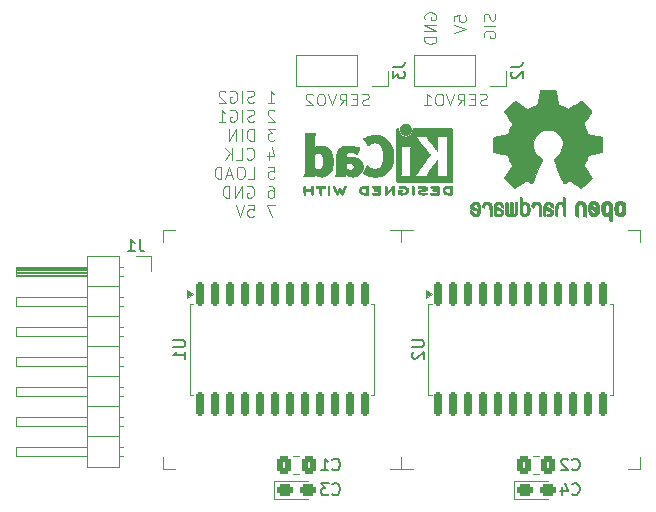
<source format=gbo>
G04 #@! TF.GenerationSoftware,KiCad,Pcbnew,8.0.2*
G04 #@! TF.CreationDate,2024-08-16T15:41:43+09:00*
G04 #@! TF.ProjectId,compatible_chan-v0-led,636f6d70-6174-4696-926c-655f6368616e,rev?*
G04 #@! TF.SameCoordinates,Original*
G04 #@! TF.FileFunction,Legend,Bot*
G04 #@! TF.FilePolarity,Positive*
%FSLAX46Y46*%
G04 Gerber Fmt 4.6, Leading zero omitted, Abs format (unit mm)*
G04 Created by KiCad (PCBNEW 8.0.2) date 2024-08-16 15:41:43*
%MOMM*%
%LPD*%
G01*
G04 APERTURE LIST*
G04 Aperture macros list*
%AMRoundRect*
0 Rectangle with rounded corners*
0 $1 Rounding radius*
0 $2 $3 $4 $5 $6 $7 $8 $9 X,Y pos of 4 corners*
0 Add a 4 corners polygon primitive as box body*
4,1,4,$2,$3,$4,$5,$6,$7,$8,$9,$2,$3,0*
0 Add four circle primitives for the rounded corners*
1,1,$1+$1,$2,$3*
1,1,$1+$1,$4,$5*
1,1,$1+$1,$6,$7*
1,1,$1+$1,$8,$9*
0 Add four rect primitives between the rounded corners*
20,1,$1+$1,$2,$3,$4,$5,0*
20,1,$1+$1,$4,$5,$6,$7,0*
20,1,$1+$1,$6,$7,$8,$9,0*
20,1,$1+$1,$8,$9,$2,$3,0*%
G04 Aperture macros list end*
%ADD10C,0.100000*%
%ADD11C,0.150000*%
%ADD12C,0.120000*%
%ADD13C,0.010000*%
%ADD14C,3.800000*%
%ADD15C,1.524000*%
%ADD16C,1.600000*%
%ADD17O,1.600000X1.600000*%
%ADD18RoundRect,0.250000X-0.400000X-0.275000X0.400000X-0.275000X0.400000X0.275000X-0.400000X0.275000X0*%
%ADD19RoundRect,0.150000X-0.150000X0.875000X-0.150000X-0.875000X0.150000X-0.875000X0.150000X0.875000X0*%
%ADD20R,1.700000X1.700000*%
%ADD21O,1.700000X1.700000*%
%ADD22RoundRect,0.250000X-0.337500X-0.475000X0.337500X-0.475000X0.337500X0.475000X-0.337500X0.475000X0*%
G04 APERTURE END LIST*
D10*
X95000000Y-65000000D02*
X96000000Y-65000000D01*
X74800000Y-85200000D02*
X74800000Y-84200000D01*
X115200000Y-85200000D02*
X114200000Y-85200000D01*
X95000000Y-65000000D02*
X94000000Y-65000000D01*
X95000000Y-85200000D02*
X95000000Y-84200000D01*
X115200000Y-65000000D02*
X115200000Y-66000000D01*
X74800000Y-65000000D02*
X74800000Y-66000000D01*
X74800000Y-85200000D02*
X75800000Y-85200000D01*
X95000000Y-85200000D02*
X94000000Y-85200000D01*
X95000000Y-85200000D02*
X96000000Y-85200000D01*
X115200000Y-85200000D02*
X115200000Y-84200000D01*
X74800000Y-65000000D02*
X75800000Y-65000000D01*
X115200000Y-65000000D02*
X114200000Y-65000000D01*
X95000000Y-65000000D02*
X95000000Y-66000000D01*
X102909800Y-46696116D02*
X102957419Y-46838973D01*
X102957419Y-46838973D02*
X102957419Y-47077068D01*
X102957419Y-47077068D02*
X102909800Y-47172306D01*
X102909800Y-47172306D02*
X102862180Y-47219925D01*
X102862180Y-47219925D02*
X102766942Y-47267544D01*
X102766942Y-47267544D02*
X102671704Y-47267544D01*
X102671704Y-47267544D02*
X102576466Y-47219925D01*
X102576466Y-47219925D02*
X102528847Y-47172306D01*
X102528847Y-47172306D02*
X102481228Y-47077068D01*
X102481228Y-47077068D02*
X102433609Y-46886592D01*
X102433609Y-46886592D02*
X102385990Y-46791354D01*
X102385990Y-46791354D02*
X102338371Y-46743735D01*
X102338371Y-46743735D02*
X102243133Y-46696116D01*
X102243133Y-46696116D02*
X102147895Y-46696116D01*
X102147895Y-46696116D02*
X102052657Y-46743735D01*
X102052657Y-46743735D02*
X102005038Y-46791354D01*
X102005038Y-46791354D02*
X101957419Y-46886592D01*
X101957419Y-46886592D02*
X101957419Y-47124687D01*
X101957419Y-47124687D02*
X102005038Y-47267544D01*
X102957419Y-47696116D02*
X101957419Y-47696116D01*
X102005038Y-48696115D02*
X101957419Y-48600877D01*
X101957419Y-48600877D02*
X101957419Y-48458020D01*
X101957419Y-48458020D02*
X102005038Y-48315163D01*
X102005038Y-48315163D02*
X102100276Y-48219925D01*
X102100276Y-48219925D02*
X102195514Y-48172306D01*
X102195514Y-48172306D02*
X102385990Y-48124687D01*
X102385990Y-48124687D02*
X102528847Y-48124687D01*
X102528847Y-48124687D02*
X102719323Y-48172306D01*
X102719323Y-48172306D02*
X102814561Y-48219925D01*
X102814561Y-48219925D02*
X102909800Y-48315163D01*
X102909800Y-48315163D02*
X102957419Y-48458020D01*
X102957419Y-48458020D02*
X102957419Y-48553258D01*
X102957419Y-48553258D02*
X102909800Y-48696115D01*
X102909800Y-48696115D02*
X102862180Y-48743734D01*
X102862180Y-48743734D02*
X102528847Y-48743734D01*
X102528847Y-48743734D02*
X102528847Y-48553258D01*
X97005038Y-47148496D02*
X96957419Y-47053258D01*
X96957419Y-47053258D02*
X96957419Y-46910401D01*
X96957419Y-46910401D02*
X97005038Y-46767544D01*
X97005038Y-46767544D02*
X97100276Y-46672306D01*
X97100276Y-46672306D02*
X97195514Y-46624687D01*
X97195514Y-46624687D02*
X97385990Y-46577068D01*
X97385990Y-46577068D02*
X97528847Y-46577068D01*
X97528847Y-46577068D02*
X97719323Y-46624687D01*
X97719323Y-46624687D02*
X97814561Y-46672306D01*
X97814561Y-46672306D02*
X97909800Y-46767544D01*
X97909800Y-46767544D02*
X97957419Y-46910401D01*
X97957419Y-46910401D02*
X97957419Y-47005639D01*
X97957419Y-47005639D02*
X97909800Y-47148496D01*
X97909800Y-47148496D02*
X97862180Y-47196115D01*
X97862180Y-47196115D02*
X97528847Y-47196115D01*
X97528847Y-47196115D02*
X97528847Y-47005639D01*
X97957419Y-47624687D02*
X96957419Y-47624687D01*
X96957419Y-47624687D02*
X97957419Y-48196115D01*
X97957419Y-48196115D02*
X96957419Y-48196115D01*
X97957419Y-48672306D02*
X96957419Y-48672306D01*
X96957419Y-48672306D02*
X96957419Y-48910401D01*
X96957419Y-48910401D02*
X97005038Y-49053258D01*
X97005038Y-49053258D02*
X97100276Y-49148496D01*
X97100276Y-49148496D02*
X97195514Y-49196115D01*
X97195514Y-49196115D02*
X97385990Y-49243734D01*
X97385990Y-49243734D02*
X97528847Y-49243734D01*
X97528847Y-49243734D02*
X97719323Y-49196115D01*
X97719323Y-49196115D02*
X97814561Y-49148496D01*
X97814561Y-49148496D02*
X97909800Y-49053258D01*
X97909800Y-49053258D02*
X97957419Y-48910401D01*
X97957419Y-48910401D02*
X97957419Y-48672306D01*
X92243734Y-54409800D02*
X92100877Y-54457419D01*
X92100877Y-54457419D02*
X91862782Y-54457419D01*
X91862782Y-54457419D02*
X91767544Y-54409800D01*
X91767544Y-54409800D02*
X91719925Y-54362180D01*
X91719925Y-54362180D02*
X91672306Y-54266942D01*
X91672306Y-54266942D02*
X91672306Y-54171704D01*
X91672306Y-54171704D02*
X91719925Y-54076466D01*
X91719925Y-54076466D02*
X91767544Y-54028847D01*
X91767544Y-54028847D02*
X91862782Y-53981228D01*
X91862782Y-53981228D02*
X92053258Y-53933609D01*
X92053258Y-53933609D02*
X92148496Y-53885990D01*
X92148496Y-53885990D02*
X92196115Y-53838371D01*
X92196115Y-53838371D02*
X92243734Y-53743133D01*
X92243734Y-53743133D02*
X92243734Y-53647895D01*
X92243734Y-53647895D02*
X92196115Y-53552657D01*
X92196115Y-53552657D02*
X92148496Y-53505038D01*
X92148496Y-53505038D02*
X92053258Y-53457419D01*
X92053258Y-53457419D02*
X91815163Y-53457419D01*
X91815163Y-53457419D02*
X91672306Y-53505038D01*
X91243734Y-53933609D02*
X90910401Y-53933609D01*
X90767544Y-54457419D02*
X91243734Y-54457419D01*
X91243734Y-54457419D02*
X91243734Y-53457419D01*
X91243734Y-53457419D02*
X90767544Y-53457419D01*
X89767544Y-54457419D02*
X90100877Y-53981228D01*
X90338972Y-54457419D02*
X90338972Y-53457419D01*
X90338972Y-53457419D02*
X89958020Y-53457419D01*
X89958020Y-53457419D02*
X89862782Y-53505038D01*
X89862782Y-53505038D02*
X89815163Y-53552657D01*
X89815163Y-53552657D02*
X89767544Y-53647895D01*
X89767544Y-53647895D02*
X89767544Y-53790752D01*
X89767544Y-53790752D02*
X89815163Y-53885990D01*
X89815163Y-53885990D02*
X89862782Y-53933609D01*
X89862782Y-53933609D02*
X89958020Y-53981228D01*
X89958020Y-53981228D02*
X90338972Y-53981228D01*
X89481829Y-53457419D02*
X89148496Y-54457419D01*
X89148496Y-54457419D02*
X88815163Y-53457419D01*
X88291353Y-53457419D02*
X88100877Y-53457419D01*
X88100877Y-53457419D02*
X88005639Y-53505038D01*
X88005639Y-53505038D02*
X87910401Y-53600276D01*
X87910401Y-53600276D02*
X87862782Y-53790752D01*
X87862782Y-53790752D02*
X87862782Y-54124085D01*
X87862782Y-54124085D02*
X87910401Y-54314561D01*
X87910401Y-54314561D02*
X88005639Y-54409800D01*
X88005639Y-54409800D02*
X88100877Y-54457419D01*
X88100877Y-54457419D02*
X88291353Y-54457419D01*
X88291353Y-54457419D02*
X88386591Y-54409800D01*
X88386591Y-54409800D02*
X88481829Y-54314561D01*
X88481829Y-54314561D02*
X88529448Y-54124085D01*
X88529448Y-54124085D02*
X88529448Y-53790752D01*
X88529448Y-53790752D02*
X88481829Y-53600276D01*
X88481829Y-53600276D02*
X88386591Y-53505038D01*
X88386591Y-53505038D02*
X88291353Y-53457419D01*
X87481829Y-53552657D02*
X87434210Y-53505038D01*
X87434210Y-53505038D02*
X87338972Y-53457419D01*
X87338972Y-53457419D02*
X87100877Y-53457419D01*
X87100877Y-53457419D02*
X87005639Y-53505038D01*
X87005639Y-53505038D02*
X86958020Y-53552657D01*
X86958020Y-53552657D02*
X86910401Y-53647895D01*
X86910401Y-53647895D02*
X86910401Y-53743133D01*
X86910401Y-53743133D02*
X86958020Y-53885990D01*
X86958020Y-53885990D02*
X87529448Y-54457419D01*
X87529448Y-54457419D02*
X86910401Y-54457419D01*
X99457419Y-47338972D02*
X99457419Y-46862782D01*
X99457419Y-46862782D02*
X99933609Y-46815163D01*
X99933609Y-46815163D02*
X99885990Y-46862782D01*
X99885990Y-46862782D02*
X99838371Y-46958020D01*
X99838371Y-46958020D02*
X99838371Y-47196115D01*
X99838371Y-47196115D02*
X99885990Y-47291353D01*
X99885990Y-47291353D02*
X99933609Y-47338972D01*
X99933609Y-47338972D02*
X100028847Y-47386591D01*
X100028847Y-47386591D02*
X100266942Y-47386591D01*
X100266942Y-47386591D02*
X100362180Y-47338972D01*
X100362180Y-47338972D02*
X100409800Y-47291353D01*
X100409800Y-47291353D02*
X100457419Y-47196115D01*
X100457419Y-47196115D02*
X100457419Y-46958020D01*
X100457419Y-46958020D02*
X100409800Y-46862782D01*
X100409800Y-46862782D02*
X100362180Y-46815163D01*
X99457419Y-47672306D02*
X100457419Y-48005639D01*
X100457419Y-48005639D02*
X99457419Y-48338972D01*
X102243734Y-54409800D02*
X102100877Y-54457419D01*
X102100877Y-54457419D02*
X101862782Y-54457419D01*
X101862782Y-54457419D02*
X101767544Y-54409800D01*
X101767544Y-54409800D02*
X101719925Y-54362180D01*
X101719925Y-54362180D02*
X101672306Y-54266942D01*
X101672306Y-54266942D02*
X101672306Y-54171704D01*
X101672306Y-54171704D02*
X101719925Y-54076466D01*
X101719925Y-54076466D02*
X101767544Y-54028847D01*
X101767544Y-54028847D02*
X101862782Y-53981228D01*
X101862782Y-53981228D02*
X102053258Y-53933609D01*
X102053258Y-53933609D02*
X102148496Y-53885990D01*
X102148496Y-53885990D02*
X102196115Y-53838371D01*
X102196115Y-53838371D02*
X102243734Y-53743133D01*
X102243734Y-53743133D02*
X102243734Y-53647895D01*
X102243734Y-53647895D02*
X102196115Y-53552657D01*
X102196115Y-53552657D02*
X102148496Y-53505038D01*
X102148496Y-53505038D02*
X102053258Y-53457419D01*
X102053258Y-53457419D02*
X101815163Y-53457419D01*
X101815163Y-53457419D02*
X101672306Y-53505038D01*
X101243734Y-53933609D02*
X100910401Y-53933609D01*
X100767544Y-54457419D02*
X101243734Y-54457419D01*
X101243734Y-54457419D02*
X101243734Y-53457419D01*
X101243734Y-53457419D02*
X100767544Y-53457419D01*
X99767544Y-54457419D02*
X100100877Y-53981228D01*
X100338972Y-54457419D02*
X100338972Y-53457419D01*
X100338972Y-53457419D02*
X99958020Y-53457419D01*
X99958020Y-53457419D02*
X99862782Y-53505038D01*
X99862782Y-53505038D02*
X99815163Y-53552657D01*
X99815163Y-53552657D02*
X99767544Y-53647895D01*
X99767544Y-53647895D02*
X99767544Y-53790752D01*
X99767544Y-53790752D02*
X99815163Y-53885990D01*
X99815163Y-53885990D02*
X99862782Y-53933609D01*
X99862782Y-53933609D02*
X99958020Y-53981228D01*
X99958020Y-53981228D02*
X100338972Y-53981228D01*
X99481829Y-53457419D02*
X99148496Y-54457419D01*
X99148496Y-54457419D02*
X98815163Y-53457419D01*
X98291353Y-53457419D02*
X98100877Y-53457419D01*
X98100877Y-53457419D02*
X98005639Y-53505038D01*
X98005639Y-53505038D02*
X97910401Y-53600276D01*
X97910401Y-53600276D02*
X97862782Y-53790752D01*
X97862782Y-53790752D02*
X97862782Y-54124085D01*
X97862782Y-54124085D02*
X97910401Y-54314561D01*
X97910401Y-54314561D02*
X98005639Y-54409800D01*
X98005639Y-54409800D02*
X98100877Y-54457419D01*
X98100877Y-54457419D02*
X98291353Y-54457419D01*
X98291353Y-54457419D02*
X98386591Y-54409800D01*
X98386591Y-54409800D02*
X98481829Y-54314561D01*
X98481829Y-54314561D02*
X98529448Y-54124085D01*
X98529448Y-54124085D02*
X98529448Y-53790752D01*
X98529448Y-53790752D02*
X98481829Y-53600276D01*
X98481829Y-53600276D02*
X98386591Y-53505038D01*
X98386591Y-53505038D02*
X98291353Y-53457419D01*
X96910401Y-54457419D02*
X97481829Y-54457419D01*
X97196115Y-54457419D02*
X97196115Y-53457419D01*
X97196115Y-53457419D02*
X97291353Y-53600276D01*
X97291353Y-53600276D02*
X97386591Y-53695514D01*
X97386591Y-53695514D02*
X97481829Y-53743133D01*
X83672306Y-54212755D02*
X84243734Y-54212755D01*
X83958020Y-54212755D02*
X83958020Y-53212755D01*
X83958020Y-53212755D02*
X84053258Y-53355612D01*
X84053258Y-53355612D02*
X84148496Y-53450850D01*
X84148496Y-53450850D02*
X84243734Y-53498469D01*
X82529448Y-54165136D02*
X82386591Y-54212755D01*
X82386591Y-54212755D02*
X82148496Y-54212755D01*
X82148496Y-54212755D02*
X82053258Y-54165136D01*
X82053258Y-54165136D02*
X82005639Y-54117516D01*
X82005639Y-54117516D02*
X81958020Y-54022278D01*
X81958020Y-54022278D02*
X81958020Y-53927040D01*
X81958020Y-53927040D02*
X82005639Y-53831802D01*
X82005639Y-53831802D02*
X82053258Y-53784183D01*
X82053258Y-53784183D02*
X82148496Y-53736564D01*
X82148496Y-53736564D02*
X82338972Y-53688945D01*
X82338972Y-53688945D02*
X82434210Y-53641326D01*
X82434210Y-53641326D02*
X82481829Y-53593707D01*
X82481829Y-53593707D02*
X82529448Y-53498469D01*
X82529448Y-53498469D02*
X82529448Y-53403231D01*
X82529448Y-53403231D02*
X82481829Y-53307993D01*
X82481829Y-53307993D02*
X82434210Y-53260374D01*
X82434210Y-53260374D02*
X82338972Y-53212755D01*
X82338972Y-53212755D02*
X82100877Y-53212755D01*
X82100877Y-53212755D02*
X81958020Y-53260374D01*
X81529448Y-54212755D02*
X81529448Y-53212755D01*
X80529449Y-53260374D02*
X80624687Y-53212755D01*
X80624687Y-53212755D02*
X80767544Y-53212755D01*
X80767544Y-53212755D02*
X80910401Y-53260374D01*
X80910401Y-53260374D02*
X81005639Y-53355612D01*
X81005639Y-53355612D02*
X81053258Y-53450850D01*
X81053258Y-53450850D02*
X81100877Y-53641326D01*
X81100877Y-53641326D02*
X81100877Y-53784183D01*
X81100877Y-53784183D02*
X81053258Y-53974659D01*
X81053258Y-53974659D02*
X81005639Y-54069897D01*
X81005639Y-54069897D02*
X80910401Y-54165136D01*
X80910401Y-54165136D02*
X80767544Y-54212755D01*
X80767544Y-54212755D02*
X80672306Y-54212755D01*
X80672306Y-54212755D02*
X80529449Y-54165136D01*
X80529449Y-54165136D02*
X80481830Y-54117516D01*
X80481830Y-54117516D02*
X80481830Y-53784183D01*
X80481830Y-53784183D02*
X80672306Y-53784183D01*
X80100877Y-53307993D02*
X80053258Y-53260374D01*
X80053258Y-53260374D02*
X79958020Y-53212755D01*
X79958020Y-53212755D02*
X79719925Y-53212755D01*
X79719925Y-53212755D02*
X79624687Y-53260374D01*
X79624687Y-53260374D02*
X79577068Y-53307993D01*
X79577068Y-53307993D02*
X79529449Y-53403231D01*
X79529449Y-53403231D02*
X79529449Y-53498469D01*
X79529449Y-53498469D02*
X79577068Y-53641326D01*
X79577068Y-53641326D02*
X80148496Y-54212755D01*
X80148496Y-54212755D02*
X79529449Y-54212755D01*
X84243734Y-54917937D02*
X84196115Y-54870318D01*
X84196115Y-54870318D02*
X84100877Y-54822699D01*
X84100877Y-54822699D02*
X83862782Y-54822699D01*
X83862782Y-54822699D02*
X83767544Y-54870318D01*
X83767544Y-54870318D02*
X83719925Y-54917937D01*
X83719925Y-54917937D02*
X83672306Y-55013175D01*
X83672306Y-55013175D02*
X83672306Y-55108413D01*
X83672306Y-55108413D02*
X83719925Y-55251270D01*
X83719925Y-55251270D02*
X84291353Y-55822699D01*
X84291353Y-55822699D02*
X83672306Y-55822699D01*
X82529448Y-55775080D02*
X82386591Y-55822699D01*
X82386591Y-55822699D02*
X82148496Y-55822699D01*
X82148496Y-55822699D02*
X82053258Y-55775080D01*
X82053258Y-55775080D02*
X82005639Y-55727460D01*
X82005639Y-55727460D02*
X81958020Y-55632222D01*
X81958020Y-55632222D02*
X81958020Y-55536984D01*
X81958020Y-55536984D02*
X82005639Y-55441746D01*
X82005639Y-55441746D02*
X82053258Y-55394127D01*
X82053258Y-55394127D02*
X82148496Y-55346508D01*
X82148496Y-55346508D02*
X82338972Y-55298889D01*
X82338972Y-55298889D02*
X82434210Y-55251270D01*
X82434210Y-55251270D02*
X82481829Y-55203651D01*
X82481829Y-55203651D02*
X82529448Y-55108413D01*
X82529448Y-55108413D02*
X82529448Y-55013175D01*
X82529448Y-55013175D02*
X82481829Y-54917937D01*
X82481829Y-54917937D02*
X82434210Y-54870318D01*
X82434210Y-54870318D02*
X82338972Y-54822699D01*
X82338972Y-54822699D02*
X82100877Y-54822699D01*
X82100877Y-54822699D02*
X81958020Y-54870318D01*
X81529448Y-55822699D02*
X81529448Y-54822699D01*
X80529449Y-54870318D02*
X80624687Y-54822699D01*
X80624687Y-54822699D02*
X80767544Y-54822699D01*
X80767544Y-54822699D02*
X80910401Y-54870318D01*
X80910401Y-54870318D02*
X81005639Y-54965556D01*
X81005639Y-54965556D02*
X81053258Y-55060794D01*
X81053258Y-55060794D02*
X81100877Y-55251270D01*
X81100877Y-55251270D02*
X81100877Y-55394127D01*
X81100877Y-55394127D02*
X81053258Y-55584603D01*
X81053258Y-55584603D02*
X81005639Y-55679841D01*
X81005639Y-55679841D02*
X80910401Y-55775080D01*
X80910401Y-55775080D02*
X80767544Y-55822699D01*
X80767544Y-55822699D02*
X80672306Y-55822699D01*
X80672306Y-55822699D02*
X80529449Y-55775080D01*
X80529449Y-55775080D02*
X80481830Y-55727460D01*
X80481830Y-55727460D02*
X80481830Y-55394127D01*
X80481830Y-55394127D02*
X80672306Y-55394127D01*
X79529449Y-55822699D02*
X80100877Y-55822699D01*
X79815163Y-55822699D02*
X79815163Y-54822699D01*
X79815163Y-54822699D02*
X79910401Y-54965556D01*
X79910401Y-54965556D02*
X80005639Y-55060794D01*
X80005639Y-55060794D02*
X80100877Y-55108413D01*
X84291353Y-56432643D02*
X83672306Y-56432643D01*
X83672306Y-56432643D02*
X84005639Y-56813595D01*
X84005639Y-56813595D02*
X83862782Y-56813595D01*
X83862782Y-56813595D02*
X83767544Y-56861214D01*
X83767544Y-56861214D02*
X83719925Y-56908833D01*
X83719925Y-56908833D02*
X83672306Y-57004071D01*
X83672306Y-57004071D02*
X83672306Y-57242166D01*
X83672306Y-57242166D02*
X83719925Y-57337404D01*
X83719925Y-57337404D02*
X83767544Y-57385024D01*
X83767544Y-57385024D02*
X83862782Y-57432643D01*
X83862782Y-57432643D02*
X84148496Y-57432643D01*
X84148496Y-57432643D02*
X84243734Y-57385024D01*
X84243734Y-57385024D02*
X84291353Y-57337404D01*
X82481829Y-57432643D02*
X82481829Y-56432643D01*
X82481829Y-56432643D02*
X82243734Y-56432643D01*
X82243734Y-56432643D02*
X82100877Y-56480262D01*
X82100877Y-56480262D02*
X82005639Y-56575500D01*
X82005639Y-56575500D02*
X81958020Y-56670738D01*
X81958020Y-56670738D02*
X81910401Y-56861214D01*
X81910401Y-56861214D02*
X81910401Y-57004071D01*
X81910401Y-57004071D02*
X81958020Y-57194547D01*
X81958020Y-57194547D02*
X82005639Y-57289785D01*
X82005639Y-57289785D02*
X82100877Y-57385024D01*
X82100877Y-57385024D02*
X82243734Y-57432643D01*
X82243734Y-57432643D02*
X82481829Y-57432643D01*
X81481829Y-57432643D02*
X81481829Y-56432643D01*
X81005639Y-57432643D02*
X81005639Y-56432643D01*
X81005639Y-56432643D02*
X80434211Y-57432643D01*
X80434211Y-57432643D02*
X80434211Y-56432643D01*
X83767544Y-58375920D02*
X83767544Y-59042587D01*
X84005639Y-57994968D02*
X84243734Y-58709253D01*
X84243734Y-58709253D02*
X83624687Y-58709253D01*
X81910401Y-58947348D02*
X81958020Y-58994968D01*
X81958020Y-58994968D02*
X82100877Y-59042587D01*
X82100877Y-59042587D02*
X82196115Y-59042587D01*
X82196115Y-59042587D02*
X82338972Y-58994968D01*
X82338972Y-58994968D02*
X82434210Y-58899729D01*
X82434210Y-58899729D02*
X82481829Y-58804491D01*
X82481829Y-58804491D02*
X82529448Y-58614015D01*
X82529448Y-58614015D02*
X82529448Y-58471158D01*
X82529448Y-58471158D02*
X82481829Y-58280682D01*
X82481829Y-58280682D02*
X82434210Y-58185444D01*
X82434210Y-58185444D02*
X82338972Y-58090206D01*
X82338972Y-58090206D02*
X82196115Y-58042587D01*
X82196115Y-58042587D02*
X82100877Y-58042587D01*
X82100877Y-58042587D02*
X81958020Y-58090206D01*
X81958020Y-58090206D02*
X81910401Y-58137825D01*
X81005639Y-59042587D02*
X81481829Y-59042587D01*
X81481829Y-59042587D02*
X81481829Y-58042587D01*
X80672305Y-59042587D02*
X80672305Y-58042587D01*
X80100877Y-59042587D02*
X80529448Y-58471158D01*
X80100877Y-58042587D02*
X80672305Y-58614015D01*
X83719925Y-59652531D02*
X84196115Y-59652531D01*
X84196115Y-59652531D02*
X84243734Y-60128721D01*
X84243734Y-60128721D02*
X84196115Y-60081102D01*
X84196115Y-60081102D02*
X84100877Y-60033483D01*
X84100877Y-60033483D02*
X83862782Y-60033483D01*
X83862782Y-60033483D02*
X83767544Y-60081102D01*
X83767544Y-60081102D02*
X83719925Y-60128721D01*
X83719925Y-60128721D02*
X83672306Y-60223959D01*
X83672306Y-60223959D02*
X83672306Y-60462054D01*
X83672306Y-60462054D02*
X83719925Y-60557292D01*
X83719925Y-60557292D02*
X83767544Y-60604912D01*
X83767544Y-60604912D02*
X83862782Y-60652531D01*
X83862782Y-60652531D02*
X84100877Y-60652531D01*
X84100877Y-60652531D02*
X84196115Y-60604912D01*
X84196115Y-60604912D02*
X84243734Y-60557292D01*
X82005639Y-60652531D02*
X82481829Y-60652531D01*
X82481829Y-60652531D02*
X82481829Y-59652531D01*
X81481829Y-59652531D02*
X81291353Y-59652531D01*
X81291353Y-59652531D02*
X81196115Y-59700150D01*
X81196115Y-59700150D02*
X81100877Y-59795388D01*
X81100877Y-59795388D02*
X81053258Y-59985864D01*
X81053258Y-59985864D02*
X81053258Y-60319197D01*
X81053258Y-60319197D02*
X81100877Y-60509673D01*
X81100877Y-60509673D02*
X81196115Y-60604912D01*
X81196115Y-60604912D02*
X81291353Y-60652531D01*
X81291353Y-60652531D02*
X81481829Y-60652531D01*
X81481829Y-60652531D02*
X81577067Y-60604912D01*
X81577067Y-60604912D02*
X81672305Y-60509673D01*
X81672305Y-60509673D02*
X81719924Y-60319197D01*
X81719924Y-60319197D02*
X81719924Y-59985864D01*
X81719924Y-59985864D02*
X81672305Y-59795388D01*
X81672305Y-59795388D02*
X81577067Y-59700150D01*
X81577067Y-59700150D02*
X81481829Y-59652531D01*
X80672305Y-60366816D02*
X80196115Y-60366816D01*
X80767543Y-60652531D02*
X80434210Y-59652531D01*
X80434210Y-59652531D02*
X80100877Y-60652531D01*
X79767543Y-60652531D02*
X79767543Y-59652531D01*
X79767543Y-59652531D02*
X79529448Y-59652531D01*
X79529448Y-59652531D02*
X79386591Y-59700150D01*
X79386591Y-59700150D02*
X79291353Y-59795388D01*
X79291353Y-59795388D02*
X79243734Y-59890626D01*
X79243734Y-59890626D02*
X79196115Y-60081102D01*
X79196115Y-60081102D02*
X79196115Y-60223959D01*
X79196115Y-60223959D02*
X79243734Y-60414435D01*
X79243734Y-60414435D02*
X79291353Y-60509673D01*
X79291353Y-60509673D02*
X79386591Y-60604912D01*
X79386591Y-60604912D02*
X79529448Y-60652531D01*
X79529448Y-60652531D02*
X79767543Y-60652531D01*
X83767544Y-61262475D02*
X83958020Y-61262475D01*
X83958020Y-61262475D02*
X84053258Y-61310094D01*
X84053258Y-61310094D02*
X84100877Y-61357713D01*
X84100877Y-61357713D02*
X84196115Y-61500570D01*
X84196115Y-61500570D02*
X84243734Y-61691046D01*
X84243734Y-61691046D02*
X84243734Y-62071998D01*
X84243734Y-62071998D02*
X84196115Y-62167236D01*
X84196115Y-62167236D02*
X84148496Y-62214856D01*
X84148496Y-62214856D02*
X84053258Y-62262475D01*
X84053258Y-62262475D02*
X83862782Y-62262475D01*
X83862782Y-62262475D02*
X83767544Y-62214856D01*
X83767544Y-62214856D02*
X83719925Y-62167236D01*
X83719925Y-62167236D02*
X83672306Y-62071998D01*
X83672306Y-62071998D02*
X83672306Y-61833903D01*
X83672306Y-61833903D02*
X83719925Y-61738665D01*
X83719925Y-61738665D02*
X83767544Y-61691046D01*
X83767544Y-61691046D02*
X83862782Y-61643427D01*
X83862782Y-61643427D02*
X84053258Y-61643427D01*
X84053258Y-61643427D02*
X84148496Y-61691046D01*
X84148496Y-61691046D02*
X84196115Y-61738665D01*
X84196115Y-61738665D02*
X84243734Y-61833903D01*
X81958020Y-61310094D02*
X82053258Y-61262475D01*
X82053258Y-61262475D02*
X82196115Y-61262475D01*
X82196115Y-61262475D02*
X82338972Y-61310094D01*
X82338972Y-61310094D02*
X82434210Y-61405332D01*
X82434210Y-61405332D02*
X82481829Y-61500570D01*
X82481829Y-61500570D02*
X82529448Y-61691046D01*
X82529448Y-61691046D02*
X82529448Y-61833903D01*
X82529448Y-61833903D02*
X82481829Y-62024379D01*
X82481829Y-62024379D02*
X82434210Y-62119617D01*
X82434210Y-62119617D02*
X82338972Y-62214856D01*
X82338972Y-62214856D02*
X82196115Y-62262475D01*
X82196115Y-62262475D02*
X82100877Y-62262475D01*
X82100877Y-62262475D02*
X81958020Y-62214856D01*
X81958020Y-62214856D02*
X81910401Y-62167236D01*
X81910401Y-62167236D02*
X81910401Y-61833903D01*
X81910401Y-61833903D02*
X82100877Y-61833903D01*
X81481829Y-62262475D02*
X81481829Y-61262475D01*
X81481829Y-61262475D02*
X80910401Y-62262475D01*
X80910401Y-62262475D02*
X80910401Y-61262475D01*
X80434210Y-62262475D02*
X80434210Y-61262475D01*
X80434210Y-61262475D02*
X80196115Y-61262475D01*
X80196115Y-61262475D02*
X80053258Y-61310094D01*
X80053258Y-61310094D02*
X79958020Y-61405332D01*
X79958020Y-61405332D02*
X79910401Y-61500570D01*
X79910401Y-61500570D02*
X79862782Y-61691046D01*
X79862782Y-61691046D02*
X79862782Y-61833903D01*
X79862782Y-61833903D02*
X79910401Y-62024379D01*
X79910401Y-62024379D02*
X79958020Y-62119617D01*
X79958020Y-62119617D02*
X80053258Y-62214856D01*
X80053258Y-62214856D02*
X80196115Y-62262475D01*
X80196115Y-62262475D02*
X80434210Y-62262475D01*
X84291353Y-62872419D02*
X83624687Y-62872419D01*
X83624687Y-62872419D02*
X84053258Y-63872419D01*
X82005639Y-62872419D02*
X82481829Y-62872419D01*
X82481829Y-62872419D02*
X82529448Y-63348609D01*
X82529448Y-63348609D02*
X82481829Y-63300990D01*
X82481829Y-63300990D02*
X82386591Y-63253371D01*
X82386591Y-63253371D02*
X82148496Y-63253371D01*
X82148496Y-63253371D02*
X82053258Y-63300990D01*
X82053258Y-63300990D02*
X82005639Y-63348609D01*
X82005639Y-63348609D02*
X81958020Y-63443847D01*
X81958020Y-63443847D02*
X81958020Y-63681942D01*
X81958020Y-63681942D02*
X82005639Y-63777180D01*
X82005639Y-63777180D02*
X82053258Y-63824800D01*
X82053258Y-63824800D02*
X82148496Y-63872419D01*
X82148496Y-63872419D02*
X82386591Y-63872419D01*
X82386591Y-63872419D02*
X82481829Y-63824800D01*
X82481829Y-63824800D02*
X82529448Y-63777180D01*
X81672305Y-62872419D02*
X81338972Y-63872419D01*
X81338972Y-63872419D02*
X81005639Y-62872419D01*
D11*
X89166666Y-87359580D02*
X89214285Y-87407200D01*
X89214285Y-87407200D02*
X89357142Y-87454819D01*
X89357142Y-87454819D02*
X89452380Y-87454819D01*
X89452380Y-87454819D02*
X89595237Y-87407200D01*
X89595237Y-87407200D02*
X89690475Y-87311961D01*
X89690475Y-87311961D02*
X89738094Y-87216723D01*
X89738094Y-87216723D02*
X89785713Y-87026247D01*
X89785713Y-87026247D02*
X89785713Y-86883390D01*
X89785713Y-86883390D02*
X89738094Y-86692914D01*
X89738094Y-86692914D02*
X89690475Y-86597676D01*
X89690475Y-86597676D02*
X89595237Y-86502438D01*
X89595237Y-86502438D02*
X89452380Y-86454819D01*
X89452380Y-86454819D02*
X89357142Y-86454819D01*
X89357142Y-86454819D02*
X89214285Y-86502438D01*
X89214285Y-86502438D02*
X89166666Y-86550057D01*
X88833332Y-86454819D02*
X88214285Y-86454819D01*
X88214285Y-86454819D02*
X88547618Y-86835771D01*
X88547618Y-86835771D02*
X88404761Y-86835771D01*
X88404761Y-86835771D02*
X88309523Y-86883390D01*
X88309523Y-86883390D02*
X88261904Y-86931009D01*
X88261904Y-86931009D02*
X88214285Y-87026247D01*
X88214285Y-87026247D02*
X88214285Y-87264342D01*
X88214285Y-87264342D02*
X88261904Y-87359580D01*
X88261904Y-87359580D02*
X88309523Y-87407200D01*
X88309523Y-87407200D02*
X88404761Y-87454819D01*
X88404761Y-87454819D02*
X88690475Y-87454819D01*
X88690475Y-87454819D02*
X88785713Y-87407200D01*
X88785713Y-87407200D02*
X88833332Y-87359580D01*
X95904819Y-74338095D02*
X96714342Y-74338095D01*
X96714342Y-74338095D02*
X96809580Y-74385714D01*
X96809580Y-74385714D02*
X96857200Y-74433333D01*
X96857200Y-74433333D02*
X96904819Y-74528571D01*
X96904819Y-74528571D02*
X96904819Y-74719047D01*
X96904819Y-74719047D02*
X96857200Y-74814285D01*
X96857200Y-74814285D02*
X96809580Y-74861904D01*
X96809580Y-74861904D02*
X96714342Y-74909523D01*
X96714342Y-74909523D02*
X95904819Y-74909523D01*
X96000057Y-75338095D02*
X95952438Y-75385714D01*
X95952438Y-75385714D02*
X95904819Y-75480952D01*
X95904819Y-75480952D02*
X95904819Y-75719047D01*
X95904819Y-75719047D02*
X95952438Y-75814285D01*
X95952438Y-75814285D02*
X96000057Y-75861904D01*
X96000057Y-75861904D02*
X96095295Y-75909523D01*
X96095295Y-75909523D02*
X96190533Y-75909523D01*
X96190533Y-75909523D02*
X96333390Y-75861904D01*
X96333390Y-75861904D02*
X96904819Y-75290476D01*
X96904819Y-75290476D02*
X96904819Y-75909523D01*
X104284819Y-51166666D02*
X104999104Y-51166666D01*
X104999104Y-51166666D02*
X105141961Y-51119047D01*
X105141961Y-51119047D02*
X105237200Y-51023809D01*
X105237200Y-51023809D02*
X105284819Y-50880952D01*
X105284819Y-50880952D02*
X105284819Y-50785714D01*
X104380057Y-51595238D02*
X104332438Y-51642857D01*
X104332438Y-51642857D02*
X104284819Y-51738095D01*
X104284819Y-51738095D02*
X104284819Y-51976190D01*
X104284819Y-51976190D02*
X104332438Y-52071428D01*
X104332438Y-52071428D02*
X104380057Y-52119047D01*
X104380057Y-52119047D02*
X104475295Y-52166666D01*
X104475295Y-52166666D02*
X104570533Y-52166666D01*
X104570533Y-52166666D02*
X104713390Y-52119047D01*
X104713390Y-52119047D02*
X105284819Y-51547619D01*
X105284819Y-51547619D02*
X105284819Y-52166666D01*
X109466666Y-87359580D02*
X109514285Y-87407200D01*
X109514285Y-87407200D02*
X109657142Y-87454819D01*
X109657142Y-87454819D02*
X109752380Y-87454819D01*
X109752380Y-87454819D02*
X109895237Y-87407200D01*
X109895237Y-87407200D02*
X109990475Y-87311961D01*
X109990475Y-87311961D02*
X110038094Y-87216723D01*
X110038094Y-87216723D02*
X110085713Y-87026247D01*
X110085713Y-87026247D02*
X110085713Y-86883390D01*
X110085713Y-86883390D02*
X110038094Y-86692914D01*
X110038094Y-86692914D02*
X109990475Y-86597676D01*
X109990475Y-86597676D02*
X109895237Y-86502438D01*
X109895237Y-86502438D02*
X109752380Y-86454819D01*
X109752380Y-86454819D02*
X109657142Y-86454819D01*
X109657142Y-86454819D02*
X109514285Y-86502438D01*
X109514285Y-86502438D02*
X109466666Y-86550057D01*
X108609523Y-86788152D02*
X108609523Y-87454819D01*
X108847618Y-86407200D02*
X109085713Y-87121485D01*
X109085713Y-87121485D02*
X108466666Y-87121485D01*
X109466666Y-85259580D02*
X109514285Y-85307200D01*
X109514285Y-85307200D02*
X109657142Y-85354819D01*
X109657142Y-85354819D02*
X109752380Y-85354819D01*
X109752380Y-85354819D02*
X109895237Y-85307200D01*
X109895237Y-85307200D02*
X109990475Y-85211961D01*
X109990475Y-85211961D02*
X110038094Y-85116723D01*
X110038094Y-85116723D02*
X110085713Y-84926247D01*
X110085713Y-84926247D02*
X110085713Y-84783390D01*
X110085713Y-84783390D02*
X110038094Y-84592914D01*
X110038094Y-84592914D02*
X109990475Y-84497676D01*
X109990475Y-84497676D02*
X109895237Y-84402438D01*
X109895237Y-84402438D02*
X109752380Y-84354819D01*
X109752380Y-84354819D02*
X109657142Y-84354819D01*
X109657142Y-84354819D02*
X109514285Y-84402438D01*
X109514285Y-84402438D02*
X109466666Y-84450057D01*
X109085713Y-84450057D02*
X109038094Y-84402438D01*
X109038094Y-84402438D02*
X108942856Y-84354819D01*
X108942856Y-84354819D02*
X108704761Y-84354819D01*
X108704761Y-84354819D02*
X108609523Y-84402438D01*
X108609523Y-84402438D02*
X108561904Y-84450057D01*
X108561904Y-84450057D02*
X108514285Y-84545295D01*
X108514285Y-84545295D02*
X108514285Y-84640533D01*
X108514285Y-84640533D02*
X108561904Y-84783390D01*
X108561904Y-84783390D02*
X109133332Y-85354819D01*
X109133332Y-85354819D02*
X108514285Y-85354819D01*
X75704819Y-74338095D02*
X76514342Y-74338095D01*
X76514342Y-74338095D02*
X76609580Y-74385714D01*
X76609580Y-74385714D02*
X76657200Y-74433333D01*
X76657200Y-74433333D02*
X76704819Y-74528571D01*
X76704819Y-74528571D02*
X76704819Y-74719047D01*
X76704819Y-74719047D02*
X76657200Y-74814285D01*
X76657200Y-74814285D02*
X76609580Y-74861904D01*
X76609580Y-74861904D02*
X76514342Y-74909523D01*
X76514342Y-74909523D02*
X75704819Y-74909523D01*
X76704819Y-75909523D02*
X76704819Y-75338095D01*
X76704819Y-75623809D02*
X75704819Y-75623809D01*
X75704819Y-75623809D02*
X75847676Y-75528571D01*
X75847676Y-75528571D02*
X75942914Y-75433333D01*
X75942914Y-75433333D02*
X75990533Y-75338095D01*
X94309819Y-51166666D02*
X95024104Y-51166666D01*
X95024104Y-51166666D02*
X95166961Y-51119047D01*
X95166961Y-51119047D02*
X95262200Y-51023809D01*
X95262200Y-51023809D02*
X95309819Y-50880952D01*
X95309819Y-50880952D02*
X95309819Y-50785714D01*
X94309819Y-51547619D02*
X94309819Y-52166666D01*
X94309819Y-52166666D02*
X94690771Y-51833333D01*
X94690771Y-51833333D02*
X94690771Y-51976190D01*
X94690771Y-51976190D02*
X94738390Y-52071428D01*
X94738390Y-52071428D02*
X94786009Y-52119047D01*
X94786009Y-52119047D02*
X94881247Y-52166666D01*
X94881247Y-52166666D02*
X95119342Y-52166666D01*
X95119342Y-52166666D02*
X95214580Y-52119047D01*
X95214580Y-52119047D02*
X95262200Y-52071428D01*
X95262200Y-52071428D02*
X95309819Y-51976190D01*
X95309819Y-51976190D02*
X95309819Y-51690476D01*
X95309819Y-51690476D02*
X95262200Y-51595238D01*
X95262200Y-51595238D02*
X95214580Y-51547619D01*
X89166666Y-85259580D02*
X89214285Y-85307200D01*
X89214285Y-85307200D02*
X89357142Y-85354819D01*
X89357142Y-85354819D02*
X89452380Y-85354819D01*
X89452380Y-85354819D02*
X89595237Y-85307200D01*
X89595237Y-85307200D02*
X89690475Y-85211961D01*
X89690475Y-85211961D02*
X89738094Y-85116723D01*
X89738094Y-85116723D02*
X89785713Y-84926247D01*
X89785713Y-84926247D02*
X89785713Y-84783390D01*
X89785713Y-84783390D02*
X89738094Y-84592914D01*
X89738094Y-84592914D02*
X89690475Y-84497676D01*
X89690475Y-84497676D02*
X89595237Y-84402438D01*
X89595237Y-84402438D02*
X89452380Y-84354819D01*
X89452380Y-84354819D02*
X89357142Y-84354819D01*
X89357142Y-84354819D02*
X89214285Y-84402438D01*
X89214285Y-84402438D02*
X89166666Y-84450057D01*
X88214285Y-85354819D02*
X88785713Y-85354819D01*
X88499999Y-85354819D02*
X88499999Y-84354819D01*
X88499999Y-84354819D02*
X88595237Y-84497676D01*
X88595237Y-84497676D02*
X88690475Y-84592914D01*
X88690475Y-84592914D02*
X88785713Y-84640533D01*
X72833333Y-65794819D02*
X72833333Y-66509104D01*
X72833333Y-66509104D02*
X72880952Y-66651961D01*
X72880952Y-66651961D02*
X72976190Y-66747200D01*
X72976190Y-66747200D02*
X73119047Y-66794819D01*
X73119047Y-66794819D02*
X73214285Y-66794819D01*
X71833333Y-66794819D02*
X72404761Y-66794819D01*
X72119047Y-66794819D02*
X72119047Y-65794819D01*
X72119047Y-65794819D02*
X72214285Y-65937676D01*
X72214285Y-65937676D02*
X72309523Y-66032914D01*
X72309523Y-66032914D02*
X72404761Y-66080533D01*
D12*
X84215000Y-86215000D02*
X84215000Y-87785000D01*
X84215000Y-87785000D02*
X87100000Y-87785000D01*
X87100000Y-86215000D02*
X84215000Y-86215000D01*
X97290000Y-71240000D02*
X97290000Y-75100000D01*
X97290000Y-78960000D02*
X97290000Y-75100000D01*
X97555000Y-71240000D02*
X97290000Y-71240000D01*
X97555000Y-78960000D02*
X97290000Y-78960000D01*
X112645000Y-71240000D02*
X112910000Y-71240000D01*
X112645000Y-78960000D02*
X112910000Y-78960000D01*
X112910000Y-71240000D02*
X112910000Y-75100000D01*
X112910000Y-78960000D02*
X112910000Y-75100000D01*
X97555000Y-70387500D02*
X97085000Y-70727500D01*
X97085000Y-70047500D01*
X97555000Y-70387500D01*
G36*
X97555000Y-70387500D02*
G01*
X97085000Y-70727500D01*
X97085000Y-70047500D01*
X97555000Y-70387500D01*
G37*
X96090000Y-50170000D02*
X96090000Y-52830000D01*
X96090000Y-50170000D02*
X101230000Y-50170000D01*
X96090000Y-52830000D02*
X101230000Y-52830000D01*
X101230000Y-50170000D02*
X101230000Y-52830000D01*
X103830000Y-51500000D02*
X103830000Y-52830000D01*
X103830000Y-52830000D02*
X102500000Y-52830000D01*
D13*
X102336725Y-62624619D02*
X102457261Y-62669393D01*
X102507388Y-62703034D01*
X102558152Y-62751236D01*
X102594362Y-62812551D01*
X102618393Y-62896024D01*
X102632618Y-63010697D01*
X102639412Y-63165613D01*
X102641149Y-63369814D01*
X102640809Y-63475341D01*
X102639101Y-63619541D01*
X102636201Y-63734620D01*
X102632384Y-63810822D01*
X102627925Y-63838391D01*
X102598909Y-63829272D01*
X102540339Y-63804509D01*
X102538581Y-63803707D01*
X102508167Y-63787785D01*
X102487712Y-63765938D01*
X102475240Y-63727672D01*
X102468777Y-63662495D01*
X102466348Y-63559913D01*
X102465977Y-63409433D01*
X102465229Y-63313974D01*
X102457256Y-63134571D01*
X102438998Y-63003163D01*
X102408526Y-62912859D01*
X102363912Y-62856767D01*
X102303226Y-62827994D01*
X102294807Y-62825989D01*
X102181139Y-62824423D01*
X102092492Y-62875348D01*
X102031265Y-62977445D01*
X102020346Y-63006961D01*
X101995458Y-63072283D01*
X101982854Y-63102300D01*
X101956969Y-63098164D01*
X101900439Y-63075717D01*
X101847715Y-63038647D01*
X101823678Y-62968587D01*
X101830847Y-62918406D01*
X101874897Y-62816618D01*
X101946123Y-62721235D01*
X102029415Y-62655269D01*
X102064310Y-62640018D01*
X102196443Y-62614521D01*
X102336725Y-62624619D01*
G36*
X102336725Y-62624619D02*
G01*
X102457261Y-62669393D01*
X102507388Y-62703034D01*
X102558152Y-62751236D01*
X102594362Y-62812551D01*
X102618393Y-62896024D01*
X102632618Y-63010697D01*
X102639412Y-63165613D01*
X102641149Y-63369814D01*
X102640809Y-63475341D01*
X102639101Y-63619541D01*
X102636201Y-63734620D01*
X102632384Y-63810822D01*
X102627925Y-63838391D01*
X102598909Y-63829272D01*
X102540339Y-63804509D01*
X102538581Y-63803707D01*
X102508167Y-63787785D01*
X102487712Y-63765938D01*
X102475240Y-63727672D01*
X102468777Y-63662495D01*
X102466348Y-63559913D01*
X102465977Y-63409433D01*
X102465229Y-63313974D01*
X102457256Y-63134571D01*
X102438998Y-63003163D01*
X102408526Y-62912859D01*
X102363912Y-62856767D01*
X102303226Y-62827994D01*
X102294807Y-62825989D01*
X102181139Y-62824423D01*
X102092492Y-62875348D01*
X102031265Y-62977445D01*
X102020346Y-63006961D01*
X101995458Y-63072283D01*
X101982854Y-63102300D01*
X101956969Y-63098164D01*
X101900439Y-63075717D01*
X101847715Y-63038647D01*
X101823678Y-62968587D01*
X101830847Y-62918406D01*
X101874897Y-62816618D01*
X101946123Y-62721235D01*
X102029415Y-62655269D01*
X102064310Y-62640018D01*
X102196443Y-62614521D01*
X102336725Y-62624619D01*
G37*
X110278487Y-62557689D02*
X110414848Y-62621770D01*
X110526598Y-62732584D01*
X110549761Y-62767273D01*
X110568973Y-62806590D01*
X110582598Y-62856145D01*
X110591877Y-62925568D01*
X110598050Y-63024490D01*
X110602357Y-63162539D01*
X110606038Y-63349346D01*
X110615180Y-63867542D01*
X110538383Y-63838344D01*
X110468068Y-63811520D01*
X110415424Y-63785706D01*
X110381060Y-63752431D01*
X110361093Y-63701510D01*
X110351639Y-63622761D01*
X110348814Y-63505999D01*
X110348736Y-63341042D01*
X110348336Y-63209558D01*
X110345951Y-63083394D01*
X110340259Y-62997223D01*
X110329961Y-62940672D01*
X110313755Y-62903370D01*
X110290345Y-62874943D01*
X110232793Y-62834827D01*
X110136112Y-62819706D01*
X110040465Y-62857917D01*
X110034152Y-62862810D01*
X110014477Y-62885413D01*
X109999963Y-62921664D01*
X109989394Y-62980511D01*
X109981555Y-63070901D01*
X109975227Y-63201779D01*
X109969195Y-63382095D01*
X109954598Y-63864907D01*
X109830517Y-63809283D01*
X109706437Y-63753659D01*
X109706437Y-63312851D01*
X109706951Y-63193098D01*
X109711380Y-63026506D01*
X109722594Y-62902468D01*
X109743272Y-62810987D01*
X109776093Y-62742066D01*
X109823736Y-62685707D01*
X109888877Y-62631914D01*
X109982571Y-62577719D01*
X110130175Y-62542339D01*
X110278487Y-62557689D01*
G36*
X110278487Y-62557689D02*
G01*
X110414848Y-62621770D01*
X110526598Y-62732584D01*
X110549761Y-62767273D01*
X110568973Y-62806590D01*
X110582598Y-62856145D01*
X110591877Y-62925568D01*
X110598050Y-63024490D01*
X110602357Y-63162539D01*
X110606038Y-63349346D01*
X110615180Y-63867542D01*
X110538383Y-63838344D01*
X110468068Y-63811520D01*
X110415424Y-63785706D01*
X110381060Y-63752431D01*
X110361093Y-63701510D01*
X110351639Y-63622761D01*
X110348814Y-63505999D01*
X110348736Y-63341042D01*
X110348336Y-63209558D01*
X110345951Y-63083394D01*
X110340259Y-62997223D01*
X110329961Y-62940672D01*
X110313755Y-62903370D01*
X110290345Y-62874943D01*
X110232793Y-62834827D01*
X110136112Y-62819706D01*
X110040465Y-62857917D01*
X110034152Y-62862810D01*
X110014477Y-62885413D01*
X109999963Y-62921664D01*
X109989394Y-62980511D01*
X109981555Y-63070901D01*
X109975227Y-63201779D01*
X109969195Y-63382095D01*
X109954598Y-63864907D01*
X109830517Y-63809283D01*
X109706437Y-63753659D01*
X109706437Y-63312851D01*
X109706951Y-63193098D01*
X109711380Y-63026506D01*
X109722594Y-62902468D01*
X109743272Y-62810987D01*
X109776093Y-62742066D01*
X109823736Y-62685707D01*
X109888877Y-62631914D01*
X109982571Y-62577719D01*
X110130175Y-62542339D01*
X110278487Y-62557689D01*
G37*
X106610872Y-62655536D02*
X106620090Y-62660638D01*
X106695381Y-62719080D01*
X106762698Y-62794215D01*
X106774439Y-62811196D01*
X106796883Y-62850825D01*
X106812918Y-62897858D01*
X106823945Y-62962492D01*
X106831365Y-63054923D01*
X106836579Y-63185349D01*
X106840989Y-63363965D01*
X106841614Y-63394162D01*
X106843620Y-63589941D01*
X106840792Y-63728603D01*
X106833088Y-63811103D01*
X106820466Y-63838391D01*
X106782267Y-63830220D01*
X106717374Y-63805463D01*
X106702094Y-63798223D01*
X106678227Y-63781835D01*
X106661769Y-63754893D01*
X106651005Y-63707833D01*
X106644219Y-63631088D01*
X106639693Y-63515095D01*
X106635713Y-63350287D01*
X106634622Y-63302112D01*
X106630407Y-63149960D01*
X106624936Y-63043476D01*
X106616554Y-62972565D01*
X106603606Y-62927129D01*
X106584439Y-62897072D01*
X106557398Y-62872296D01*
X106477337Y-62828861D01*
X106378846Y-62820498D01*
X106290719Y-62853734D01*
X106227314Y-62922548D01*
X106202988Y-63020920D01*
X106202311Y-63047658D01*
X106189024Y-63096065D01*
X106149796Y-63103450D01*
X106072983Y-63074624D01*
X106055192Y-63065378D01*
X106007109Y-63011006D01*
X106006157Y-62930161D01*
X106051968Y-62818352D01*
X106093990Y-62757419D01*
X106201435Y-62670859D01*
X106334057Y-62621920D01*
X106475867Y-62615260D01*
X106610872Y-62655536D01*
G36*
X106610872Y-62655536D02*
G01*
X106620090Y-62660638D01*
X106695381Y-62719080D01*
X106762698Y-62794215D01*
X106774439Y-62811196D01*
X106796883Y-62850825D01*
X106812918Y-62897858D01*
X106823945Y-62962492D01*
X106831365Y-63054923D01*
X106836579Y-63185349D01*
X106840989Y-63363965D01*
X106841614Y-63394162D01*
X106843620Y-63589941D01*
X106840792Y-63728603D01*
X106833088Y-63811103D01*
X106820466Y-63838391D01*
X106782267Y-63830220D01*
X106717374Y-63805463D01*
X106702094Y-63798223D01*
X106678227Y-63781835D01*
X106661769Y-63754893D01*
X106651005Y-63707833D01*
X106644219Y-63631088D01*
X106639693Y-63515095D01*
X106635713Y-63350287D01*
X106634622Y-63302112D01*
X106630407Y-63149960D01*
X106624936Y-63043476D01*
X106616554Y-62972565D01*
X106603606Y-62927129D01*
X106584439Y-62897072D01*
X106557398Y-62872296D01*
X106477337Y-62828861D01*
X106378846Y-62820498D01*
X106290719Y-62853734D01*
X106227314Y-62922548D01*
X106202988Y-63020920D01*
X106202311Y-63047658D01*
X106189024Y-63096065D01*
X106149796Y-63103450D01*
X106072983Y-63074624D01*
X106055192Y-63065378D01*
X106007109Y-63011006D01*
X106006157Y-62930161D01*
X106051968Y-62818352D01*
X106093990Y-62757419D01*
X106201435Y-62670859D01*
X106334057Y-62621920D01*
X106475867Y-62615260D01*
X106610872Y-62655536D01*
G37*
X104692410Y-62620970D02*
X104756442Y-62646066D01*
X104830805Y-62679947D01*
X104830805Y-63658727D01*
X104738415Y-63751117D01*
X104717310Y-63771835D01*
X104658847Y-63817885D01*
X104599886Y-63832801D01*
X104512150Y-63825934D01*
X104476429Y-63821494D01*
X104384301Y-63812102D01*
X104319885Y-63808361D01*
X104300778Y-63808933D01*
X104222390Y-63815126D01*
X104127620Y-63825934D01*
X104097298Y-63829647D01*
X104020911Y-63831107D01*
X103965022Y-63808047D01*
X103901355Y-63751117D01*
X103808965Y-63658727D01*
X103808965Y-63135455D01*
X103809685Y-62980821D01*
X103811929Y-62833391D01*
X103815421Y-62716653D01*
X103819876Y-62639840D01*
X103825013Y-62612184D01*
X103826090Y-62612258D01*
X103863407Y-62626019D01*
X103926457Y-62656344D01*
X104011854Y-62700505D01*
X104019893Y-63159965D01*
X104027931Y-63619425D01*
X104203103Y-63619425D01*
X104211092Y-63115805D01*
X104213624Y-62978904D01*
X104217249Y-62832579D01*
X104221177Y-62716411D01*
X104225080Y-62639809D01*
X104228632Y-62612184D01*
X104229653Y-62612281D01*
X104265051Y-62622443D01*
X104330126Y-62644235D01*
X104422069Y-62676287D01*
X104422516Y-63118661D01*
X104422964Y-63195507D01*
X104426069Y-63344834D01*
X104431622Y-63469544D01*
X104439033Y-63558379D01*
X104447714Y-63600083D01*
X104478771Y-63622389D01*
X104542152Y-63629278D01*
X104611839Y-63619425D01*
X104619827Y-63115805D01*
X104622686Y-62987828D01*
X104628614Y-62836348D01*
X104636365Y-62717530D01*
X104645343Y-62639950D01*
X104654948Y-62612184D01*
X104692410Y-62620970D01*
G36*
X104692410Y-62620970D02*
G01*
X104756442Y-62646066D01*
X104830805Y-62679947D01*
X104830805Y-63658727D01*
X104738415Y-63751117D01*
X104717310Y-63771835D01*
X104658847Y-63817885D01*
X104599886Y-63832801D01*
X104512150Y-63825934D01*
X104476429Y-63821494D01*
X104384301Y-63812102D01*
X104319885Y-63808361D01*
X104300778Y-63808933D01*
X104222390Y-63815126D01*
X104127620Y-63825934D01*
X104097298Y-63829647D01*
X104020911Y-63831107D01*
X103965022Y-63808047D01*
X103901355Y-63751117D01*
X103808965Y-63658727D01*
X103808965Y-63135455D01*
X103809685Y-62980821D01*
X103811929Y-62833391D01*
X103815421Y-62716653D01*
X103819876Y-62639840D01*
X103825013Y-62612184D01*
X103826090Y-62612258D01*
X103863407Y-62626019D01*
X103926457Y-62656344D01*
X104011854Y-62700505D01*
X104019893Y-63159965D01*
X104027931Y-63619425D01*
X104203103Y-63619425D01*
X104211092Y-63115805D01*
X104213624Y-62978904D01*
X104217249Y-62832579D01*
X104221177Y-62716411D01*
X104225080Y-62639809D01*
X104228632Y-62612184D01*
X104229653Y-62612281D01*
X104265051Y-62622443D01*
X104330126Y-62644235D01*
X104422069Y-62676287D01*
X104422516Y-63118661D01*
X104422964Y-63195507D01*
X104426069Y-63344834D01*
X104431622Y-63469544D01*
X104439033Y-63558379D01*
X104447714Y-63600083D01*
X104478771Y-63622389D01*
X104542152Y-63629278D01*
X104611839Y-63619425D01*
X104619827Y-63115805D01*
X104622686Y-62987828D01*
X104628614Y-62836348D01*
X104636365Y-62717530D01*
X104645343Y-62639950D01*
X104654948Y-62612184D01*
X104692410Y-62620970D01*
G37*
X108764885Y-62218997D02*
X108859770Y-62259020D01*
X108859770Y-63048706D01*
X108859769Y-63057920D01*
X108859377Y-63265083D01*
X108858329Y-63451432D01*
X108856722Y-63609453D01*
X108854655Y-63731630D01*
X108852225Y-63810448D01*
X108849529Y-63838391D01*
X108848475Y-63838297D01*
X108812647Y-63828144D01*
X108747345Y-63806339D01*
X108655402Y-63774288D01*
X108655402Y-63362991D01*
X108654818Y-63201385D01*
X108652104Y-63084177D01*
X108645858Y-63004415D01*
X108634680Y-62951531D01*
X108617168Y-62914957D01*
X108591922Y-62884123D01*
X108574710Y-62867725D01*
X108481636Y-62822307D01*
X108379051Y-62826328D01*
X108285043Y-62880032D01*
X108271358Y-62893359D01*
X108249439Y-62921032D01*
X108234440Y-62957614D01*
X108225053Y-63013000D01*
X108219968Y-63097088D01*
X108217877Y-63219773D01*
X108217471Y-63390951D01*
X108217276Y-63477769D01*
X108216010Y-63620565D01*
X108213761Y-63734923D01*
X108210758Y-63810860D01*
X108207230Y-63838391D01*
X108206176Y-63838297D01*
X108170348Y-63828144D01*
X108105046Y-63806339D01*
X108013103Y-63774288D01*
X108013149Y-63361109D01*
X108013218Y-63324326D01*
X108017081Y-63132580D01*
X108028950Y-62987586D01*
X108051725Y-62879510D01*
X108088307Y-62798519D01*
X108141595Y-62734778D01*
X108214490Y-62678455D01*
X108285586Y-62643199D01*
X108399255Y-62615946D01*
X108511060Y-62614398D01*
X108597011Y-62640910D01*
X108603473Y-62644571D01*
X108623401Y-62644179D01*
X108637019Y-62613506D01*
X108646846Y-62543188D01*
X108655402Y-62423857D01*
X108670000Y-62178973D01*
X108764885Y-62218997D01*
G36*
X108764885Y-62218997D02*
G01*
X108859770Y-62259020D01*
X108859770Y-63048706D01*
X108859769Y-63057920D01*
X108859377Y-63265083D01*
X108858329Y-63451432D01*
X108856722Y-63609453D01*
X108854655Y-63731630D01*
X108852225Y-63810448D01*
X108849529Y-63838391D01*
X108848475Y-63838297D01*
X108812647Y-63828144D01*
X108747345Y-63806339D01*
X108655402Y-63774288D01*
X108655402Y-63362991D01*
X108654818Y-63201385D01*
X108652104Y-63084177D01*
X108645858Y-63004415D01*
X108634680Y-62951531D01*
X108617168Y-62914957D01*
X108591922Y-62884123D01*
X108574710Y-62867725D01*
X108481636Y-62822307D01*
X108379051Y-62826328D01*
X108285043Y-62880032D01*
X108271358Y-62893359D01*
X108249439Y-62921032D01*
X108234440Y-62957614D01*
X108225053Y-63013000D01*
X108219968Y-63097088D01*
X108217877Y-63219773D01*
X108217471Y-63390951D01*
X108217276Y-63477769D01*
X108216010Y-63620565D01*
X108213761Y-63734923D01*
X108210758Y-63810860D01*
X108207230Y-63838391D01*
X108206176Y-63838297D01*
X108170348Y-63828144D01*
X108105046Y-63806339D01*
X108013103Y-63774288D01*
X108013149Y-63361109D01*
X108013218Y-63324326D01*
X108017081Y-63132580D01*
X108028950Y-62987586D01*
X108051725Y-62879510D01*
X108088307Y-62798519D01*
X108141595Y-62734778D01*
X108214490Y-62678455D01*
X108285586Y-62643199D01*
X108399255Y-62615946D01*
X108511060Y-62614398D01*
X108597011Y-62640910D01*
X108603473Y-62644571D01*
X108623401Y-62644179D01*
X108637019Y-62613506D01*
X108646846Y-62543188D01*
X108655402Y-62423857D01*
X108670000Y-62178973D01*
X108764885Y-62218997D01*
G37*
X113968965Y-63196092D02*
X113968938Y-63227744D01*
X113967355Y-63368918D01*
X113961916Y-63467285D01*
X113950643Y-63535990D01*
X113931561Y-63588181D01*
X113902694Y-63637004D01*
X113895592Y-63647135D01*
X113820444Y-63727012D01*
X113734820Y-63787253D01*
X113690852Y-63806802D01*
X113532861Y-63839408D01*
X113376613Y-63818317D01*
X113232618Y-63746249D01*
X113111385Y-63625922D01*
X113101150Y-63609803D01*
X113067847Y-63516205D01*
X113045405Y-63385879D01*
X113034516Y-63235371D01*
X113035740Y-63096147D01*
X113330384Y-63096147D01*
X113332706Y-63289020D01*
X113333639Y-63301433D01*
X113347242Y-63407857D01*
X113371465Y-63475346D01*
X113412365Y-63521584D01*
X113480941Y-63564895D01*
X113548764Y-63567172D01*
X113618621Y-63517241D01*
X113630771Y-63504102D01*
X113654575Y-63464785D01*
X113668628Y-63407674D01*
X113675313Y-63319256D01*
X113677011Y-63186019D01*
X113674101Y-63061222D01*
X113659582Y-62942326D01*
X113629610Y-62867184D01*
X113580589Y-62827893D01*
X113508924Y-62816552D01*
X113481632Y-62818807D01*
X113405176Y-62860160D01*
X113354650Y-62952900D01*
X113330384Y-63096147D01*
X113035740Y-63096147D01*
X113035871Y-63081227D01*
X113050161Y-62939992D01*
X113078075Y-62828213D01*
X113113949Y-62753766D01*
X113214939Y-62637968D01*
X113351779Y-62566015D01*
X113519283Y-62541281D01*
X113564019Y-62542619D01*
X113695758Y-62570008D01*
X113803968Y-62639007D01*
X113903276Y-62757864D01*
X113909184Y-62766681D01*
X113935921Y-62814108D01*
X113953312Y-62867714D01*
X113963312Y-62940549D01*
X113967878Y-63045659D01*
X113968893Y-63186019D01*
X113968965Y-63196092D01*
G36*
X113968965Y-63196092D02*
G01*
X113968938Y-63227744D01*
X113967355Y-63368918D01*
X113961916Y-63467285D01*
X113950643Y-63535990D01*
X113931561Y-63588181D01*
X113902694Y-63637004D01*
X113895592Y-63647135D01*
X113820444Y-63727012D01*
X113734820Y-63787253D01*
X113690852Y-63806802D01*
X113532861Y-63839408D01*
X113376613Y-63818317D01*
X113232618Y-63746249D01*
X113111385Y-63625922D01*
X113101150Y-63609803D01*
X113067847Y-63516205D01*
X113045405Y-63385879D01*
X113034516Y-63235371D01*
X113035740Y-63096147D01*
X113330384Y-63096147D01*
X113332706Y-63289020D01*
X113333639Y-63301433D01*
X113347242Y-63407857D01*
X113371465Y-63475346D01*
X113412365Y-63521584D01*
X113480941Y-63564895D01*
X113548764Y-63567172D01*
X113618621Y-63517241D01*
X113630771Y-63504102D01*
X113654575Y-63464785D01*
X113668628Y-63407674D01*
X113675313Y-63319256D01*
X113677011Y-63186019D01*
X113674101Y-63061222D01*
X113659582Y-62942326D01*
X113629610Y-62867184D01*
X113580589Y-62827893D01*
X113508924Y-62816552D01*
X113481632Y-62818807D01*
X113405176Y-62860160D01*
X113354650Y-62952900D01*
X113330384Y-63096147D01*
X113035740Y-63096147D01*
X113035871Y-63081227D01*
X113050161Y-62939992D01*
X113078075Y-62828213D01*
X113113949Y-62753766D01*
X113214939Y-62637968D01*
X113351779Y-62566015D01*
X113519283Y-62541281D01*
X113564019Y-62542619D01*
X113695758Y-62570008D01*
X113803968Y-62639007D01*
X113903276Y-62757864D01*
X113909184Y-62766681D01*
X113935921Y-62814108D01*
X113953312Y-62867714D01*
X113963312Y-62940549D01*
X113967878Y-63045659D01*
X113968893Y-63186019D01*
X113968965Y-63196092D01*
G37*
X101648313Y-63231136D02*
X101647744Y-63308946D01*
X101640612Y-63462254D01*
X101621948Y-63574441D01*
X101587537Y-63657554D01*
X101533162Y-63723641D01*
X101454610Y-63784747D01*
X101404630Y-63812535D01*
X101324513Y-63831251D01*
X101211970Y-63829774D01*
X101149050Y-63823845D01*
X101073153Y-63805742D01*
X101012487Y-63766391D01*
X100941912Y-63693066D01*
X100932482Y-63682356D01*
X100869034Y-63599938D01*
X100838762Y-63528156D01*
X100831034Y-63443034D01*
X100831034Y-63317946D01*
X100918447Y-63350940D01*
X100982175Y-63389509D01*
X101037567Y-63480008D01*
X101049131Y-63508983D01*
X101113788Y-63591041D01*
X101201804Y-63632347D01*
X101297637Y-63628633D01*
X101385747Y-63575632D01*
X101416028Y-63542582D01*
X101443489Y-63492720D01*
X101434899Y-63447416D01*
X101385463Y-63400790D01*
X101290389Y-63346958D01*
X101144885Y-63280039D01*
X100845632Y-63149056D01*
X100837691Y-63019298D01*
X100840676Y-62936649D01*
X101035652Y-62936649D01*
X101050453Y-62987815D01*
X101117797Y-63042442D01*
X101240027Y-63104597D01*
X101260253Y-63113601D01*
X101356970Y-63155493D01*
X101429334Y-63184958D01*
X101462961Y-63196092D01*
X101468056Y-63187896D01*
X101470101Y-63137853D01*
X101462812Y-63057414D01*
X101444452Y-62978753D01*
X101387188Y-62879651D01*
X101304524Y-62823808D01*
X101205784Y-62816250D01*
X101100289Y-62862000D01*
X101071053Y-62884876D01*
X101035652Y-62936649D01*
X100840676Y-62936649D01*
X100841196Y-62922255D01*
X100885336Y-62799617D01*
X100941050Y-62732034D01*
X101056561Y-62656540D01*
X101193588Y-62618403D01*
X101335237Y-62621422D01*
X101464617Y-62669393D01*
X101493099Y-62687813D01*
X101558428Y-62744811D01*
X101603106Y-62816916D01*
X101630641Y-62914853D01*
X101644541Y-63049351D01*
X101646378Y-63137853D01*
X101648313Y-63231136D01*
G36*
X101648313Y-63231136D02*
G01*
X101647744Y-63308946D01*
X101640612Y-63462254D01*
X101621948Y-63574441D01*
X101587537Y-63657554D01*
X101533162Y-63723641D01*
X101454610Y-63784747D01*
X101404630Y-63812535D01*
X101324513Y-63831251D01*
X101211970Y-63829774D01*
X101149050Y-63823845D01*
X101073153Y-63805742D01*
X101012487Y-63766391D01*
X100941912Y-63693066D01*
X100932482Y-63682356D01*
X100869034Y-63599938D01*
X100838762Y-63528156D01*
X100831034Y-63443034D01*
X100831034Y-63317946D01*
X100918447Y-63350940D01*
X100982175Y-63389509D01*
X101037567Y-63480008D01*
X101049131Y-63508983D01*
X101113788Y-63591041D01*
X101201804Y-63632347D01*
X101297637Y-63628633D01*
X101385747Y-63575632D01*
X101416028Y-63542582D01*
X101443489Y-63492720D01*
X101434899Y-63447416D01*
X101385463Y-63400790D01*
X101290389Y-63346958D01*
X101144885Y-63280039D01*
X100845632Y-63149056D01*
X100837691Y-63019298D01*
X100840676Y-62936649D01*
X101035652Y-62936649D01*
X101050453Y-62987815D01*
X101117797Y-63042442D01*
X101240027Y-63104597D01*
X101260253Y-63113601D01*
X101356970Y-63155493D01*
X101429334Y-63184958D01*
X101462961Y-63196092D01*
X101468056Y-63187896D01*
X101470101Y-63137853D01*
X101462812Y-63057414D01*
X101444452Y-62978753D01*
X101387188Y-62879651D01*
X101304524Y-62823808D01*
X101205784Y-62816250D01*
X101100289Y-62862000D01*
X101071053Y-62884876D01*
X101035652Y-62936649D01*
X100840676Y-62936649D01*
X100841196Y-62922255D01*
X100885336Y-62799617D01*
X100941050Y-62732034D01*
X101056561Y-62656540D01*
X101193588Y-62618403D01*
X101335237Y-62621422D01*
X101464617Y-62669393D01*
X101493099Y-62687813D01*
X101558428Y-62744811D01*
X101603106Y-62816916D01*
X101630641Y-62914853D01*
X101644541Y-63049351D01*
X101646378Y-63137853D01*
X101648313Y-63231136D01*
G37*
X105852553Y-63225287D02*
X105850219Y-63339135D01*
X105833739Y-63494320D01*
X105797883Y-63610612D01*
X105738455Y-63699411D01*
X105651257Y-63772119D01*
X105568195Y-63814150D01*
X105428709Y-63837538D01*
X105289412Y-63811965D01*
X105163510Y-63740694D01*
X105064210Y-63626991D01*
X105052219Y-63606024D01*
X105036384Y-63569291D01*
X105024638Y-63522415D01*
X105016378Y-63457355D01*
X105010998Y-63366070D01*
X105007892Y-63240519D01*
X105007797Y-63229379D01*
X105210345Y-63229379D01*
X105211035Y-63335644D01*
X105215400Y-63431762D01*
X105226192Y-63493811D01*
X105246126Y-63535502D01*
X105277916Y-63570543D01*
X105285364Y-63577279D01*
X105381060Y-63626992D01*
X105482312Y-63621905D01*
X105576614Y-63562362D01*
X105604694Y-63531514D01*
X105628196Y-63490618D01*
X105641322Y-63434080D01*
X105647030Y-63347657D01*
X105648276Y-63217106D01*
X105647661Y-63117487D01*
X105643407Y-63020251D01*
X105632682Y-62957502D01*
X105612707Y-62915382D01*
X105580704Y-62880032D01*
X105561905Y-62864114D01*
X105464492Y-62821235D01*
X105362437Y-62827985D01*
X105273825Y-62884123D01*
X105254749Y-62906382D01*
X105231486Y-62948293D01*
X105218036Y-63006822D01*
X105211841Y-63095880D01*
X105210345Y-63229379D01*
X105007797Y-63229379D01*
X105006457Y-63072661D01*
X105006086Y-62854455D01*
X105005977Y-62177072D01*
X105100862Y-62216819D01*
X105125949Y-62227699D01*
X105165881Y-62252268D01*
X105188739Y-62289475D01*
X105201301Y-62354541D01*
X105210345Y-62462687D01*
X105218605Y-62559788D01*
X105229523Y-62623535D01*
X105245165Y-62647323D01*
X105268736Y-62640943D01*
X105328801Y-62618525D01*
X105436145Y-62612967D01*
X105551624Y-62633728D01*
X105651257Y-62678455D01*
X105706072Y-62719856D01*
X105776452Y-62800632D01*
X105821528Y-62904195D01*
X105845496Y-63041947D01*
X105852239Y-63217106D01*
X105852553Y-63225287D01*
G36*
X105852553Y-63225287D02*
G01*
X105850219Y-63339135D01*
X105833739Y-63494320D01*
X105797883Y-63610612D01*
X105738455Y-63699411D01*
X105651257Y-63772119D01*
X105568195Y-63814150D01*
X105428709Y-63837538D01*
X105289412Y-63811965D01*
X105163510Y-63740694D01*
X105064210Y-63626991D01*
X105052219Y-63606024D01*
X105036384Y-63569291D01*
X105024638Y-63522415D01*
X105016378Y-63457355D01*
X105010998Y-63366070D01*
X105007892Y-63240519D01*
X105007797Y-63229379D01*
X105210345Y-63229379D01*
X105211035Y-63335644D01*
X105215400Y-63431762D01*
X105226192Y-63493811D01*
X105246126Y-63535502D01*
X105277916Y-63570543D01*
X105285364Y-63577279D01*
X105381060Y-63626992D01*
X105482312Y-63621905D01*
X105576614Y-63562362D01*
X105604694Y-63531514D01*
X105628196Y-63490618D01*
X105641322Y-63434080D01*
X105647030Y-63347657D01*
X105648276Y-63217106D01*
X105647661Y-63117487D01*
X105643407Y-63020251D01*
X105632682Y-62957502D01*
X105612707Y-62915382D01*
X105580704Y-62880032D01*
X105561905Y-62864114D01*
X105464492Y-62821235D01*
X105362437Y-62827985D01*
X105273825Y-62884123D01*
X105254749Y-62906382D01*
X105231486Y-62948293D01*
X105218036Y-63006822D01*
X105211841Y-63095880D01*
X105210345Y-63229379D01*
X105007797Y-63229379D01*
X105006457Y-63072661D01*
X105006086Y-62854455D01*
X105005977Y-62177072D01*
X105100862Y-62216819D01*
X105125949Y-62227699D01*
X105165881Y-62252268D01*
X105188739Y-62289475D01*
X105201301Y-62354541D01*
X105210345Y-62462687D01*
X105218605Y-62559788D01*
X105229523Y-62623535D01*
X105245165Y-62647323D01*
X105268736Y-62640943D01*
X105328801Y-62618525D01*
X105436145Y-62612967D01*
X105551624Y-62633728D01*
X105651257Y-62678455D01*
X105706072Y-62719856D01*
X105776452Y-62800632D01*
X105821528Y-62904195D01*
X105845496Y-63041947D01*
X105852239Y-63217106D01*
X105852553Y-63225287D01*
G37*
X111749452Y-63113329D02*
X111740168Y-63334639D01*
X111734926Y-63381526D01*
X111695868Y-63548409D01*
X111625290Y-63675326D01*
X111517955Y-63772602D01*
X111511888Y-63776616D01*
X111375440Y-63833706D01*
X111232973Y-63838786D01*
X111095696Y-63795311D01*
X110974819Y-63706734D01*
X110881552Y-63576509D01*
X110879986Y-63573369D01*
X110848993Y-63492501D01*
X110826292Y-63400593D01*
X110814250Y-63314311D01*
X110815237Y-63250321D01*
X110831623Y-63225287D01*
X110846179Y-63226809D01*
X110915792Y-63254496D01*
X110994697Y-63305409D01*
X111061820Y-63364343D01*
X111096087Y-63416094D01*
X111131707Y-63486291D01*
X111204711Y-63550138D01*
X111289485Y-63575632D01*
X111320558Y-63568261D01*
X111381891Y-63531154D01*
X111435315Y-63479644D01*
X111458161Y-63432913D01*
X111458154Y-63432740D01*
X111432233Y-63411280D01*
X111363127Y-63372565D01*
X111261249Y-63322037D01*
X111137011Y-63265134D01*
X111136328Y-63264833D01*
X111001355Y-63204738D01*
X110910884Y-63161440D01*
X110856039Y-63128179D01*
X110827944Y-63098194D01*
X110817724Y-63064726D01*
X110816503Y-63021015D01*
X110824996Y-62938244D01*
X111113219Y-62938244D01*
X111142970Y-62964265D01*
X111217101Y-63003256D01*
X111219274Y-63004359D01*
X111306733Y-63046009D01*
X111384974Y-63079235D01*
X111434611Y-63093291D01*
X111454521Y-63074503D01*
X111458161Y-63010124D01*
X111443035Y-62930001D01*
X111390597Y-62857189D01*
X111314677Y-62819439D01*
X111230040Y-62823251D01*
X111151447Y-62875121D01*
X111120555Y-62910965D01*
X111113219Y-62938244D01*
X110824996Y-62938244D01*
X110827251Y-62916265D01*
X110880389Y-62773949D01*
X110969342Y-62662111D01*
X111084448Y-62584676D01*
X111216045Y-62545568D01*
X111354472Y-62548711D01*
X111490065Y-62598030D01*
X111613164Y-62697447D01*
X111681366Y-62795829D01*
X111730356Y-62936261D01*
X111738322Y-63010124D01*
X111749452Y-63113329D01*
G36*
X111749452Y-63113329D02*
G01*
X111740168Y-63334639D01*
X111734926Y-63381526D01*
X111695868Y-63548409D01*
X111625290Y-63675326D01*
X111517955Y-63772602D01*
X111511888Y-63776616D01*
X111375440Y-63833706D01*
X111232973Y-63838786D01*
X111095696Y-63795311D01*
X110974819Y-63706734D01*
X110881552Y-63576509D01*
X110879986Y-63573369D01*
X110848993Y-63492501D01*
X110826292Y-63400593D01*
X110814250Y-63314311D01*
X110815237Y-63250321D01*
X110831623Y-63225287D01*
X110846179Y-63226809D01*
X110915792Y-63254496D01*
X110994697Y-63305409D01*
X111061820Y-63364343D01*
X111096087Y-63416094D01*
X111131707Y-63486291D01*
X111204711Y-63550138D01*
X111289485Y-63575632D01*
X111320558Y-63568261D01*
X111381891Y-63531154D01*
X111435315Y-63479644D01*
X111458161Y-63432913D01*
X111458154Y-63432740D01*
X111432233Y-63411280D01*
X111363127Y-63372565D01*
X111261249Y-63322037D01*
X111137011Y-63265134D01*
X111136328Y-63264833D01*
X111001355Y-63204738D01*
X110910884Y-63161440D01*
X110856039Y-63128179D01*
X110827944Y-63098194D01*
X110817724Y-63064726D01*
X110816503Y-63021015D01*
X110824996Y-62938244D01*
X111113219Y-62938244D01*
X111142970Y-62964265D01*
X111217101Y-63003256D01*
X111219274Y-63004359D01*
X111306733Y-63046009D01*
X111384974Y-63079235D01*
X111434611Y-63093291D01*
X111454521Y-63074503D01*
X111458161Y-63010124D01*
X111443035Y-62930001D01*
X111390597Y-62857189D01*
X111314677Y-62819439D01*
X111230040Y-62823251D01*
X111151447Y-62875121D01*
X111120555Y-62910965D01*
X111113219Y-62938244D01*
X110824996Y-62938244D01*
X110827251Y-62916265D01*
X110880389Y-62773949D01*
X110969342Y-62662111D01*
X111084448Y-62584676D01*
X111216045Y-62545568D01*
X111354472Y-62548711D01*
X111490065Y-62598030D01*
X111613164Y-62697447D01*
X111681366Y-62795829D01*
X111730356Y-62936261D01*
X111738322Y-63010124D01*
X111749452Y-63113329D01*
G37*
X107579995Y-62643674D02*
X107680355Y-62702191D01*
X107724505Y-62747784D01*
X107809347Y-62884072D01*
X107837931Y-63032658D01*
X107837931Y-63134882D01*
X107743963Y-63095372D01*
X107678977Y-63055504D01*
X107627763Y-62972734D01*
X107622504Y-62955669D01*
X107565903Y-62868724D01*
X107480594Y-62821758D01*
X107382641Y-62819741D01*
X107288106Y-62867644D01*
X107273993Y-62879998D01*
X107226797Y-62933683D01*
X107219003Y-62980488D01*
X107254706Y-63026446D01*
X107338003Y-63077588D01*
X107472988Y-63139948D01*
X107482118Y-63143897D01*
X107631969Y-63213772D01*
X107734316Y-63275672D01*
X107797320Y-63337476D01*
X107829138Y-63407062D01*
X107837931Y-63492308D01*
X107826409Y-63586816D01*
X107768228Y-63707785D01*
X107665875Y-63794688D01*
X107591843Y-63820778D01*
X107487367Y-63835055D01*
X107385917Y-63832006D01*
X107313472Y-63810467D01*
X107305777Y-63805104D01*
X107285341Y-63767632D01*
X107299522Y-63701591D01*
X107324161Y-63649753D01*
X107363670Y-63628172D01*
X107438602Y-63629246D01*
X107542630Y-63623055D01*
X107610605Y-63580311D01*
X107633563Y-63501189D01*
X107633542Y-63498916D01*
X107619629Y-63452986D01*
X107572303Y-63410845D01*
X107480287Y-63362272D01*
X107355151Y-63303790D01*
X107272268Y-63271975D01*
X107224420Y-63274025D01*
X107202063Y-63316051D01*
X107195649Y-63404162D01*
X107195632Y-63544469D01*
X107194917Y-63631081D01*
X107191635Y-63738041D01*
X107186300Y-63811250D01*
X107179585Y-63838391D01*
X107177790Y-63838206D01*
X107138982Y-63823498D01*
X107074709Y-63792456D01*
X106985880Y-63746521D01*
X106996436Y-63332628D01*
X106997171Y-63305179D01*
X107005555Y-63112517D01*
X107020366Y-62967309D01*
X107044629Y-62859887D01*
X107081364Y-62780584D01*
X107133597Y-62719730D01*
X107204348Y-62667658D01*
X107205657Y-62666842D01*
X107320056Y-62624360D01*
X107452365Y-62617184D01*
X107579995Y-62643674D01*
G36*
X107579995Y-62643674D02*
G01*
X107680355Y-62702191D01*
X107724505Y-62747784D01*
X107809347Y-62884072D01*
X107837931Y-63032658D01*
X107837931Y-63134882D01*
X107743963Y-63095372D01*
X107678977Y-63055504D01*
X107627763Y-62972734D01*
X107622504Y-62955669D01*
X107565903Y-62868724D01*
X107480594Y-62821758D01*
X107382641Y-62819741D01*
X107288106Y-62867644D01*
X107273993Y-62879998D01*
X107226797Y-62933683D01*
X107219003Y-62980488D01*
X107254706Y-63026446D01*
X107338003Y-63077588D01*
X107472988Y-63139948D01*
X107482118Y-63143897D01*
X107631969Y-63213772D01*
X107734316Y-63275672D01*
X107797320Y-63337476D01*
X107829138Y-63407062D01*
X107837931Y-63492308D01*
X107826409Y-63586816D01*
X107768228Y-63707785D01*
X107665875Y-63794688D01*
X107591843Y-63820778D01*
X107487367Y-63835055D01*
X107385917Y-63832006D01*
X107313472Y-63810467D01*
X107305777Y-63805104D01*
X107285341Y-63767632D01*
X107299522Y-63701591D01*
X107324161Y-63649753D01*
X107363670Y-63628172D01*
X107438602Y-63629246D01*
X107542630Y-63623055D01*
X107610605Y-63580311D01*
X107633563Y-63501189D01*
X107633542Y-63498916D01*
X107619629Y-63452986D01*
X107572303Y-63410845D01*
X107480287Y-63362272D01*
X107355151Y-63303790D01*
X107272268Y-63271975D01*
X107224420Y-63274025D01*
X107202063Y-63316051D01*
X107195649Y-63404162D01*
X107195632Y-63544469D01*
X107194917Y-63631081D01*
X107191635Y-63738041D01*
X107186300Y-63811250D01*
X107179585Y-63838391D01*
X107177790Y-63838206D01*
X107138982Y-63823498D01*
X107074709Y-63792456D01*
X106985880Y-63746521D01*
X106996436Y-63332628D01*
X106997171Y-63305179D01*
X107005555Y-63112517D01*
X107020366Y-62967309D01*
X107044629Y-62859887D01*
X107081364Y-62780584D01*
X107133597Y-62719730D01*
X107204348Y-62667658D01*
X107205657Y-62666842D01*
X107320056Y-62624360D01*
X107452365Y-62617184D01*
X107579995Y-62643674D01*
G37*
X103311628Y-62614810D02*
X103374194Y-62630702D01*
X103432446Y-62670322D01*
X103507418Y-62744076D01*
X103555633Y-62796163D01*
X103605858Y-62863786D01*
X103628510Y-62927168D01*
X103633793Y-63007584D01*
X103633793Y-63139201D01*
X103544035Y-63092785D01*
X103472904Y-63036225D01*
X103424183Y-62960040D01*
X103415814Y-62939326D01*
X103352056Y-62859041D01*
X103263470Y-62818784D01*
X103166873Y-62822702D01*
X103079080Y-62874943D01*
X103041936Y-62917370D01*
X103020300Y-62971647D01*
X103043461Y-63019954D01*
X103115479Y-63068545D01*
X103240410Y-63123677D01*
X103259368Y-63131292D01*
X103373105Y-63181125D01*
X103470706Y-63230265D01*
X103532803Y-63269080D01*
X103594999Y-63338411D01*
X103636346Y-63449051D01*
X103631957Y-63567782D01*
X103583037Y-63680148D01*
X103490797Y-63771690D01*
X103416110Y-63810658D01*
X103271832Y-63837944D01*
X103191656Y-63834263D01*
X103117435Y-63814360D01*
X103088960Y-63772598D01*
X103099608Y-63703820D01*
X103102705Y-63694726D01*
X103127268Y-63646498D01*
X103168165Y-63628245D01*
X103246079Y-63629466D01*
X103301091Y-63631126D01*
X103365459Y-63616881D01*
X103409561Y-63574292D01*
X103434680Y-63521857D01*
X103437481Y-63466929D01*
X103437352Y-63466608D01*
X103404785Y-63436928D01*
X103335083Y-63393735D01*
X103244898Y-63345461D01*
X103150883Y-63300539D01*
X103069689Y-63267402D01*
X103017968Y-63254483D01*
X103010274Y-63267134D01*
X103000588Y-63326668D01*
X102993954Y-63423887D01*
X102991494Y-63546437D01*
X102990922Y-63631263D01*
X102988225Y-63738094D01*
X102983821Y-63811257D01*
X102978270Y-63838391D01*
X102949254Y-63829272D01*
X102890684Y-63804509D01*
X102816322Y-63770627D01*
X102816322Y-63335933D01*
X102816797Y-63224508D01*
X102821293Y-63055301D01*
X102832747Y-62929769D01*
X102853828Y-62838363D01*
X102887206Y-62771532D01*
X102935550Y-62719726D01*
X103001531Y-62673393D01*
X103085594Y-62635156D01*
X103240807Y-62612184D01*
X103311628Y-62614810D01*
G36*
X103311628Y-62614810D02*
G01*
X103374194Y-62630702D01*
X103432446Y-62670322D01*
X103507418Y-62744076D01*
X103555633Y-62796163D01*
X103605858Y-62863786D01*
X103628510Y-62927168D01*
X103633793Y-63007584D01*
X103633793Y-63139201D01*
X103544035Y-63092785D01*
X103472904Y-63036225D01*
X103424183Y-62960040D01*
X103415814Y-62939326D01*
X103352056Y-62859041D01*
X103263470Y-62818784D01*
X103166873Y-62822702D01*
X103079080Y-62874943D01*
X103041936Y-62917370D01*
X103020300Y-62971647D01*
X103043461Y-63019954D01*
X103115479Y-63068545D01*
X103240410Y-63123677D01*
X103259368Y-63131292D01*
X103373105Y-63181125D01*
X103470706Y-63230265D01*
X103532803Y-63269080D01*
X103594999Y-63338411D01*
X103636346Y-63449051D01*
X103631957Y-63567782D01*
X103583037Y-63680148D01*
X103490797Y-63771690D01*
X103416110Y-63810658D01*
X103271832Y-63837944D01*
X103191656Y-63834263D01*
X103117435Y-63814360D01*
X103088960Y-63772598D01*
X103099608Y-63703820D01*
X103102705Y-63694726D01*
X103127268Y-63646498D01*
X103168165Y-63628245D01*
X103246079Y-63629466D01*
X103301091Y-63631126D01*
X103365459Y-63616881D01*
X103409561Y-63574292D01*
X103434680Y-63521857D01*
X103437481Y-63466929D01*
X103437352Y-63466608D01*
X103404785Y-63436928D01*
X103335083Y-63393735D01*
X103244898Y-63345461D01*
X103150883Y-63300539D01*
X103069689Y-63267402D01*
X103017968Y-63254483D01*
X103010274Y-63267134D01*
X103000588Y-63326668D01*
X102993954Y-63423887D01*
X102991494Y-63546437D01*
X102990922Y-63631263D01*
X102988225Y-63738094D01*
X102983821Y-63811257D01*
X102978270Y-63838391D01*
X102949254Y-63829272D01*
X102890684Y-63804509D01*
X102816322Y-63770627D01*
X102816322Y-63335933D01*
X102816797Y-63224508D01*
X102821293Y-63055301D01*
X102832747Y-62929769D01*
X102853828Y-62838363D01*
X102887206Y-62771532D01*
X102935550Y-62719726D01*
X103001531Y-62673393D01*
X103085594Y-62635156D01*
X103240807Y-62612184D01*
X103311628Y-62614810D01*
G37*
X112850778Y-63329502D02*
X112853668Y-63553736D01*
X112854471Y-63618785D01*
X112857040Y-63836260D01*
X112857556Y-64002672D01*
X112854437Y-64123846D01*
X112846100Y-64205607D01*
X112830962Y-64253781D01*
X112807441Y-64274194D01*
X112773956Y-64272672D01*
X112728923Y-64255039D01*
X112670761Y-64227121D01*
X112658332Y-64221164D01*
X112606578Y-64192006D01*
X112579550Y-64157314D01*
X112569207Y-64099470D01*
X112567509Y-64000857D01*
X112567433Y-63823793D01*
X112385038Y-63823793D01*
X112272840Y-63818880D01*
X112184620Y-63798953D01*
X112111358Y-63758678D01*
X112105896Y-63754741D01*
X112031558Y-63688243D01*
X111979823Y-63607908D01*
X111947196Y-63502758D01*
X111930182Y-63361815D01*
X111926030Y-63202588D01*
X112217241Y-63202588D01*
X112217291Y-63229276D01*
X112220064Y-63349738D01*
X112228967Y-63428484D01*
X112246617Y-63479618D01*
X112275632Y-63517241D01*
X112277440Y-63519038D01*
X112348753Y-63567720D01*
X112417865Y-63562921D01*
X112495925Y-63503971D01*
X112515019Y-63483823D01*
X112543142Y-63442515D01*
X112559000Y-63388787D01*
X112566009Y-63307326D01*
X112567586Y-63182821D01*
X112566220Y-63107445D01*
X112551402Y-62970362D01*
X112517579Y-62880548D01*
X112461389Y-62831460D01*
X112379472Y-62816552D01*
X112344956Y-62819729D01*
X112285235Y-62851254D01*
X112245752Y-62921505D01*
X112223942Y-63036583D01*
X112217241Y-63202588D01*
X111926030Y-63202588D01*
X111925287Y-63174101D01*
X111926371Y-63037122D01*
X111931307Y-62933364D01*
X111942272Y-62861412D01*
X111961438Y-62807500D01*
X111990977Y-62757864D01*
X112018092Y-62719931D01*
X112116550Y-62617522D01*
X112228100Y-62561903D01*
X112368246Y-62544297D01*
X112528635Y-62561847D01*
X112667288Y-62624797D01*
X112776951Y-62735824D01*
X112785218Y-62747578D01*
X112804499Y-62778813D01*
X112819269Y-62814507D01*
X112830254Y-62862364D01*
X112838174Y-62930087D01*
X112843753Y-63025382D01*
X112847713Y-63155952D01*
X112848188Y-63182821D01*
X112850778Y-63329502D01*
G36*
X112850778Y-63329502D02*
G01*
X112853668Y-63553736D01*
X112854471Y-63618785D01*
X112857040Y-63836260D01*
X112857556Y-64002672D01*
X112854437Y-64123846D01*
X112846100Y-64205607D01*
X112830962Y-64253781D01*
X112807441Y-64274194D01*
X112773956Y-64272672D01*
X112728923Y-64255039D01*
X112670761Y-64227121D01*
X112658332Y-64221164D01*
X112606578Y-64192006D01*
X112579550Y-64157314D01*
X112569207Y-64099470D01*
X112567509Y-64000857D01*
X112567433Y-63823793D01*
X112385038Y-63823793D01*
X112272840Y-63818880D01*
X112184620Y-63798953D01*
X112111358Y-63758678D01*
X112105896Y-63754741D01*
X112031558Y-63688243D01*
X111979823Y-63607908D01*
X111947196Y-63502758D01*
X111930182Y-63361815D01*
X111926030Y-63202588D01*
X112217241Y-63202588D01*
X112217291Y-63229276D01*
X112220064Y-63349738D01*
X112228967Y-63428484D01*
X112246617Y-63479618D01*
X112275632Y-63517241D01*
X112277440Y-63519038D01*
X112348753Y-63567720D01*
X112417865Y-63562921D01*
X112495925Y-63503971D01*
X112515019Y-63483823D01*
X112543142Y-63442515D01*
X112559000Y-63388787D01*
X112566009Y-63307326D01*
X112567586Y-63182821D01*
X112566220Y-63107445D01*
X112551402Y-62970362D01*
X112517579Y-62880548D01*
X112461389Y-62831460D01*
X112379472Y-62816552D01*
X112344956Y-62819729D01*
X112285235Y-62851254D01*
X112245752Y-62921505D01*
X112223942Y-63036583D01*
X112217241Y-63202588D01*
X111926030Y-63202588D01*
X111925287Y-63174101D01*
X111926371Y-63037122D01*
X111931307Y-62933364D01*
X111942272Y-62861412D01*
X111961438Y-62807500D01*
X111990977Y-62757864D01*
X112018092Y-62719931D01*
X112116550Y-62617522D01*
X112228100Y-62561903D01*
X112368246Y-62544297D01*
X112528635Y-62561847D01*
X112667288Y-62624797D01*
X112776951Y-62735824D01*
X112785218Y-62747578D01*
X112804499Y-62778813D01*
X112819269Y-62814507D01*
X112830254Y-62862364D01*
X112838174Y-62930087D01*
X112843753Y-63025382D01*
X112847713Y-63155952D01*
X112848188Y-63182821D01*
X112850778Y-63329502D01*
G37*
X107629175Y-53153045D02*
X107781895Y-53154039D01*
X107891792Y-53156593D01*
X107966235Y-53161445D01*
X108012594Y-53169331D01*
X108038239Y-53180988D01*
X108050539Y-53197153D01*
X108056865Y-53218563D01*
X108057047Y-53219332D01*
X108067441Y-53269663D01*
X108086339Y-53366888D01*
X108111802Y-53500810D01*
X108141890Y-53661235D01*
X108174664Y-53837967D01*
X108177337Y-53852428D01*
X108210010Y-54023959D01*
X108240413Y-54174625D01*
X108266568Y-54295267D01*
X108286496Y-54376729D01*
X108298220Y-54409852D01*
X108298282Y-54409905D01*
X108335229Y-54428229D01*
X108411057Y-54458677D01*
X108509425Y-54494685D01*
X108514965Y-54496640D01*
X108640724Y-54544170D01*
X108787011Y-54603783D01*
X108923293Y-54663056D01*
X109147390Y-54764765D01*
X109643618Y-54425897D01*
X109678570Y-54402063D01*
X109828280Y-54300755D01*
X109961867Y-54211575D01*
X110071343Y-54139773D01*
X110148718Y-54090603D01*
X110186004Y-54069317D01*
X110211552Y-54074196D01*
X110269555Y-54112002D01*
X110359195Y-54186870D01*
X110482957Y-54300903D01*
X110643328Y-54456205D01*
X110657679Y-54470341D01*
X110784933Y-54596999D01*
X110897969Y-54711745D01*
X110989867Y-54807391D01*
X111053707Y-54876746D01*
X111082570Y-54912620D01*
X111082664Y-54912794D01*
X111086331Y-54940106D01*
X111072808Y-54984408D01*
X111038684Y-55051761D01*
X110980548Y-55148226D01*
X110894988Y-55279863D01*
X110778594Y-55452734D01*
X110758759Y-55481912D01*
X110658445Y-55629726D01*
X110569923Y-55760577D01*
X110498465Y-55866643D01*
X110449343Y-55940102D01*
X110427831Y-55973130D01*
X110426208Y-55980126D01*
X110436387Y-56032326D01*
X110466879Y-56117561D01*
X110512712Y-56221291D01*
X110575000Y-56356951D01*
X110644548Y-56517921D01*
X110703609Y-56663621D01*
X110718252Y-56701333D01*
X110756600Y-56797622D01*
X110784770Y-56864704D01*
X110797497Y-56889885D01*
X110811545Y-56891767D01*
X110874681Y-56902651D01*
X110978019Y-56921449D01*
X111110809Y-56946115D01*
X111262297Y-56974604D01*
X111421732Y-57004873D01*
X111578361Y-57034875D01*
X111721433Y-57062566D01*
X111840195Y-57085900D01*
X111923896Y-57102833D01*
X111961782Y-57111320D01*
X111968063Y-57113713D01*
X111983373Y-57126619D01*
X111994763Y-57154096D01*
X112002803Y-57203446D01*
X112008064Y-57281973D01*
X112011116Y-57396980D01*
X112012529Y-57555770D01*
X112012873Y-57765645D01*
X112012873Y-58403906D01*
X111859598Y-58434160D01*
X111841057Y-58437785D01*
X111742596Y-58456569D01*
X111606448Y-58482093D01*
X111448087Y-58511468D01*
X111282988Y-58541806D01*
X111217973Y-58554009D01*
X111072697Y-58583697D01*
X110951626Y-58611770D01*
X110865886Y-58635536D01*
X110826601Y-58652301D01*
X110808799Y-58679694D01*
X110776389Y-58752174D01*
X110743234Y-58845977D01*
X110731564Y-58881103D01*
X110688604Y-58996409D01*
X110633192Y-59132876D01*
X110574353Y-59267954D01*
X110542884Y-59338509D01*
X110498051Y-59443895D01*
X110467240Y-59522818D01*
X110455785Y-59562053D01*
X110456422Y-59565014D01*
X110478150Y-59606639D01*
X110527146Y-59686969D01*
X110598438Y-59798220D01*
X110687054Y-59932605D01*
X110788023Y-60082340D01*
X111120261Y-60569931D01*
X110683771Y-61007149D01*
X110641555Y-61049221D01*
X110512470Y-61175153D01*
X110397107Y-61283754D01*
X110302224Y-61368903D01*
X110234582Y-61424482D01*
X110200938Y-61444368D01*
X110164402Y-61429238D01*
X110087890Y-61385801D01*
X109980196Y-61319270D01*
X109849767Y-61234867D01*
X109705052Y-61137816D01*
X109562910Y-61041964D01*
X109434678Y-60957557D01*
X109330054Y-60890850D01*
X109257171Y-60847024D01*
X109224158Y-60831264D01*
X109222223Y-60831408D01*
X109178369Y-60846945D01*
X109100598Y-60883121D01*
X109004392Y-60932785D01*
X109003381Y-60933329D01*
X108875605Y-60997326D01*
X108788051Y-61028591D01*
X108733726Y-61028677D01*
X108705641Y-60999138D01*
X108693752Y-60970061D01*
X108661668Y-60892188D01*
X108612247Y-60772475D01*
X108548118Y-60617286D01*
X108471911Y-60432984D01*
X108386255Y-60225933D01*
X108293781Y-60002496D01*
X108209962Y-59799226D01*
X108124678Y-59590649D01*
X108049222Y-59404263D01*
X107986126Y-59246407D01*
X107937923Y-59123419D01*
X107907144Y-59041639D01*
X107896322Y-59007406D01*
X107916991Y-58976015D01*
X107974409Y-58923602D01*
X108055688Y-58862704D01*
X108250820Y-58703387D01*
X108425445Y-58499807D01*
X108553235Y-58275808D01*
X108633402Y-58038003D01*
X108665160Y-57793007D01*
X108647722Y-57547433D01*
X108580301Y-57307895D01*
X108462111Y-57081007D01*
X108292364Y-56873383D01*
X108203856Y-56792527D01*
X107991804Y-56649559D01*
X107764905Y-56556352D01*
X107529791Y-56510687D01*
X107293094Y-56510344D01*
X107061446Y-56553105D01*
X106841478Y-56636750D01*
X106639822Y-56759061D01*
X106463111Y-56917817D01*
X106317977Y-57110801D01*
X106211050Y-57335793D01*
X106148964Y-57590575D01*
X106137569Y-57713377D01*
X106153246Y-57979434D01*
X106223846Y-58231856D01*
X106347282Y-58466182D01*
X106521466Y-58677952D01*
X106744311Y-58862704D01*
X106822561Y-58921123D01*
X106881244Y-58974110D01*
X106903678Y-59007356D01*
X106894732Y-59036339D01*
X106865703Y-59113996D01*
X106819026Y-59233451D01*
X106757231Y-59388362D01*
X106682850Y-59572392D01*
X106598412Y-59779200D01*
X106506449Y-60002446D01*
X106422771Y-60204742D01*
X106336366Y-60413686D01*
X106259138Y-60600498D01*
X106193716Y-60758814D01*
X106142731Y-60882269D01*
X106108812Y-60964498D01*
X106094590Y-60999138D01*
X106094425Y-60999548D01*
X106065972Y-61028798D01*
X106011382Y-61028463D01*
X105923609Y-60996980D01*
X105795608Y-60932785D01*
X105785532Y-60927380D01*
X105690481Y-60878750D01*
X105615424Y-60844328D01*
X105575842Y-60831264D01*
X105543400Y-60846702D01*
X105470895Y-60890258D01*
X105366565Y-60956751D01*
X105238539Y-61040998D01*
X105094948Y-61137816D01*
X104953468Y-61232734D01*
X104822611Y-61317490D01*
X104714292Y-61384496D01*
X104636960Y-61428529D01*
X104599062Y-61444368D01*
X104592607Y-61442357D01*
X104547609Y-61410658D01*
X104470727Y-61345181D01*
X104368721Y-61252048D01*
X104248351Y-61137381D01*
X104116379Y-61007300D01*
X103680039Y-60570232D01*
X104359733Y-59570440D01*
X104256402Y-59346886D01*
X104256096Y-59346225D01*
X104194046Y-59203714D01*
X104130640Y-59045018D01*
X104079558Y-58904368D01*
X104071827Y-58881683D01*
X104032852Y-58776370D01*
X103997707Y-58694534D01*
X103973195Y-58652301D01*
X103963212Y-58646337D01*
X103903286Y-58626329D01*
X103801532Y-58600442D01*
X103669068Y-58571370D01*
X103517011Y-58541806D01*
X103471466Y-58533467D01*
X103306685Y-58503107D01*
X103152930Y-58474509D01*
X103025678Y-58450564D01*
X102940402Y-58434160D01*
X102787126Y-58403906D01*
X102787126Y-57765645D01*
X102787160Y-57687165D01*
X102787808Y-57495703D01*
X102789720Y-57352812D01*
X102793469Y-57251189D01*
X102799622Y-57183531D01*
X102808751Y-57142536D01*
X102821427Y-57120900D01*
X102838218Y-57111320D01*
X102854474Y-57107439D01*
X102920748Y-57093710D01*
X103026479Y-57072745D01*
X103160915Y-57046588D01*
X103313302Y-57017283D01*
X103472890Y-56986877D01*
X103628925Y-56957413D01*
X103770657Y-56930937D01*
X103887331Y-56909494D01*
X103968197Y-56895128D01*
X104002503Y-56889885D01*
X104004822Y-56886720D01*
X104023474Y-56845642D01*
X104055753Y-56767044D01*
X104096391Y-56663621D01*
X104152788Y-56524273D01*
X104222214Y-56363226D01*
X104287288Y-56221291D01*
X104302202Y-56189432D01*
X104344047Y-56089669D01*
X104369118Y-56012721D01*
X104372426Y-55973130D01*
X104370720Y-55970325D01*
X104343631Y-55929005D01*
X104289927Y-55848740D01*
X104214877Y-55737350D01*
X104123746Y-55602655D01*
X104021800Y-55452476D01*
X103906930Y-55281851D01*
X103820761Y-55149311D01*
X103762131Y-55052112D01*
X103727650Y-54984234D01*
X103713926Y-54939656D01*
X103717568Y-54912361D01*
X103718794Y-54910313D01*
X103751747Y-54870536D01*
X103818927Y-54798052D01*
X103913419Y-54700046D01*
X104028306Y-54583702D01*
X104156672Y-54456205D01*
X104289831Y-54326821D01*
X104420269Y-54205209D01*
X104516119Y-54123156D01*
X104579866Y-54078560D01*
X104613996Y-54069317D01*
X104618456Y-54071393D01*
X104665421Y-54099385D01*
X104750685Y-54154084D01*
X104866259Y-54230237D01*
X105004154Y-54322592D01*
X105156381Y-54425897D01*
X105652610Y-54764765D01*
X105876707Y-54663056D01*
X105883219Y-54660109D01*
X106020804Y-54600504D01*
X106166767Y-54541222D01*
X106290575Y-54494685D01*
X106291122Y-54494493D01*
X106389414Y-54458497D01*
X106465081Y-54428095D01*
X106501780Y-54409852D01*
X106502374Y-54409190D01*
X106514833Y-54371831D01*
X106535336Y-54286871D01*
X106561907Y-54163469D01*
X106592567Y-54010782D01*
X106625336Y-53837967D01*
X106626478Y-53831774D01*
X106659193Y-53655431D01*
X106689155Y-53495743D01*
X106714425Y-53362905D01*
X106733065Y-53267113D01*
X106743135Y-53218563D01*
X106743779Y-53215873D01*
X106750408Y-53195088D01*
X106763841Y-53179466D01*
X106791446Y-53168270D01*
X106840593Y-53160762D01*
X106918653Y-53156205D01*
X107032994Y-53153863D01*
X107190986Y-53152998D01*
X107400000Y-53152874D01*
X107426262Y-53152874D01*
X107629175Y-53153045D01*
G36*
X107629175Y-53153045D02*
G01*
X107781895Y-53154039D01*
X107891792Y-53156593D01*
X107966235Y-53161445D01*
X108012594Y-53169331D01*
X108038239Y-53180988D01*
X108050539Y-53197153D01*
X108056865Y-53218563D01*
X108057047Y-53219332D01*
X108067441Y-53269663D01*
X108086339Y-53366888D01*
X108111802Y-53500810D01*
X108141890Y-53661235D01*
X108174664Y-53837967D01*
X108177337Y-53852428D01*
X108210010Y-54023959D01*
X108240413Y-54174625D01*
X108266568Y-54295267D01*
X108286496Y-54376729D01*
X108298220Y-54409852D01*
X108298282Y-54409905D01*
X108335229Y-54428229D01*
X108411057Y-54458677D01*
X108509425Y-54494685D01*
X108514965Y-54496640D01*
X108640724Y-54544170D01*
X108787011Y-54603783D01*
X108923293Y-54663056D01*
X109147390Y-54764765D01*
X109643618Y-54425897D01*
X109678570Y-54402063D01*
X109828280Y-54300755D01*
X109961867Y-54211575D01*
X110071343Y-54139773D01*
X110148718Y-54090603D01*
X110186004Y-54069317D01*
X110211552Y-54074196D01*
X110269555Y-54112002D01*
X110359195Y-54186870D01*
X110482957Y-54300903D01*
X110643328Y-54456205D01*
X110657679Y-54470341D01*
X110784933Y-54596999D01*
X110897969Y-54711745D01*
X110989867Y-54807391D01*
X111053707Y-54876746D01*
X111082570Y-54912620D01*
X111082664Y-54912794D01*
X111086331Y-54940106D01*
X111072808Y-54984408D01*
X111038684Y-55051761D01*
X110980548Y-55148226D01*
X110894988Y-55279863D01*
X110778594Y-55452734D01*
X110758759Y-55481912D01*
X110658445Y-55629726D01*
X110569923Y-55760577D01*
X110498465Y-55866643D01*
X110449343Y-55940102D01*
X110427831Y-55973130D01*
X110426208Y-55980126D01*
X110436387Y-56032326D01*
X110466879Y-56117561D01*
X110512712Y-56221291D01*
X110575000Y-56356951D01*
X110644548Y-56517921D01*
X110703609Y-56663621D01*
X110718252Y-56701333D01*
X110756600Y-56797622D01*
X110784770Y-56864704D01*
X110797497Y-56889885D01*
X110811545Y-56891767D01*
X110874681Y-56902651D01*
X110978019Y-56921449D01*
X111110809Y-56946115D01*
X111262297Y-56974604D01*
X111421732Y-57004873D01*
X111578361Y-57034875D01*
X111721433Y-57062566D01*
X111840195Y-57085900D01*
X111923896Y-57102833D01*
X111961782Y-57111320D01*
X111968063Y-57113713D01*
X111983373Y-57126619D01*
X111994763Y-57154096D01*
X112002803Y-57203446D01*
X112008064Y-57281973D01*
X112011116Y-57396980D01*
X112012529Y-57555770D01*
X112012873Y-57765645D01*
X112012873Y-58403906D01*
X111859598Y-58434160D01*
X111841057Y-58437785D01*
X111742596Y-58456569D01*
X111606448Y-58482093D01*
X111448087Y-58511468D01*
X111282988Y-58541806D01*
X111217973Y-58554009D01*
X111072697Y-58583697D01*
X110951626Y-58611770D01*
X110865886Y-58635536D01*
X110826601Y-58652301D01*
X110808799Y-58679694D01*
X110776389Y-58752174D01*
X110743234Y-58845977D01*
X110731564Y-58881103D01*
X110688604Y-58996409D01*
X110633192Y-59132876D01*
X110574353Y-59267954D01*
X110542884Y-59338509D01*
X110498051Y-59443895D01*
X110467240Y-59522818D01*
X110455785Y-59562053D01*
X110456422Y-59565014D01*
X110478150Y-59606639D01*
X110527146Y-59686969D01*
X110598438Y-59798220D01*
X110687054Y-59932605D01*
X110788023Y-60082340D01*
X111120261Y-60569931D01*
X110683771Y-61007149D01*
X110641555Y-61049221D01*
X110512470Y-61175153D01*
X110397107Y-61283754D01*
X110302224Y-61368903D01*
X110234582Y-61424482D01*
X110200938Y-61444368D01*
X110164402Y-61429238D01*
X110087890Y-61385801D01*
X109980196Y-61319270D01*
X109849767Y-61234867D01*
X109705052Y-61137816D01*
X109562910Y-61041964D01*
X109434678Y-60957557D01*
X109330054Y-60890850D01*
X109257171Y-60847024D01*
X109224158Y-60831264D01*
X109222223Y-60831408D01*
X109178369Y-60846945D01*
X109100598Y-60883121D01*
X109004392Y-60932785D01*
X109003381Y-60933329D01*
X108875605Y-60997326D01*
X108788051Y-61028591D01*
X108733726Y-61028677D01*
X108705641Y-60999138D01*
X108693752Y-60970061D01*
X108661668Y-60892188D01*
X108612247Y-60772475D01*
X108548118Y-60617286D01*
X108471911Y-60432984D01*
X108386255Y-60225933D01*
X108293781Y-60002496D01*
X108209962Y-59799226D01*
X108124678Y-59590649D01*
X108049222Y-59404263D01*
X107986126Y-59246407D01*
X107937923Y-59123419D01*
X107907144Y-59041639D01*
X107896322Y-59007406D01*
X107916991Y-58976015D01*
X107974409Y-58923602D01*
X108055688Y-58862704D01*
X108250820Y-58703387D01*
X108425445Y-58499807D01*
X108553235Y-58275808D01*
X108633402Y-58038003D01*
X108665160Y-57793007D01*
X108647722Y-57547433D01*
X108580301Y-57307895D01*
X108462111Y-57081007D01*
X108292364Y-56873383D01*
X108203856Y-56792527D01*
X107991804Y-56649559D01*
X107764905Y-56556352D01*
X107529791Y-56510687D01*
X107293094Y-56510344D01*
X107061446Y-56553105D01*
X106841478Y-56636750D01*
X106639822Y-56759061D01*
X106463111Y-56917817D01*
X106317977Y-57110801D01*
X106211050Y-57335793D01*
X106148964Y-57590575D01*
X106137569Y-57713377D01*
X106153246Y-57979434D01*
X106223846Y-58231856D01*
X106347282Y-58466182D01*
X106521466Y-58677952D01*
X106744311Y-58862704D01*
X106822561Y-58921123D01*
X106881244Y-58974110D01*
X106903678Y-59007356D01*
X106894732Y-59036339D01*
X106865703Y-59113996D01*
X106819026Y-59233451D01*
X106757231Y-59388362D01*
X106682850Y-59572392D01*
X106598412Y-59779200D01*
X106506449Y-60002446D01*
X106422771Y-60204742D01*
X106336366Y-60413686D01*
X106259138Y-60600498D01*
X106193716Y-60758814D01*
X106142731Y-60882269D01*
X106108812Y-60964498D01*
X106094590Y-60999138D01*
X106094425Y-60999548D01*
X106065972Y-61028798D01*
X106011382Y-61028463D01*
X105923609Y-60996980D01*
X105795608Y-60932785D01*
X105785532Y-60927380D01*
X105690481Y-60878750D01*
X105615424Y-60844328D01*
X105575842Y-60831264D01*
X105543400Y-60846702D01*
X105470895Y-60890258D01*
X105366565Y-60956751D01*
X105238539Y-61040998D01*
X105094948Y-61137816D01*
X104953468Y-61232734D01*
X104822611Y-61317490D01*
X104714292Y-61384496D01*
X104636960Y-61428529D01*
X104599062Y-61444368D01*
X104592607Y-61442357D01*
X104547609Y-61410658D01*
X104470727Y-61345181D01*
X104368721Y-61252048D01*
X104248351Y-61137381D01*
X104116379Y-61007300D01*
X103680039Y-60570232D01*
X104359733Y-59570440D01*
X104256402Y-59346886D01*
X104256096Y-59346225D01*
X104194046Y-59203714D01*
X104130640Y-59045018D01*
X104079558Y-58904368D01*
X104071827Y-58881683D01*
X104032852Y-58776370D01*
X103997707Y-58694534D01*
X103973195Y-58652301D01*
X103963212Y-58646337D01*
X103903286Y-58626329D01*
X103801532Y-58600442D01*
X103669068Y-58571370D01*
X103517011Y-58541806D01*
X103471466Y-58533467D01*
X103306685Y-58503107D01*
X103152930Y-58474509D01*
X103025678Y-58450564D01*
X102940402Y-58434160D01*
X102787126Y-58403906D01*
X102787126Y-57765645D01*
X102787160Y-57687165D01*
X102787808Y-57495703D01*
X102789720Y-57352812D01*
X102793469Y-57251189D01*
X102799622Y-57183531D01*
X102808751Y-57142536D01*
X102821427Y-57120900D01*
X102838218Y-57111320D01*
X102854474Y-57107439D01*
X102920748Y-57093710D01*
X103026479Y-57072745D01*
X103160915Y-57046588D01*
X103313302Y-57017283D01*
X103472890Y-56986877D01*
X103628925Y-56957413D01*
X103770657Y-56930937D01*
X103887331Y-56909494D01*
X103968197Y-56895128D01*
X104002503Y-56889885D01*
X104004822Y-56886720D01*
X104023474Y-56845642D01*
X104055753Y-56767044D01*
X104096391Y-56663621D01*
X104152788Y-56524273D01*
X104222214Y-56363226D01*
X104287288Y-56221291D01*
X104302202Y-56189432D01*
X104344047Y-56089669D01*
X104369118Y-56012721D01*
X104372426Y-55973130D01*
X104370720Y-55970325D01*
X104343631Y-55929005D01*
X104289927Y-55848740D01*
X104214877Y-55737350D01*
X104123746Y-55602655D01*
X104021800Y-55452476D01*
X103906930Y-55281851D01*
X103820761Y-55149311D01*
X103762131Y-55052112D01*
X103727650Y-54984234D01*
X103713926Y-54939656D01*
X103717568Y-54912361D01*
X103718794Y-54910313D01*
X103751747Y-54870536D01*
X103818927Y-54798052D01*
X103913419Y-54700046D01*
X104028306Y-54583702D01*
X104156672Y-54456205D01*
X104289831Y-54326821D01*
X104420269Y-54205209D01*
X104516119Y-54123156D01*
X104579866Y-54078560D01*
X104613996Y-54069317D01*
X104618456Y-54071393D01*
X104665421Y-54099385D01*
X104750685Y-54154084D01*
X104866259Y-54230237D01*
X105004154Y-54322592D01*
X105156381Y-54425897D01*
X105652610Y-54764765D01*
X105876707Y-54663056D01*
X105883219Y-54660109D01*
X106020804Y-54600504D01*
X106166767Y-54541222D01*
X106290575Y-54494685D01*
X106291122Y-54494493D01*
X106389414Y-54458497D01*
X106465081Y-54428095D01*
X106501780Y-54409852D01*
X106502374Y-54409190D01*
X106514833Y-54371831D01*
X106535336Y-54286871D01*
X106561907Y-54163469D01*
X106592567Y-54010782D01*
X106625336Y-53837967D01*
X106626478Y-53831774D01*
X106659193Y-53655431D01*
X106689155Y-53495743D01*
X106714425Y-53362905D01*
X106733065Y-53267113D01*
X106743135Y-53218563D01*
X106743779Y-53215873D01*
X106750408Y-53195088D01*
X106763841Y-53179466D01*
X106791446Y-53168270D01*
X106840593Y-53160762D01*
X106918653Y-53156205D01*
X107032994Y-53153863D01*
X107190986Y-53152998D01*
X107400000Y-53152874D01*
X107426262Y-53152874D01*
X107629175Y-53153045D01*
G37*
X88855406Y-61274949D02*
X88881127Y-61290647D01*
X88907778Y-61312227D01*
X88907778Y-61959684D01*
X88881127Y-61981264D01*
X88849767Y-61998739D01*
X88813966Y-61999575D01*
X88782528Y-61979082D01*
X88778652Y-61974416D01*
X88773186Y-61964949D01*
X88768979Y-61951267D01*
X88765867Y-61930748D01*
X88763687Y-61900768D01*
X88762276Y-61858704D01*
X88761471Y-61801932D01*
X88761107Y-61727830D01*
X88761022Y-61633773D01*
X88761022Y-61312227D01*
X88787673Y-61290647D01*
X88811386Y-61275877D01*
X88834400Y-61269067D01*
X88855406Y-61274949D01*
G36*
X88855406Y-61274949D02*
G01*
X88881127Y-61290647D01*
X88907778Y-61312227D01*
X88907778Y-61959684D01*
X88881127Y-61981264D01*
X88849767Y-61998739D01*
X88813966Y-61999575D01*
X88782528Y-61979082D01*
X88778652Y-61974416D01*
X88773186Y-61964949D01*
X88768979Y-61951267D01*
X88765867Y-61930748D01*
X88763687Y-61900768D01*
X88762276Y-61858704D01*
X88761471Y-61801932D01*
X88761107Y-61727830D01*
X88761022Y-61633773D01*
X88761022Y-61312227D01*
X88787673Y-61290647D01*
X88811386Y-61275877D01*
X88834400Y-61269067D01*
X88855406Y-61274949D01*
G37*
X95986137Y-61273463D02*
X96020291Y-61296776D01*
X96048000Y-61324485D01*
X96048000Y-61637537D01*
X96047959Y-61721567D01*
X96047701Y-61795789D01*
X96047030Y-61852541D01*
X96045752Y-61894512D01*
X96043673Y-61924389D01*
X96040599Y-61944861D01*
X96036334Y-61958614D01*
X96030684Y-61968337D01*
X96023455Y-61976717D01*
X95991991Y-61998181D01*
X95956826Y-61999947D01*
X95923822Y-61980267D01*
X95918516Y-61974398D01*
X95913066Y-61965314D01*
X95908900Y-61951973D01*
X95905846Y-61931757D01*
X95903732Y-61902049D01*
X95902386Y-61860232D01*
X95901638Y-61803689D01*
X95901314Y-61729802D01*
X95901245Y-61635956D01*
X95901284Y-61560294D01*
X95901539Y-61482385D01*
X95902183Y-61422375D01*
X95903387Y-61377648D01*
X95905324Y-61345585D01*
X95908164Y-61323571D01*
X95912079Y-61308987D01*
X95917242Y-61299218D01*
X95923822Y-61291645D01*
X95953006Y-61272623D01*
X95986137Y-61273463D01*
G36*
X95986137Y-61273463D02*
G01*
X96020291Y-61296776D01*
X96048000Y-61324485D01*
X96048000Y-61637537D01*
X96047959Y-61721567D01*
X96047701Y-61795789D01*
X96047030Y-61852541D01*
X96045752Y-61894512D01*
X96043673Y-61924389D01*
X96040599Y-61944861D01*
X96036334Y-61958614D01*
X96030684Y-61968337D01*
X96023455Y-61976717D01*
X95991991Y-61998181D01*
X95956826Y-61999947D01*
X95923822Y-61980267D01*
X95918516Y-61974398D01*
X95913066Y-61965314D01*
X95908900Y-61951973D01*
X95905846Y-61931757D01*
X95903732Y-61902049D01*
X95902386Y-61860232D01*
X95901638Y-61803689D01*
X95901314Y-61729802D01*
X95901245Y-61635956D01*
X95901284Y-61560294D01*
X95901539Y-61482385D01*
X95902183Y-61422375D01*
X95903387Y-61377648D01*
X95905324Y-61345585D01*
X95908164Y-61323571D01*
X95912079Y-61308987D01*
X95917242Y-61299218D01*
X95923822Y-61291645D01*
X95953006Y-61272623D01*
X95986137Y-61273463D01*
G37*
X95454562Y-56032850D02*
X95537313Y-56060053D01*
X95612406Y-56105484D01*
X95684298Y-56171302D01*
X95722846Y-56215567D01*
X95762256Y-56273961D01*
X95787446Y-56334586D01*
X95800861Y-56403865D01*
X95804948Y-56488222D01*
X95804669Y-56534307D01*
X95802460Y-56575450D01*
X95796894Y-56607582D01*
X95786586Y-56638122D01*
X95770148Y-56674489D01*
X95756200Y-56701728D01*
X95697665Y-56787429D01*
X95625619Y-56856617D01*
X95541947Y-56907741D01*
X95448531Y-56939250D01*
X95415434Y-56946225D01*
X95374960Y-56953094D01*
X95341999Y-56954919D01*
X95307698Y-56951947D01*
X95263200Y-56944426D01*
X95211934Y-56932002D01*
X95121434Y-56894112D01*
X95042345Y-56839836D01*
X94976528Y-56771770D01*
X94925840Y-56692511D01*
X94892140Y-56604654D01*
X94877286Y-56510795D01*
X94883136Y-56413530D01*
X94909399Y-56317220D01*
X94954418Y-56228494D01*
X95015373Y-56153419D01*
X95090184Y-56093641D01*
X95176768Y-56050809D01*
X95273043Y-56026571D01*
X95376928Y-56022576D01*
X95454562Y-56032850D01*
G36*
X95454562Y-56032850D02*
G01*
X95537313Y-56060053D01*
X95612406Y-56105484D01*
X95684298Y-56171302D01*
X95722846Y-56215567D01*
X95762256Y-56273961D01*
X95787446Y-56334586D01*
X95800861Y-56403865D01*
X95804948Y-56488222D01*
X95804669Y-56534307D01*
X95802460Y-56575450D01*
X95796894Y-56607582D01*
X95786586Y-56638122D01*
X95770148Y-56674489D01*
X95756200Y-56701728D01*
X95697665Y-56787429D01*
X95625619Y-56856617D01*
X95541947Y-56907741D01*
X95448531Y-56939250D01*
X95415434Y-56946225D01*
X95374960Y-56953094D01*
X95341999Y-56954919D01*
X95307698Y-56951947D01*
X95263200Y-56944426D01*
X95211934Y-56932002D01*
X95121434Y-56894112D01*
X95042345Y-56839836D01*
X94976528Y-56771770D01*
X94925840Y-56692511D01*
X94892140Y-56604654D01*
X94877286Y-56510795D01*
X94883136Y-56413530D01*
X94909399Y-56317220D01*
X94954418Y-56228494D01*
X95015373Y-56153419D01*
X95090184Y-56093641D01*
X95176768Y-56050809D01*
X95273043Y-56026571D01*
X95376928Y-56022576D01*
X95454562Y-56032850D01*
G37*
X88155767Y-61269068D02*
X88249890Y-61269158D01*
X88324405Y-61269498D01*
X88381811Y-61270239D01*
X88424611Y-61271535D01*
X88455304Y-61273537D01*
X88476391Y-61276396D01*
X88490373Y-61280266D01*
X88499750Y-61285298D01*
X88507022Y-61291645D01*
X88525828Y-61324362D01*
X88527275Y-61361939D01*
X88510917Y-61395178D01*
X88509557Y-61396631D01*
X88498354Y-61404992D01*
X88481252Y-61410547D01*
X88454082Y-61413840D01*
X88412678Y-61415418D01*
X88352873Y-61415822D01*
X88213511Y-61415822D01*
X88213511Y-61679589D01*
X88213436Y-61755417D01*
X88213028Y-61822083D01*
X88212046Y-61871867D01*
X88210250Y-61907784D01*
X88207399Y-61932850D01*
X88203253Y-61950081D01*
X88197571Y-61962492D01*
X88190114Y-61973100D01*
X88187824Y-61975906D01*
X88156646Y-61998548D01*
X88122266Y-62000112D01*
X88089334Y-61980267D01*
X88082355Y-61972191D01*
X88076883Y-61961593D01*
X88072863Y-61945749D01*
X88070072Y-61921773D01*
X88068288Y-61886774D01*
X88067289Y-61837864D01*
X88066852Y-61772154D01*
X88066756Y-61686756D01*
X88066756Y-61415822D01*
X87920820Y-61415822D01*
X87909720Y-61415821D01*
X87853202Y-61415596D01*
X87814358Y-61414457D01*
X87788965Y-61411657D01*
X87772804Y-61406450D01*
X87761652Y-61398089D01*
X87751289Y-61385826D01*
X87735441Y-61355138D01*
X87738543Y-61321358D01*
X87764187Y-61288822D01*
X87769129Y-61285105D01*
X87779338Y-61280269D01*
X87794764Y-61276506D01*
X87817886Y-61273683D01*
X87851183Y-61271670D01*
X87897137Y-61270333D01*
X87958228Y-61269542D01*
X88036935Y-61269163D01*
X88135740Y-61269067D01*
X88155767Y-61269068D01*
G36*
X88155767Y-61269068D02*
G01*
X88249890Y-61269158D01*
X88324405Y-61269498D01*
X88381811Y-61270239D01*
X88424611Y-61271535D01*
X88455304Y-61273537D01*
X88476391Y-61276396D01*
X88490373Y-61280266D01*
X88499750Y-61285298D01*
X88507022Y-61291645D01*
X88525828Y-61324362D01*
X88527275Y-61361939D01*
X88510917Y-61395178D01*
X88509557Y-61396631D01*
X88498354Y-61404992D01*
X88481252Y-61410547D01*
X88454082Y-61413840D01*
X88412678Y-61415418D01*
X88352873Y-61415822D01*
X88213511Y-61415822D01*
X88213511Y-61679589D01*
X88213436Y-61755417D01*
X88213028Y-61822083D01*
X88212046Y-61871867D01*
X88210250Y-61907784D01*
X88207399Y-61932850D01*
X88203253Y-61950081D01*
X88197571Y-61962492D01*
X88190114Y-61973100D01*
X88187824Y-61975906D01*
X88156646Y-61998548D01*
X88122266Y-62000112D01*
X88089334Y-61980267D01*
X88082355Y-61972191D01*
X88076883Y-61961593D01*
X88072863Y-61945749D01*
X88070072Y-61921773D01*
X88068288Y-61886774D01*
X88067289Y-61837864D01*
X88066852Y-61772154D01*
X88066756Y-61686756D01*
X88066756Y-61415822D01*
X87920820Y-61415822D01*
X87909720Y-61415821D01*
X87853202Y-61415596D01*
X87814358Y-61414457D01*
X87788965Y-61411657D01*
X87772804Y-61406450D01*
X87761652Y-61398089D01*
X87751289Y-61385826D01*
X87735441Y-61355138D01*
X87738543Y-61321358D01*
X87764187Y-61288822D01*
X87769129Y-61285105D01*
X87779338Y-61280269D01*
X87794764Y-61276506D01*
X87817886Y-61273683D01*
X87851183Y-61271670D01*
X87897137Y-61270333D01*
X87958228Y-61269542D01*
X88036935Y-61269163D01*
X88135740Y-61269067D01*
X88155767Y-61269068D01*
G37*
X87479734Y-61291645D02*
X87485366Y-61297835D01*
X87490456Y-61306041D01*
X87494543Y-61317817D01*
X87497721Y-61335276D01*
X87500087Y-61360530D01*
X87501738Y-61395690D01*
X87502769Y-61442869D01*
X87503277Y-61504177D01*
X87503359Y-61581727D01*
X87503109Y-61677631D01*
X87502625Y-61794000D01*
X87502557Y-61808175D01*
X87501971Y-61869937D01*
X87500648Y-61913620D01*
X87498103Y-61943001D01*
X87493848Y-61961855D01*
X87487396Y-61973959D01*
X87478262Y-61983089D01*
X87444804Y-62000506D01*
X87409856Y-61997604D01*
X87378953Y-61973100D01*
X87369944Y-61959897D01*
X87362492Y-61941361D01*
X87358124Y-61915333D01*
X87356069Y-61876787D01*
X87355556Y-61820700D01*
X87355556Y-61698045D01*
X86858845Y-61698045D01*
X86858845Y-61832871D01*
X86858772Y-61868662D01*
X86858009Y-61914992D01*
X86855833Y-61945526D01*
X86851536Y-61964557D01*
X86844412Y-61976374D01*
X86833755Y-61985271D01*
X86801504Y-62000341D01*
X86766217Y-61997673D01*
X86735486Y-61973100D01*
X86730831Y-61966845D01*
X86724895Y-61956321D01*
X86720364Y-61942391D01*
X86717048Y-61922317D01*
X86714759Y-61893360D01*
X86713308Y-61852780D01*
X86712505Y-61797840D01*
X86712162Y-61725799D01*
X86712089Y-61633920D01*
X86712089Y-61324485D01*
X86739798Y-61296776D01*
X86771177Y-61274533D01*
X86804406Y-61271844D01*
X86836267Y-61291645D01*
X86844553Y-61301415D01*
X86851965Y-61317307D01*
X86856302Y-61341275D01*
X86858338Y-61378148D01*
X86858845Y-61432756D01*
X86858845Y-61551289D01*
X87355556Y-61551289D01*
X87355556Y-61435776D01*
X87355994Y-61384078D01*
X87357958Y-61349554D01*
X87362474Y-61326978D01*
X87370567Y-61311126D01*
X87383265Y-61296776D01*
X87414643Y-61274533D01*
X87447872Y-61271844D01*
X87479734Y-61291645D01*
G36*
X87479734Y-61291645D02*
G01*
X87485366Y-61297835D01*
X87490456Y-61306041D01*
X87494543Y-61317817D01*
X87497721Y-61335276D01*
X87500087Y-61360530D01*
X87501738Y-61395690D01*
X87502769Y-61442869D01*
X87503277Y-61504177D01*
X87503359Y-61581727D01*
X87503109Y-61677631D01*
X87502625Y-61794000D01*
X87502557Y-61808175D01*
X87501971Y-61869937D01*
X87500648Y-61913620D01*
X87498103Y-61943001D01*
X87493848Y-61961855D01*
X87487396Y-61973959D01*
X87478262Y-61983089D01*
X87444804Y-62000506D01*
X87409856Y-61997604D01*
X87378953Y-61973100D01*
X87369944Y-61959897D01*
X87362492Y-61941361D01*
X87358124Y-61915333D01*
X87356069Y-61876787D01*
X87355556Y-61820700D01*
X87355556Y-61698045D01*
X86858845Y-61698045D01*
X86858845Y-61832871D01*
X86858772Y-61868662D01*
X86858009Y-61914992D01*
X86855833Y-61945526D01*
X86851536Y-61964557D01*
X86844412Y-61976374D01*
X86833755Y-61985271D01*
X86801504Y-62000341D01*
X86766217Y-61997673D01*
X86735486Y-61973100D01*
X86730831Y-61966845D01*
X86724895Y-61956321D01*
X86720364Y-61942391D01*
X86717048Y-61922317D01*
X86714759Y-61893360D01*
X86713308Y-61852780D01*
X86712505Y-61797840D01*
X86712162Y-61725799D01*
X86712089Y-61633920D01*
X86712089Y-61324485D01*
X86739798Y-61296776D01*
X86771177Y-61274533D01*
X86804406Y-61271844D01*
X86836267Y-61291645D01*
X86844553Y-61301415D01*
X86851965Y-61317307D01*
X86856302Y-61341275D01*
X86858338Y-61378148D01*
X86858845Y-61432756D01*
X86858845Y-61551289D01*
X87355556Y-61551289D01*
X87355556Y-61435776D01*
X87355994Y-61384078D01*
X87357958Y-61349554D01*
X87362474Y-61326978D01*
X87370567Y-61311126D01*
X87383265Y-61296776D01*
X87414643Y-61274533D01*
X87447872Y-61271844D01*
X87479734Y-61291645D01*
G37*
X92185133Y-61880396D02*
X92183163Y-61913175D01*
X92180235Y-61936095D01*
X92176158Y-61951897D01*
X92170743Y-61963319D01*
X92163803Y-61973100D01*
X92140406Y-62002845D01*
X91974714Y-62002251D01*
X91939918Y-62001953D01*
X91841435Y-61998522D01*
X91760473Y-61990839D01*
X91693379Y-61978282D01*
X91636496Y-61960227D01*
X91586169Y-61936052D01*
X91582810Y-61934135D01*
X91524998Y-61897417D01*
X91482644Y-61860451D01*
X91449828Y-61816966D01*
X91420628Y-61760689D01*
X91416346Y-61751073D01*
X91393769Y-61687887D01*
X91388034Y-61642333D01*
X91537279Y-61642333D01*
X91542892Y-61667061D01*
X91548618Y-61682939D01*
X91581548Y-61742847D01*
X91628886Y-61788600D01*
X91692652Y-61821736D01*
X91774861Y-61843790D01*
X91777655Y-61844292D01*
X91823940Y-61850255D01*
X91880336Y-61854483D01*
X91935274Y-61856089D01*
X92029156Y-61856089D01*
X92029156Y-61415822D01*
X91941667Y-61416270D01*
X91874747Y-61418746D01*
X91782349Y-61429998D01*
X91703034Y-61449537D01*
X91641060Y-61476511D01*
X91610120Y-61497240D01*
X91582000Y-61527006D01*
X91558660Y-61569434D01*
X91551533Y-61585400D01*
X91539709Y-61617902D01*
X91537279Y-61642333D01*
X91388034Y-61642333D01*
X91386797Y-61632509D01*
X91395399Y-61577483D01*
X91419541Y-61515351D01*
X91420337Y-61513658D01*
X91460788Y-61444236D01*
X91511473Y-61387638D01*
X91574198Y-61343070D01*
X91650774Y-61309741D01*
X91743009Y-61286861D01*
X91852712Y-61273636D01*
X91981691Y-61269275D01*
X91985263Y-61269270D01*
X92045283Y-61269410D01*
X92087214Y-61270446D01*
X92115328Y-61273040D01*
X92133897Y-61277853D01*
X92147194Y-61285544D01*
X92159491Y-61296776D01*
X92187200Y-61324485D01*
X92187200Y-61633920D01*
X92187175Y-61695526D01*
X92186950Y-61774311D01*
X92186332Y-61835021D01*
X92185775Y-61856089D01*
X92185133Y-61880396D01*
G36*
X92185133Y-61880396D02*
G01*
X92183163Y-61913175D01*
X92180235Y-61936095D01*
X92176158Y-61951897D01*
X92170743Y-61963319D01*
X92163803Y-61973100D01*
X92140406Y-62002845D01*
X91974714Y-62002251D01*
X91939918Y-62001953D01*
X91841435Y-61998522D01*
X91760473Y-61990839D01*
X91693379Y-61978282D01*
X91636496Y-61960227D01*
X91586169Y-61936052D01*
X91582810Y-61934135D01*
X91524998Y-61897417D01*
X91482644Y-61860451D01*
X91449828Y-61816966D01*
X91420628Y-61760689D01*
X91416346Y-61751073D01*
X91393769Y-61687887D01*
X91388034Y-61642333D01*
X91537279Y-61642333D01*
X91542892Y-61667061D01*
X91548618Y-61682939D01*
X91581548Y-61742847D01*
X91628886Y-61788600D01*
X91692652Y-61821736D01*
X91774861Y-61843790D01*
X91777655Y-61844292D01*
X91823940Y-61850255D01*
X91880336Y-61854483D01*
X91935274Y-61856089D01*
X92029156Y-61856089D01*
X92029156Y-61415822D01*
X91941667Y-61416270D01*
X91874747Y-61418746D01*
X91782349Y-61429998D01*
X91703034Y-61449537D01*
X91641060Y-61476511D01*
X91610120Y-61497240D01*
X91582000Y-61527006D01*
X91558660Y-61569434D01*
X91551533Y-61585400D01*
X91539709Y-61617902D01*
X91537279Y-61642333D01*
X91388034Y-61642333D01*
X91386797Y-61632509D01*
X91395399Y-61577483D01*
X91419541Y-61515351D01*
X91420337Y-61513658D01*
X91460788Y-61444236D01*
X91511473Y-61387638D01*
X91574198Y-61343070D01*
X91650774Y-61309741D01*
X91743009Y-61286861D01*
X91852712Y-61273636D01*
X91981691Y-61269275D01*
X91985263Y-61269270D01*
X92045283Y-61269410D01*
X92087214Y-61270446D01*
X92115328Y-61273040D01*
X92133897Y-61277853D01*
X92147194Y-61285544D01*
X92159491Y-61296776D01*
X92187200Y-61324485D01*
X92187200Y-61633920D01*
X92187175Y-61695526D01*
X92186950Y-61774311D01*
X92186332Y-61835021D01*
X92185775Y-61856089D01*
X92185133Y-61880396D01*
G37*
X99276817Y-61454427D02*
X99276870Y-61535041D01*
X99276622Y-61635956D01*
X99276583Y-61711617D01*
X99276328Y-61789526D01*
X99275684Y-61849536D01*
X99274480Y-61894264D01*
X99272543Y-61926326D01*
X99269703Y-61948340D01*
X99265788Y-61962924D01*
X99260626Y-61972694D01*
X99254045Y-61980267D01*
X99247077Y-61986501D01*
X99234079Y-61993801D01*
X99214931Y-61998554D01*
X99185528Y-62001292D01*
X99141762Y-62002545D01*
X99079528Y-62002845D01*
X99030582Y-62002469D01*
X98923722Y-61998041D01*
X98834494Y-61987953D01*
X98759696Y-61971365D01*
X98696125Y-61947435D01*
X98640579Y-61915321D01*
X98589854Y-61874182D01*
X98583866Y-61868330D01*
X98546999Y-61819821D01*
X98515899Y-61759013D01*
X98494417Y-61694769D01*
X98489136Y-61656026D01*
X98636353Y-61656026D01*
X98654635Y-61706961D01*
X98684305Y-61752878D01*
X98731002Y-61795287D01*
X98792392Y-61825090D01*
X98871538Y-61844226D01*
X98873028Y-61844464D01*
X98921999Y-61850256D01*
X98980693Y-61854396D01*
X99036734Y-61856004D01*
X99129867Y-61856089D01*
X99129867Y-61415822D01*
X99053667Y-61415808D01*
X99050639Y-61415817D01*
X98999519Y-61417782D01*
X98939416Y-61422507D01*
X98882708Y-61429035D01*
X98832750Y-61438331D01*
X98757998Y-61464600D01*
X98700489Y-61503899D01*
X98658988Y-61556933D01*
X98637771Y-61608200D01*
X98636353Y-61656026D01*
X98489136Y-61656026D01*
X98486400Y-61635956D01*
X98487679Y-61614739D01*
X98499991Y-61557323D01*
X98522520Y-61497413D01*
X98551750Y-61443363D01*
X98584167Y-61403532D01*
X98603708Y-61386510D01*
X98658420Y-61347322D01*
X98718723Y-61317193D01*
X98787919Y-61295232D01*
X98869311Y-61280550D01*
X98966200Y-61272259D01*
X99081889Y-61269467D01*
X99121371Y-61269066D01*
X99167082Y-61268653D01*
X99202883Y-61270457D01*
X99229974Y-61276739D01*
X99249556Y-61289759D01*
X99262830Y-61311778D01*
X99270998Y-61345055D01*
X99275260Y-61391851D01*
X99275857Y-61415822D01*
X99276817Y-61454427D01*
G36*
X99276817Y-61454427D02*
G01*
X99276870Y-61535041D01*
X99276622Y-61635956D01*
X99276583Y-61711617D01*
X99276328Y-61789526D01*
X99275684Y-61849536D01*
X99274480Y-61894264D01*
X99272543Y-61926326D01*
X99269703Y-61948340D01*
X99265788Y-61962924D01*
X99260626Y-61972694D01*
X99254045Y-61980267D01*
X99247077Y-61986501D01*
X99234079Y-61993801D01*
X99214931Y-61998554D01*
X99185528Y-62001292D01*
X99141762Y-62002545D01*
X99079528Y-62002845D01*
X99030582Y-62002469D01*
X98923722Y-61998041D01*
X98834494Y-61987953D01*
X98759696Y-61971365D01*
X98696125Y-61947435D01*
X98640579Y-61915321D01*
X98589854Y-61874182D01*
X98583866Y-61868330D01*
X98546999Y-61819821D01*
X98515899Y-61759013D01*
X98494417Y-61694769D01*
X98489136Y-61656026D01*
X98636353Y-61656026D01*
X98654635Y-61706961D01*
X98684305Y-61752878D01*
X98731002Y-61795287D01*
X98792392Y-61825090D01*
X98871538Y-61844226D01*
X98873028Y-61844464D01*
X98921999Y-61850256D01*
X98980693Y-61854396D01*
X99036734Y-61856004D01*
X99129867Y-61856089D01*
X99129867Y-61415822D01*
X99053667Y-61415808D01*
X99050639Y-61415817D01*
X98999519Y-61417782D01*
X98939416Y-61422507D01*
X98882708Y-61429035D01*
X98832750Y-61438331D01*
X98757998Y-61464600D01*
X98700489Y-61503899D01*
X98658988Y-61556933D01*
X98637771Y-61608200D01*
X98636353Y-61656026D01*
X98489136Y-61656026D01*
X98486400Y-61635956D01*
X98487679Y-61614739D01*
X98499991Y-61557323D01*
X98522520Y-61497413D01*
X98551750Y-61443363D01*
X98584167Y-61403532D01*
X98603708Y-61386510D01*
X98658420Y-61347322D01*
X98718723Y-61317193D01*
X98787919Y-61295232D01*
X98869311Y-61280550D01*
X98966200Y-61272259D01*
X99081889Y-61269467D01*
X99121371Y-61269066D01*
X99167082Y-61268653D01*
X99202883Y-61270457D01*
X99229974Y-61276739D01*
X99249556Y-61289759D01*
X99262830Y-61311778D01*
X99270998Y-61345055D01*
X99275260Y-61391851D01*
X99275857Y-61415822D01*
X99276817Y-61454427D01*
G37*
X94331893Y-61267892D02*
X94343301Y-61274029D01*
X94353850Y-61284691D01*
X94365136Y-61298811D01*
X94369589Y-61304772D01*
X94375588Y-61315268D01*
X94380167Y-61329093D01*
X94383519Y-61348998D01*
X94385833Y-61377732D01*
X94387301Y-61418045D01*
X94388113Y-61472687D01*
X94388460Y-61544407D01*
X94388534Y-61635956D01*
X94388511Y-61694486D01*
X94388292Y-61773573D01*
X94387683Y-61834516D01*
X94386492Y-61880062D01*
X94384529Y-61912963D01*
X94381603Y-61935968D01*
X94377523Y-61951826D01*
X94372097Y-61963286D01*
X94365136Y-61973100D01*
X94334708Y-61997493D01*
X94299765Y-62000372D01*
X94262784Y-61981282D01*
X94258600Y-61977807D01*
X94250424Y-61969279D01*
X94244364Y-61957728D01*
X94239981Y-61939896D01*
X94236839Y-61912524D01*
X94234502Y-61872354D01*
X94232531Y-61816128D01*
X94230489Y-61740589D01*
X94224845Y-61521458D01*
X93959556Y-61762099D01*
X93885722Y-61828875D01*
X93820542Y-61886991D01*
X93768348Y-61931949D01*
X93727273Y-61964871D01*
X93695455Y-61986879D01*
X93671026Y-61999094D01*
X93652124Y-62002639D01*
X93636883Y-61998636D01*
X93623439Y-61988207D01*
X93609927Y-61972474D01*
X93603682Y-61963991D01*
X93598050Y-61953413D01*
X93593839Y-61939255D01*
X93590887Y-61918803D01*
X93589032Y-61889342D01*
X93588113Y-61848161D01*
X93587968Y-61792544D01*
X93588435Y-61719779D01*
X93589352Y-61627151D01*
X93592667Y-61312199D01*
X93619318Y-61290633D01*
X93645383Y-61274441D01*
X93678241Y-61271670D01*
X93712772Y-61290623D01*
X93717084Y-61294208D01*
X93725216Y-61302737D01*
X93731245Y-61314329D01*
X93735606Y-61332235D01*
X93738734Y-61359706D01*
X93741063Y-61399994D01*
X93743029Y-61456351D01*
X93745067Y-61532029D01*
X93750711Y-61751878D01*
X93931334Y-61588084D01*
X94018072Y-61509451D01*
X94093843Y-61441058D01*
X94155980Y-61385708D01*
X94206078Y-61342338D01*
X94245735Y-61309881D01*
X94276548Y-61287273D01*
X94300114Y-61273448D01*
X94318030Y-61267343D01*
X94331893Y-61267892D01*
G36*
X94331893Y-61267892D02*
G01*
X94343301Y-61274029D01*
X94353850Y-61284691D01*
X94365136Y-61298811D01*
X94369589Y-61304772D01*
X94375588Y-61315268D01*
X94380167Y-61329093D01*
X94383519Y-61348998D01*
X94385833Y-61377732D01*
X94387301Y-61418045D01*
X94388113Y-61472687D01*
X94388460Y-61544407D01*
X94388534Y-61635956D01*
X94388511Y-61694486D01*
X94388292Y-61773573D01*
X94387683Y-61834516D01*
X94386492Y-61880062D01*
X94384529Y-61912963D01*
X94381603Y-61935968D01*
X94377523Y-61951826D01*
X94372097Y-61963286D01*
X94365136Y-61973100D01*
X94334708Y-61997493D01*
X94299765Y-62000372D01*
X94262784Y-61981282D01*
X94258600Y-61977807D01*
X94250424Y-61969279D01*
X94244364Y-61957728D01*
X94239981Y-61939896D01*
X94236839Y-61912524D01*
X94234502Y-61872354D01*
X94232531Y-61816128D01*
X94230489Y-61740589D01*
X94224845Y-61521458D01*
X93959556Y-61762099D01*
X93885722Y-61828875D01*
X93820542Y-61886991D01*
X93768348Y-61931949D01*
X93727273Y-61964871D01*
X93695455Y-61986879D01*
X93671026Y-61999094D01*
X93652124Y-62002639D01*
X93636883Y-61998636D01*
X93623439Y-61988207D01*
X93609927Y-61972474D01*
X93603682Y-61963991D01*
X93598050Y-61953413D01*
X93593839Y-61939255D01*
X93590887Y-61918803D01*
X93589032Y-61889342D01*
X93588113Y-61848161D01*
X93587968Y-61792544D01*
X93588435Y-61719779D01*
X93589352Y-61627151D01*
X93592667Y-61312199D01*
X93619318Y-61290633D01*
X93645383Y-61274441D01*
X93678241Y-61271670D01*
X93712772Y-61290623D01*
X93717084Y-61294208D01*
X93725216Y-61302737D01*
X93731245Y-61314329D01*
X93735606Y-61332235D01*
X93738734Y-61359706D01*
X93741063Y-61399994D01*
X93743029Y-61456351D01*
X93745067Y-61532029D01*
X93750711Y-61751878D01*
X93931334Y-61588084D01*
X94018072Y-61509451D01*
X94093843Y-61441058D01*
X94155980Y-61385708D01*
X94206078Y-61342338D01*
X94245735Y-61309881D01*
X94276548Y-61287273D01*
X94300114Y-61273448D01*
X94318030Y-61267343D01*
X94331893Y-61267892D01*
G37*
X95129150Y-61274179D02*
X95235157Y-61290494D01*
X95328969Y-61318545D01*
X95407765Y-61357452D01*
X95468719Y-61406334D01*
X95494789Y-61439195D01*
X95524297Y-61488394D01*
X95549568Y-61542252D01*
X95567218Y-61593419D01*
X95573858Y-61634544D01*
X95572298Y-61654259D01*
X95559357Y-61705592D01*
X95536194Y-61762118D01*
X95506302Y-61816035D01*
X95473173Y-61859539D01*
X95462977Y-61869887D01*
X95395892Y-61921662D01*
X95315766Y-61961554D01*
X95229556Y-61985956D01*
X95174592Y-61994068D01*
X95081139Y-62000673D01*
X94991358Y-61998586D01*
X94908869Y-61988340D01*
X94837286Y-61970470D01*
X94780228Y-61945508D01*
X94741311Y-61913988D01*
X94739936Y-61912012D01*
X94732848Y-61886786D01*
X94728609Y-61839535D01*
X94727200Y-61770071D01*
X94728060Y-61707838D01*
X94732780Y-61660456D01*
X94744470Y-61628353D01*
X94766239Y-61608800D01*
X94801198Y-61599070D01*
X94852456Y-61596433D01*
X94923123Y-61598161D01*
X94971743Y-61601173D01*
X95021939Y-61609366D01*
X95054433Y-61623419D01*
X95071892Y-61644654D01*
X95076983Y-61674394D01*
X95076877Y-61678936D01*
X95068175Y-61713730D01*
X95044165Y-61737147D01*
X95002900Y-61750347D01*
X94942431Y-61754489D01*
X94873956Y-61754489D01*
X94873956Y-61792841D01*
X94874006Y-61801976D01*
X94876227Y-61819227D01*
X94885494Y-61829521D01*
X94906875Y-61836459D01*
X94945436Y-61843641D01*
X94950910Y-61844575D01*
X95047860Y-61854478D01*
X95137852Y-61851559D01*
X95218760Y-61836829D01*
X95288459Y-61811299D01*
X95344824Y-61775978D01*
X95385729Y-61731879D01*
X95409051Y-61680012D01*
X95412663Y-61621388D01*
X95407145Y-61592494D01*
X95380461Y-61536604D01*
X95334273Y-61490945D01*
X95269291Y-61456108D01*
X95186229Y-61432690D01*
X95161555Y-61428241D01*
X95072226Y-61417742D01*
X94992419Y-61418971D01*
X94914326Y-61431906D01*
X94879183Y-61438696D01*
X94833745Y-61439713D01*
X94802430Y-61427182D01*
X94782277Y-61400395D01*
X94775893Y-61372148D01*
X94785379Y-61340924D01*
X94794708Y-61327499D01*
X94828943Y-61303967D01*
X94881565Y-61286095D01*
X94950081Y-61274599D01*
X95032000Y-61270192D01*
X95129150Y-61274179D01*
G36*
X95129150Y-61274179D02*
G01*
X95235157Y-61290494D01*
X95328969Y-61318545D01*
X95407765Y-61357452D01*
X95468719Y-61406334D01*
X95494789Y-61439195D01*
X95524297Y-61488394D01*
X95549568Y-61542252D01*
X95567218Y-61593419D01*
X95573858Y-61634544D01*
X95572298Y-61654259D01*
X95559357Y-61705592D01*
X95536194Y-61762118D01*
X95506302Y-61816035D01*
X95473173Y-61859539D01*
X95462977Y-61869887D01*
X95395892Y-61921662D01*
X95315766Y-61961554D01*
X95229556Y-61985956D01*
X95174592Y-61994068D01*
X95081139Y-62000673D01*
X94991358Y-61998586D01*
X94908869Y-61988340D01*
X94837286Y-61970470D01*
X94780228Y-61945508D01*
X94741311Y-61913988D01*
X94739936Y-61912012D01*
X94732848Y-61886786D01*
X94728609Y-61839535D01*
X94727200Y-61770071D01*
X94728060Y-61707838D01*
X94732780Y-61660456D01*
X94744470Y-61628353D01*
X94766239Y-61608800D01*
X94801198Y-61599070D01*
X94852456Y-61596433D01*
X94923123Y-61598161D01*
X94971743Y-61601173D01*
X95021939Y-61609366D01*
X95054433Y-61623419D01*
X95071892Y-61644654D01*
X95076983Y-61674394D01*
X95076877Y-61678936D01*
X95068175Y-61713730D01*
X95044165Y-61737147D01*
X95002900Y-61750347D01*
X94942431Y-61754489D01*
X94873956Y-61754489D01*
X94873956Y-61792841D01*
X94874006Y-61801976D01*
X94876227Y-61819227D01*
X94885494Y-61829521D01*
X94906875Y-61836459D01*
X94945436Y-61843641D01*
X94950910Y-61844575D01*
X95047860Y-61854478D01*
X95137852Y-61851559D01*
X95218760Y-61836829D01*
X95288459Y-61811299D01*
X95344824Y-61775978D01*
X95385729Y-61731879D01*
X95409051Y-61680012D01*
X95412663Y-61621388D01*
X95407145Y-61592494D01*
X95380461Y-61536604D01*
X95334273Y-61490945D01*
X95269291Y-61456108D01*
X95186229Y-61432690D01*
X95161555Y-61428241D01*
X95072226Y-61417742D01*
X94992419Y-61418971D01*
X94914326Y-61431906D01*
X94879183Y-61438696D01*
X94833745Y-61439713D01*
X94802430Y-61427182D01*
X94782277Y-61400395D01*
X94775893Y-61372148D01*
X94785379Y-61340924D01*
X94794708Y-61327499D01*
X94828943Y-61303967D01*
X94881565Y-61286095D01*
X94950081Y-61274599D01*
X95032000Y-61270192D01*
X95129150Y-61274179D01*
G37*
X93179803Y-61298811D02*
X93184752Y-61305495D01*
X93190596Y-61316066D01*
X93195057Y-61330153D01*
X93198321Y-61350478D01*
X93200574Y-61379765D01*
X93202002Y-61420737D01*
X93202792Y-61476117D01*
X93203129Y-61548628D01*
X93203200Y-61640994D01*
X93203171Y-61706911D01*
X93202939Y-61785228D01*
X93202319Y-61845496D01*
X93201126Y-61890393D01*
X93199179Y-61922602D01*
X93196294Y-61944800D01*
X93192288Y-61959669D01*
X93186979Y-61969889D01*
X93180183Y-61978138D01*
X93175668Y-61982795D01*
X93167438Y-61989282D01*
X93156078Y-61994194D01*
X93138810Y-61997749D01*
X93112855Y-62000167D01*
X93075436Y-62001667D01*
X93023773Y-62002467D01*
X92955089Y-62002787D01*
X92866606Y-62002845D01*
X92846931Y-62002838D01*
X92759906Y-62002572D01*
X92692254Y-62001806D01*
X92641299Y-62000392D01*
X92604367Y-61998180D01*
X92578783Y-61995022D01*
X92561871Y-61990769D01*
X92550957Y-61985271D01*
X92540464Y-61975285D01*
X92527203Y-61944168D01*
X92528386Y-61908280D01*
X92544550Y-61876733D01*
X92546739Y-61874457D01*
X92555427Y-61868189D01*
X92568769Y-61863523D01*
X92589752Y-61860227D01*
X92621363Y-61858068D01*
X92666590Y-61856814D01*
X92728420Y-61856231D01*
X92809839Y-61856089D01*
X93056445Y-61856089D01*
X93056445Y-61698045D01*
X92894006Y-61698045D01*
X92858338Y-61697964D01*
X92802568Y-61697167D01*
X92763430Y-61695162D01*
X92736976Y-61691521D01*
X92719259Y-61685812D01*
X92706329Y-61677607D01*
X92702686Y-61674423D01*
X92684278Y-61643448D01*
X92683644Y-61607112D01*
X92701183Y-61573493D01*
X92701245Y-61573424D01*
X92710916Y-61564798D01*
X92724209Y-61558742D01*
X92744917Y-61554811D01*
X92776828Y-61552556D01*
X92823734Y-61551531D01*
X92889424Y-61551289D01*
X93057571Y-61551289D01*
X93054186Y-61486378D01*
X93050800Y-61421467D01*
X92808723Y-61418414D01*
X92783707Y-61418086D01*
X92702087Y-61416606D01*
X92639768Y-61414222D01*
X92594154Y-61410227D01*
X92562652Y-61403913D01*
X92542667Y-61394574D01*
X92531604Y-61381503D01*
X92526869Y-61363992D01*
X92525867Y-61341335D01*
X92525873Y-61338970D01*
X92527027Y-61318939D01*
X92531824Y-61303146D01*
X92542632Y-61291090D01*
X92561817Y-61282267D01*
X92591745Y-61276175D01*
X92634783Y-61272311D01*
X92693299Y-61270174D01*
X92769657Y-61269260D01*
X92866226Y-61269067D01*
X93156406Y-61269067D01*
X93179803Y-61298811D01*
G36*
X93179803Y-61298811D02*
G01*
X93184752Y-61305495D01*
X93190596Y-61316066D01*
X93195057Y-61330153D01*
X93198321Y-61350478D01*
X93200574Y-61379765D01*
X93202002Y-61420737D01*
X93202792Y-61476117D01*
X93203129Y-61548628D01*
X93203200Y-61640994D01*
X93203171Y-61706911D01*
X93202939Y-61785228D01*
X93202319Y-61845496D01*
X93201126Y-61890393D01*
X93199179Y-61922602D01*
X93196294Y-61944800D01*
X93192288Y-61959669D01*
X93186979Y-61969889D01*
X93180183Y-61978138D01*
X93175668Y-61982795D01*
X93167438Y-61989282D01*
X93156078Y-61994194D01*
X93138810Y-61997749D01*
X93112855Y-62000167D01*
X93075436Y-62001667D01*
X93023773Y-62002467D01*
X92955089Y-62002787D01*
X92866606Y-62002845D01*
X92846931Y-62002838D01*
X92759906Y-62002572D01*
X92692254Y-62001806D01*
X92641299Y-62000392D01*
X92604367Y-61998180D01*
X92578783Y-61995022D01*
X92561871Y-61990769D01*
X92550957Y-61985271D01*
X92540464Y-61975285D01*
X92527203Y-61944168D01*
X92528386Y-61908280D01*
X92544550Y-61876733D01*
X92546739Y-61874457D01*
X92555427Y-61868189D01*
X92568769Y-61863523D01*
X92589752Y-61860227D01*
X92621363Y-61858068D01*
X92666590Y-61856814D01*
X92728420Y-61856231D01*
X92809839Y-61856089D01*
X93056445Y-61856089D01*
X93056445Y-61698045D01*
X92894006Y-61698045D01*
X92858338Y-61697964D01*
X92802568Y-61697167D01*
X92763430Y-61695162D01*
X92736976Y-61691521D01*
X92719259Y-61685812D01*
X92706329Y-61677607D01*
X92702686Y-61674423D01*
X92684278Y-61643448D01*
X92683644Y-61607112D01*
X92701183Y-61573493D01*
X92701245Y-61573424D01*
X92710916Y-61564798D01*
X92724209Y-61558742D01*
X92744917Y-61554811D01*
X92776828Y-61552556D01*
X92823734Y-61551531D01*
X92889424Y-61551289D01*
X93057571Y-61551289D01*
X93054186Y-61486378D01*
X93050800Y-61421467D01*
X92808723Y-61418414D01*
X92783707Y-61418086D01*
X92702087Y-61416606D01*
X92639768Y-61414222D01*
X92594154Y-61410227D01*
X92562652Y-61403913D01*
X92542667Y-61394574D01*
X92531604Y-61381503D01*
X92526869Y-61363992D01*
X92525867Y-61341335D01*
X92525873Y-61338970D01*
X92527027Y-61318939D01*
X92531824Y-61303146D01*
X92542632Y-61291090D01*
X92561817Y-61282267D01*
X92591745Y-61276175D01*
X92634783Y-61272311D01*
X92693299Y-61270174D01*
X92769657Y-61269260D01*
X92866226Y-61269067D01*
X93156406Y-61269067D01*
X93179803Y-61298811D01*
G37*
X97856734Y-61269083D02*
X97933831Y-61269275D01*
X97992777Y-61269860D01*
X98036364Y-61271051D01*
X98067383Y-61273064D01*
X98088625Y-61276112D01*
X98102882Y-61280409D01*
X98112945Y-61286172D01*
X98121606Y-61293612D01*
X98123391Y-61295293D01*
X98130635Y-61302832D01*
X98136277Y-61311850D01*
X98140517Y-61324984D01*
X98143556Y-61344872D01*
X98145594Y-61374151D01*
X98146830Y-61415458D01*
X98147465Y-61471431D01*
X98147700Y-61544707D01*
X98147734Y-61637923D01*
X98147697Y-61710713D01*
X98147448Y-61788889D01*
X98146812Y-61849103D01*
X98145615Y-61893982D01*
X98143684Y-61926152D01*
X98140846Y-61948239D01*
X98136927Y-61962870D01*
X98131755Y-61972670D01*
X98125156Y-61980267D01*
X98121822Y-61983444D01*
X98113300Y-61989554D01*
X98101298Y-61994229D01*
X98083087Y-61997659D01*
X98055940Y-62000036D01*
X98017129Y-62001552D01*
X97963924Y-62002398D01*
X97893598Y-62002765D01*
X97803422Y-62002845D01*
X97761314Y-62002833D01*
X97680167Y-62002651D01*
X97617675Y-62002098D01*
X97571109Y-62000982D01*
X97537741Y-61999113D01*
X97514844Y-61996298D01*
X97499688Y-61992346D01*
X97489546Y-61987066D01*
X97481689Y-61980267D01*
X97466963Y-61958667D01*
X97459111Y-61929467D01*
X97464610Y-61905560D01*
X97481689Y-61878667D01*
X97486668Y-61874059D01*
X97496443Y-61867772D01*
X97510559Y-61863146D01*
X97532054Y-61859930D01*
X97563968Y-61857870D01*
X97609342Y-61856712D01*
X97671213Y-61856202D01*
X97752622Y-61856089D01*
X98000978Y-61856089D01*
X98000978Y-61698045D01*
X97839801Y-61698045D01*
X97803983Y-61697899D01*
X97738359Y-61696176D01*
X97691118Y-61691741D01*
X97659383Y-61683637D01*
X97640277Y-61670906D01*
X97630923Y-61652592D01*
X97628445Y-61627738D01*
X97629242Y-61607482D01*
X97634494Y-61585656D01*
X97647288Y-61570304D01*
X97670628Y-61560309D01*
X97707517Y-61554553D01*
X97760959Y-61551919D01*
X97833958Y-61551289D01*
X98002105Y-61551289D01*
X97998719Y-61486378D01*
X97995334Y-61421467D01*
X97747617Y-61418418D01*
X97685026Y-61417539D01*
X97616565Y-61416095D01*
X97565661Y-61414164D01*
X97529408Y-61411514D01*
X97504901Y-61407910D01*
X97489235Y-61403121D01*
X97479506Y-61396913D01*
X97473491Y-61390510D01*
X97460482Y-61358828D01*
X97464043Y-61323142D01*
X97483818Y-61292084D01*
X97487069Y-61289161D01*
X97496049Y-61282810D01*
X97508153Y-61277957D01*
X97526159Y-61274403D01*
X97552847Y-61271946D01*
X97590997Y-61270385D01*
X97643386Y-61269518D01*
X97712794Y-61269146D01*
X97802001Y-61269067D01*
X97856734Y-61269083D01*
G36*
X97856734Y-61269083D02*
G01*
X97933831Y-61269275D01*
X97992777Y-61269860D01*
X98036364Y-61271051D01*
X98067383Y-61273064D01*
X98088625Y-61276112D01*
X98102882Y-61280409D01*
X98112945Y-61286172D01*
X98121606Y-61293612D01*
X98123391Y-61295293D01*
X98130635Y-61302832D01*
X98136277Y-61311850D01*
X98140517Y-61324984D01*
X98143556Y-61344872D01*
X98145594Y-61374151D01*
X98146830Y-61415458D01*
X98147465Y-61471431D01*
X98147700Y-61544707D01*
X98147734Y-61637923D01*
X98147697Y-61710713D01*
X98147448Y-61788889D01*
X98146812Y-61849103D01*
X98145615Y-61893982D01*
X98143684Y-61926152D01*
X98140846Y-61948239D01*
X98136927Y-61962870D01*
X98131755Y-61972670D01*
X98125156Y-61980267D01*
X98121822Y-61983444D01*
X98113300Y-61989554D01*
X98101298Y-61994229D01*
X98083087Y-61997659D01*
X98055940Y-62000036D01*
X98017129Y-62001552D01*
X97963924Y-62002398D01*
X97893598Y-62002765D01*
X97803422Y-62002845D01*
X97761314Y-62002833D01*
X97680167Y-62002651D01*
X97617675Y-62002098D01*
X97571109Y-62000982D01*
X97537741Y-61999113D01*
X97514844Y-61996298D01*
X97499688Y-61992346D01*
X97489546Y-61987066D01*
X97481689Y-61980267D01*
X97466963Y-61958667D01*
X97459111Y-61929467D01*
X97464610Y-61905560D01*
X97481689Y-61878667D01*
X97486668Y-61874059D01*
X97496443Y-61867772D01*
X97510559Y-61863146D01*
X97532054Y-61859930D01*
X97563968Y-61857870D01*
X97609342Y-61856712D01*
X97671213Y-61856202D01*
X97752622Y-61856089D01*
X98000978Y-61856089D01*
X98000978Y-61698045D01*
X97839801Y-61698045D01*
X97803983Y-61697899D01*
X97738359Y-61696176D01*
X97691118Y-61691741D01*
X97659383Y-61683637D01*
X97640277Y-61670906D01*
X97630923Y-61652592D01*
X97628445Y-61627738D01*
X97629242Y-61607482D01*
X97634494Y-61585656D01*
X97647288Y-61570304D01*
X97670628Y-61560309D01*
X97707517Y-61554553D01*
X97760959Y-61551919D01*
X97833958Y-61551289D01*
X98002105Y-61551289D01*
X97998719Y-61486378D01*
X97995334Y-61421467D01*
X97747617Y-61418418D01*
X97685026Y-61417539D01*
X97616565Y-61416095D01*
X97565661Y-61414164D01*
X97529408Y-61411514D01*
X97504901Y-61407910D01*
X97489235Y-61403121D01*
X97479506Y-61396913D01*
X97473491Y-61390510D01*
X97460482Y-61358828D01*
X97464043Y-61323142D01*
X97483818Y-61292084D01*
X97487069Y-61289161D01*
X97496049Y-61282810D01*
X97508153Y-61277957D01*
X97526159Y-61274403D01*
X97552847Y-61271946D01*
X97590997Y-61270385D01*
X97643386Y-61269518D01*
X97712794Y-61269146D01*
X97802001Y-61269067D01*
X97856734Y-61269083D01*
G37*
X89289702Y-61278478D02*
X89307663Y-61296989D01*
X89328263Y-61328071D01*
X89353095Y-61373756D01*
X89383750Y-61436078D01*
X89421820Y-61517071D01*
X89436454Y-61548454D01*
X89466203Y-61611638D01*
X89492297Y-61666244D01*
X89513292Y-61709290D01*
X89527739Y-61737793D01*
X89534191Y-61748770D01*
X89535550Y-61748189D01*
X89545542Y-61734242D01*
X89562833Y-61704704D01*
X89585430Y-61663087D01*
X89611338Y-61612903D01*
X89627311Y-61581414D01*
X89656261Y-61526061D01*
X89678749Y-61487044D01*
X89696965Y-61461566D01*
X89713096Y-61446831D01*
X89729330Y-61440042D01*
X89747857Y-61438400D01*
X89758360Y-61438875D01*
X89774476Y-61443082D01*
X89789790Y-61453946D01*
X89806388Y-61474219D01*
X89826357Y-61506654D01*
X89851783Y-61554004D01*
X89884752Y-61619022D01*
X89894485Y-61638277D01*
X89918943Y-61684946D01*
X89939178Y-61721109D01*
X89953311Y-61743497D01*
X89959460Y-61748845D01*
X89960827Y-61745573D01*
X89970202Y-61724664D01*
X89987062Y-61687725D01*
X90009979Y-61637874D01*
X90037520Y-61578226D01*
X90068255Y-61511898D01*
X90094970Y-61454677D01*
X90124593Y-61392688D01*
X90147664Y-61346949D01*
X90165643Y-61314908D01*
X90179990Y-61294014D01*
X90192166Y-61281718D01*
X90203632Y-61275466D01*
X90213042Y-61272574D01*
X90238147Y-61272425D01*
X90265290Y-61287768D01*
X90266590Y-61288753D01*
X90288674Y-61311388D01*
X90299723Y-61333613D01*
X90299769Y-61334253D01*
X90295228Y-61351915D01*
X90282364Y-61386481D01*
X90262605Y-61434826D01*
X90237381Y-61493825D01*
X90208119Y-61560355D01*
X90176250Y-61631291D01*
X90143201Y-61703507D01*
X90110401Y-61773880D01*
X90079280Y-61839285D01*
X90051265Y-61896597D01*
X90027786Y-61942692D01*
X90010272Y-61974446D01*
X90000151Y-61988733D01*
X89965743Y-62002102D01*
X89924046Y-61995741D01*
X89918681Y-61991044D01*
X89902852Y-61968893D01*
X89880650Y-61932132D01*
X89854233Y-61884415D01*
X89825760Y-61829393D01*
X89745986Y-61670150D01*
X89672799Y-61816742D01*
X89663103Y-61836032D01*
X89636125Y-61888380D01*
X89612096Y-61933170D01*
X89593332Y-61966154D01*
X89582146Y-61983089D01*
X89581000Y-61984332D01*
X89552879Y-61999619D01*
X89517817Y-62001302D01*
X89486776Y-61988733D01*
X89484350Y-61985884D01*
X89472090Y-61965259D01*
X89452352Y-61927708D01*
X89426448Y-61875880D01*
X89395685Y-61812423D01*
X89361375Y-61739985D01*
X89324825Y-61661216D01*
X89304585Y-61617093D01*
X89267812Y-61536365D01*
X89239355Y-61472687D01*
X89218331Y-61423752D01*
X89203854Y-61387257D01*
X89195039Y-61360895D01*
X89191004Y-61342361D01*
X89190862Y-61329352D01*
X89193730Y-61319561D01*
X89208387Y-61298678D01*
X89234990Y-61278377D01*
X89235745Y-61278035D01*
X89255335Y-61271034D01*
X89272790Y-61270504D01*
X89289702Y-61278478D01*
G36*
X89289702Y-61278478D02*
G01*
X89307663Y-61296989D01*
X89328263Y-61328071D01*
X89353095Y-61373756D01*
X89383750Y-61436078D01*
X89421820Y-61517071D01*
X89436454Y-61548454D01*
X89466203Y-61611638D01*
X89492297Y-61666244D01*
X89513292Y-61709290D01*
X89527739Y-61737793D01*
X89534191Y-61748770D01*
X89535550Y-61748189D01*
X89545542Y-61734242D01*
X89562833Y-61704704D01*
X89585430Y-61663087D01*
X89611338Y-61612903D01*
X89627311Y-61581414D01*
X89656261Y-61526061D01*
X89678749Y-61487044D01*
X89696965Y-61461566D01*
X89713096Y-61446831D01*
X89729330Y-61440042D01*
X89747857Y-61438400D01*
X89758360Y-61438875D01*
X89774476Y-61443082D01*
X89789790Y-61453946D01*
X89806388Y-61474219D01*
X89826357Y-61506654D01*
X89851783Y-61554004D01*
X89884752Y-61619022D01*
X89894485Y-61638277D01*
X89918943Y-61684946D01*
X89939178Y-61721109D01*
X89953311Y-61743497D01*
X89959460Y-61748845D01*
X89960827Y-61745573D01*
X89970202Y-61724664D01*
X89987062Y-61687725D01*
X90009979Y-61637874D01*
X90037520Y-61578226D01*
X90068255Y-61511898D01*
X90094970Y-61454677D01*
X90124593Y-61392688D01*
X90147664Y-61346949D01*
X90165643Y-61314908D01*
X90179990Y-61294014D01*
X90192166Y-61281718D01*
X90203632Y-61275466D01*
X90213042Y-61272574D01*
X90238147Y-61272425D01*
X90265290Y-61287768D01*
X90266590Y-61288753D01*
X90288674Y-61311388D01*
X90299723Y-61333613D01*
X90299769Y-61334253D01*
X90295228Y-61351915D01*
X90282364Y-61386481D01*
X90262605Y-61434826D01*
X90237381Y-61493825D01*
X90208119Y-61560355D01*
X90176250Y-61631291D01*
X90143201Y-61703507D01*
X90110401Y-61773880D01*
X90079280Y-61839285D01*
X90051265Y-61896597D01*
X90027786Y-61942692D01*
X90010272Y-61974446D01*
X90000151Y-61988733D01*
X89965743Y-62002102D01*
X89924046Y-61995741D01*
X89918681Y-61991044D01*
X89902852Y-61968893D01*
X89880650Y-61932132D01*
X89854233Y-61884415D01*
X89825760Y-61829393D01*
X89745986Y-61670150D01*
X89672799Y-61816742D01*
X89663103Y-61836032D01*
X89636125Y-61888380D01*
X89612096Y-61933170D01*
X89593332Y-61966154D01*
X89582146Y-61983089D01*
X89581000Y-61984332D01*
X89552879Y-61999619D01*
X89517817Y-62001302D01*
X89486776Y-61988733D01*
X89484350Y-61985884D01*
X89472090Y-61965259D01*
X89452352Y-61927708D01*
X89426448Y-61875880D01*
X89395685Y-61812423D01*
X89361375Y-61739985D01*
X89324825Y-61661216D01*
X89304585Y-61617093D01*
X89267812Y-61536365D01*
X89239355Y-61472687D01*
X89218331Y-61423752D01*
X89203854Y-61387257D01*
X89195039Y-61360895D01*
X89191004Y-61342361D01*
X89190862Y-61329352D01*
X89193730Y-61319561D01*
X89208387Y-61298678D01*
X89234990Y-61278377D01*
X89235745Y-61278035D01*
X89255335Y-61271034D01*
X89272790Y-61270504D01*
X89289702Y-61278478D01*
G37*
X96840853Y-61269936D02*
X96907100Y-61275366D01*
X96962400Y-61284964D01*
X97013283Y-61299825D01*
X97084595Y-61332958D01*
X97135752Y-61375640D01*
X97166575Y-61427705D01*
X97176889Y-61488983D01*
X97175952Y-61520232D01*
X97170160Y-61545029D01*
X97155353Y-61566699D01*
X97127380Y-61594049D01*
X97119402Y-61601378D01*
X97095692Y-61622281D01*
X97073298Y-61639251D01*
X97049265Y-61653205D01*
X97020637Y-61665056D01*
X96984460Y-61675720D01*
X96937780Y-61686111D01*
X96877641Y-61697146D01*
X96801090Y-61709738D01*
X96705171Y-61724804D01*
X96686808Y-61727838D01*
X96624478Y-61741458D01*
X96579260Y-61757192D01*
X96552976Y-61774263D01*
X96547447Y-61791897D01*
X96550068Y-61796168D01*
X96568000Y-61811233D01*
X96596126Y-61827867D01*
X96608926Y-61833857D01*
X96630224Y-61841050D01*
X96656610Y-61845827D01*
X96692454Y-61848646D01*
X96742128Y-61849964D01*
X96810000Y-61850237D01*
X96827785Y-61850164D01*
X96895406Y-61849053D01*
X96960345Y-61846828D01*
X97015970Y-61843762D01*
X97055651Y-61840127D01*
X97091162Y-61836059D01*
X97120415Y-61835276D01*
X97139315Y-61839876D01*
X97154429Y-61850551D01*
X97158085Y-61854144D01*
X97174427Y-61885918D01*
X97173107Y-61921572D01*
X97154150Y-61952190D01*
X97133780Y-61963796D01*
X97097796Y-61976491D01*
X97055372Y-61986541D01*
X97051922Y-61987140D01*
X97009252Y-61992356D01*
X96951866Y-61996730D01*
X96886849Y-61999818D01*
X96821289Y-62001177D01*
X96805057Y-62001218D01*
X96706744Y-61998741D01*
X96626692Y-61990735D01*
X96561513Y-61976203D01*
X96507817Y-61954149D01*
X96462216Y-61923576D01*
X96421323Y-61883486D01*
X96401202Y-61857259D01*
X96389576Y-61827712D01*
X96386667Y-61787995D01*
X96386808Y-61776026D01*
X96390681Y-61743345D01*
X96403065Y-61716819D01*
X96428230Y-61685971D01*
X96449442Y-61663831D01*
X96475838Y-61641285D01*
X96505555Y-61622917D01*
X96541785Y-61607661D01*
X96587717Y-61594449D01*
X96646544Y-61582214D01*
X96721456Y-61569889D01*
X96815645Y-61556406D01*
X96860957Y-61549396D01*
X96928911Y-61534837D01*
X96978047Y-61518337D01*
X97007614Y-61500439D01*
X97016864Y-61481685D01*
X97005048Y-61462615D01*
X96971416Y-61443771D01*
X96968370Y-61442557D01*
X96922011Y-61430479D01*
X96859361Y-61422279D01*
X96785927Y-61418119D01*
X96707217Y-61418161D01*
X96628739Y-61422569D01*
X96556000Y-61431505D01*
X96552073Y-61432154D01*
X96503257Y-61439861D01*
X96471005Y-61443473D01*
X96450008Y-61442876D01*
X96434954Y-61437954D01*
X96420534Y-61428596D01*
X96419364Y-61427725D01*
X96394847Y-61397351D01*
X96390054Y-61361850D01*
X96405860Y-61327269D01*
X96410406Y-61322813D01*
X96440020Y-61307673D01*
X96487002Y-61294550D01*
X96547306Y-61283750D01*
X96616888Y-61275581D01*
X96691703Y-61270351D01*
X96767706Y-61268367D01*
X96840853Y-61269936D01*
G36*
X96840853Y-61269936D02*
G01*
X96907100Y-61275366D01*
X96962400Y-61284964D01*
X97013283Y-61299825D01*
X97084595Y-61332958D01*
X97135752Y-61375640D01*
X97166575Y-61427705D01*
X97176889Y-61488983D01*
X97175952Y-61520232D01*
X97170160Y-61545029D01*
X97155353Y-61566699D01*
X97127380Y-61594049D01*
X97119402Y-61601378D01*
X97095692Y-61622281D01*
X97073298Y-61639251D01*
X97049265Y-61653205D01*
X97020637Y-61665056D01*
X96984460Y-61675720D01*
X96937780Y-61686111D01*
X96877641Y-61697146D01*
X96801090Y-61709738D01*
X96705171Y-61724804D01*
X96686808Y-61727838D01*
X96624478Y-61741458D01*
X96579260Y-61757192D01*
X96552976Y-61774263D01*
X96547447Y-61791897D01*
X96550068Y-61796168D01*
X96568000Y-61811233D01*
X96596126Y-61827867D01*
X96608926Y-61833857D01*
X96630224Y-61841050D01*
X96656610Y-61845827D01*
X96692454Y-61848646D01*
X96742128Y-61849964D01*
X96810000Y-61850237D01*
X96827785Y-61850164D01*
X96895406Y-61849053D01*
X96960345Y-61846828D01*
X97015970Y-61843762D01*
X97055651Y-61840127D01*
X97091162Y-61836059D01*
X97120415Y-61835276D01*
X97139315Y-61839876D01*
X97154429Y-61850551D01*
X97158085Y-61854144D01*
X97174427Y-61885918D01*
X97173107Y-61921572D01*
X97154150Y-61952190D01*
X97133780Y-61963796D01*
X97097796Y-61976491D01*
X97055372Y-61986541D01*
X97051922Y-61987140D01*
X97009252Y-61992356D01*
X96951866Y-61996730D01*
X96886849Y-61999818D01*
X96821289Y-62001177D01*
X96805057Y-62001218D01*
X96706744Y-61998741D01*
X96626692Y-61990735D01*
X96561513Y-61976203D01*
X96507817Y-61954149D01*
X96462216Y-61923576D01*
X96421323Y-61883486D01*
X96401202Y-61857259D01*
X96389576Y-61827712D01*
X96386667Y-61787995D01*
X96386808Y-61776026D01*
X96390681Y-61743345D01*
X96403065Y-61716819D01*
X96428230Y-61685971D01*
X96449442Y-61663831D01*
X96475838Y-61641285D01*
X96505555Y-61622917D01*
X96541785Y-61607661D01*
X96587717Y-61594449D01*
X96646544Y-61582214D01*
X96721456Y-61569889D01*
X96815645Y-61556406D01*
X96860957Y-61549396D01*
X96928911Y-61534837D01*
X96978047Y-61518337D01*
X97007614Y-61500439D01*
X97016864Y-61481685D01*
X97005048Y-61462615D01*
X96971416Y-61443771D01*
X96968370Y-61442557D01*
X96922011Y-61430479D01*
X96859361Y-61422279D01*
X96785927Y-61418119D01*
X96707217Y-61418161D01*
X96628739Y-61422569D01*
X96556000Y-61431505D01*
X96552073Y-61432154D01*
X96503257Y-61439861D01*
X96471005Y-61443473D01*
X96450008Y-61442876D01*
X96434954Y-61437954D01*
X96420534Y-61428596D01*
X96419364Y-61427725D01*
X96394847Y-61397351D01*
X96390054Y-61361850D01*
X96405860Y-61327269D01*
X96410406Y-61322813D01*
X96440020Y-61307673D01*
X96487002Y-61294550D01*
X96547306Y-61283750D01*
X96616888Y-61275581D01*
X96691703Y-61270351D01*
X96767706Y-61268367D01*
X96840853Y-61269936D01*
G37*
X92988711Y-56962033D02*
X93084268Y-56979523D01*
X93248558Y-57024564D01*
X93402589Y-57087656D01*
X93548509Y-57169915D01*
X93688466Y-57272457D01*
X93824608Y-57396399D01*
X93868473Y-57441661D01*
X93980758Y-57573865D01*
X94073972Y-57711832D01*
X94150719Y-57859750D01*
X94213603Y-58021803D01*
X94217420Y-58033391D01*
X94267507Y-58219392D01*
X94300899Y-58415521D01*
X94317584Y-58617568D01*
X94317551Y-58821325D01*
X94300791Y-59022581D01*
X94267292Y-59217128D01*
X94217044Y-59400756D01*
X94173190Y-59518053D01*
X94095348Y-59680951D01*
X94001828Y-59834866D01*
X93894822Y-59976671D01*
X93776519Y-60103239D01*
X93649111Y-60211441D01*
X93571606Y-60264120D01*
X93444725Y-60333750D01*
X93307243Y-60392468D01*
X93165716Y-60437587D01*
X93026702Y-60466422D01*
X93012597Y-60468106D01*
X92969153Y-60471434D01*
X92911723Y-60474275D01*
X92846122Y-60476373D01*
X92778167Y-60477468D01*
X92651378Y-60475140D01*
X92503673Y-60462136D01*
X92365779Y-60437133D01*
X92232014Y-60399318D01*
X92208562Y-60390889D01*
X92160612Y-60371408D01*
X92104140Y-60346473D01*
X92042379Y-60317722D01*
X91978563Y-60286790D01*
X91915926Y-60255315D01*
X91857703Y-60224934D01*
X91807127Y-60197283D01*
X91767433Y-60173999D01*
X91741854Y-60156718D01*
X91733625Y-60147079D01*
X91735076Y-60143984D01*
X91746250Y-60124079D01*
X91767134Y-60088420D01*
X91796265Y-60039459D01*
X91832181Y-59979646D01*
X91873420Y-59911433D01*
X91918517Y-59837271D01*
X92099785Y-59540008D01*
X92146315Y-59584539D01*
X92237723Y-59662865D01*
X92351334Y-59737439D01*
X92469122Y-59791474D01*
X92589559Y-59824290D01*
X92711117Y-59835211D01*
X92752585Y-59833868D01*
X92870080Y-59815612D01*
X92980089Y-59776617D01*
X93081430Y-59717670D01*
X93172921Y-59639557D01*
X93253380Y-59543064D01*
X93321627Y-59428978D01*
X93337908Y-59394724D01*
X93383982Y-59271240D01*
X93419106Y-59132918D01*
X93443197Y-58983561D01*
X93456173Y-58826973D01*
X93457949Y-58666956D01*
X93448443Y-58507314D01*
X93427572Y-58351850D01*
X93395252Y-58204366D01*
X93351399Y-58068667D01*
X93313982Y-57982076D01*
X93249185Y-57868688D01*
X93173772Y-57775070D01*
X93087418Y-57700959D01*
X92989795Y-57646094D01*
X92880577Y-57610212D01*
X92759439Y-57593051D01*
X92690038Y-57591880D01*
X92567168Y-57606141D01*
X92451664Y-57641241D01*
X92344953Y-57696682D01*
X92248464Y-57771964D01*
X92232720Y-57786440D01*
X92202150Y-57812962D01*
X92179809Y-57830138D01*
X92169691Y-57834787D01*
X92167706Y-57832597D01*
X92153241Y-57813721D01*
X92129400Y-57780397D01*
X92098029Y-57735380D01*
X92060974Y-57681425D01*
X92020083Y-57621285D01*
X91977202Y-57557718D01*
X91934178Y-57493476D01*
X91892857Y-57431315D01*
X91855086Y-57373991D01*
X91822712Y-57324257D01*
X91797582Y-57284868D01*
X91781542Y-57258580D01*
X91776439Y-57248147D01*
X91781050Y-57243941D01*
X91800267Y-57238933D01*
X91809838Y-57236386D01*
X91837809Y-57225249D01*
X91879448Y-57206802D01*
X91930995Y-57182725D01*
X91988690Y-57154699D01*
X91999957Y-57149154D01*
X92177687Y-57069889D01*
X92347490Y-57010385D01*
X92511430Y-56970245D01*
X92671571Y-56949071D01*
X92829977Y-56946466D01*
X92988711Y-56962033D01*
G36*
X92988711Y-56962033D02*
G01*
X93084268Y-56979523D01*
X93248558Y-57024564D01*
X93402589Y-57087656D01*
X93548509Y-57169915D01*
X93688466Y-57272457D01*
X93824608Y-57396399D01*
X93868473Y-57441661D01*
X93980758Y-57573865D01*
X94073972Y-57711832D01*
X94150719Y-57859750D01*
X94213603Y-58021803D01*
X94217420Y-58033391D01*
X94267507Y-58219392D01*
X94300899Y-58415521D01*
X94317584Y-58617568D01*
X94317551Y-58821325D01*
X94300791Y-59022581D01*
X94267292Y-59217128D01*
X94217044Y-59400756D01*
X94173190Y-59518053D01*
X94095348Y-59680951D01*
X94001828Y-59834866D01*
X93894822Y-59976671D01*
X93776519Y-60103239D01*
X93649111Y-60211441D01*
X93571606Y-60264120D01*
X93444725Y-60333750D01*
X93307243Y-60392468D01*
X93165716Y-60437587D01*
X93026702Y-60466422D01*
X93012597Y-60468106D01*
X92969153Y-60471434D01*
X92911723Y-60474275D01*
X92846122Y-60476373D01*
X92778167Y-60477468D01*
X92651378Y-60475140D01*
X92503673Y-60462136D01*
X92365779Y-60437133D01*
X92232014Y-60399318D01*
X92208562Y-60390889D01*
X92160612Y-60371408D01*
X92104140Y-60346473D01*
X92042379Y-60317722D01*
X91978563Y-60286790D01*
X91915926Y-60255315D01*
X91857703Y-60224934D01*
X91807127Y-60197283D01*
X91767433Y-60173999D01*
X91741854Y-60156718D01*
X91733625Y-60147079D01*
X91735076Y-60143984D01*
X91746250Y-60124079D01*
X91767134Y-60088420D01*
X91796265Y-60039459D01*
X91832181Y-59979646D01*
X91873420Y-59911433D01*
X91918517Y-59837271D01*
X92099785Y-59540008D01*
X92146315Y-59584539D01*
X92237723Y-59662865D01*
X92351334Y-59737439D01*
X92469122Y-59791474D01*
X92589559Y-59824290D01*
X92711117Y-59835211D01*
X92752585Y-59833868D01*
X92870080Y-59815612D01*
X92980089Y-59776617D01*
X93081430Y-59717670D01*
X93172921Y-59639557D01*
X93253380Y-59543064D01*
X93321627Y-59428978D01*
X93337908Y-59394724D01*
X93383982Y-59271240D01*
X93419106Y-59132918D01*
X93443197Y-58983561D01*
X93456173Y-58826973D01*
X93457949Y-58666956D01*
X93448443Y-58507314D01*
X93427572Y-58351850D01*
X93395252Y-58204366D01*
X93351399Y-58068667D01*
X93313982Y-57982076D01*
X93249185Y-57868688D01*
X93173772Y-57775070D01*
X93087418Y-57700959D01*
X92989795Y-57646094D01*
X92880577Y-57610212D01*
X92759439Y-57593051D01*
X92690038Y-57591880D01*
X92567168Y-57606141D01*
X92451664Y-57641241D01*
X92344953Y-57696682D01*
X92248464Y-57771964D01*
X92232720Y-57786440D01*
X92202150Y-57812962D01*
X92179809Y-57830138D01*
X92169691Y-57834787D01*
X92167706Y-57832597D01*
X92153241Y-57813721D01*
X92129400Y-57780397D01*
X92098029Y-57735380D01*
X92060974Y-57681425D01*
X92020083Y-57621285D01*
X91977202Y-57557718D01*
X91934178Y-57493476D01*
X91892857Y-57431315D01*
X91855086Y-57373991D01*
X91822712Y-57324257D01*
X91797582Y-57284868D01*
X91781542Y-57258580D01*
X91776439Y-57248147D01*
X91781050Y-57243941D01*
X91800267Y-57238933D01*
X91809838Y-57236386D01*
X91837809Y-57225249D01*
X91879448Y-57206802D01*
X91930995Y-57182725D01*
X91988690Y-57154699D01*
X91999957Y-57149154D01*
X92177687Y-57069889D01*
X92347490Y-57010385D01*
X92511430Y-56970245D01*
X92671571Y-56949071D01*
X92829977Y-56946466D01*
X92988711Y-56962033D01*
G37*
X89185994Y-59242711D02*
X89185268Y-59320158D01*
X89176689Y-59471594D01*
X89157833Y-59608283D01*
X89127837Y-59734276D01*
X89085836Y-59853625D01*
X89030969Y-59970381D01*
X88964167Y-60081179D01*
X88873363Y-60194739D01*
X88769708Y-60290211D01*
X88653887Y-60367073D01*
X88526586Y-60424797D01*
X88388489Y-60462858D01*
X88350793Y-60468666D01*
X88271752Y-60474396D01*
X88183629Y-60474583D01*
X88094236Y-60469539D01*
X88011384Y-60459578D01*
X87942887Y-60445012D01*
X87912035Y-60435364D01*
X87834730Y-60405123D01*
X87757679Y-60367617D01*
X87688200Y-60326614D01*
X87633615Y-60285879D01*
X87610916Y-60266505D01*
X87588201Y-60248662D01*
X87576779Y-60241778D01*
X87575537Y-60243424D01*
X87572728Y-60261205D01*
X87570776Y-60294370D01*
X87570045Y-60337733D01*
X87570045Y-60433689D01*
X86711896Y-60433689D01*
X86746161Y-60372974D01*
X86751355Y-60363868D01*
X86759715Y-60349249D01*
X86767288Y-60335173D01*
X86774112Y-60320540D01*
X86780227Y-60304249D01*
X86785673Y-60285198D01*
X86790487Y-60262286D01*
X86794708Y-60234413D01*
X86798377Y-60200478D01*
X86801531Y-60159379D01*
X86804211Y-60110015D01*
X86806454Y-60051286D01*
X86808299Y-59982090D01*
X86809787Y-59901326D01*
X86810955Y-59807894D01*
X86811844Y-59700692D01*
X86812491Y-59578620D01*
X86812936Y-59440576D01*
X86813218Y-59285459D01*
X86813375Y-59112168D01*
X86813448Y-58919603D01*
X86813474Y-58706662D01*
X86813485Y-58570530D01*
X87615200Y-58570530D01*
X87615200Y-59720721D01*
X87685756Y-59767089D01*
X87726417Y-59790791D01*
X87780546Y-59816639D01*
X87829689Y-59834829D01*
X87893165Y-59850551D01*
X87989331Y-59861541D01*
X88073900Y-59853365D01*
X88147219Y-59825805D01*
X88209637Y-59778642D01*
X88261502Y-59711658D01*
X88303160Y-59624633D01*
X88334962Y-59517350D01*
X88337545Y-59505009D01*
X88346000Y-59443772D01*
X88351663Y-59366692D01*
X88354576Y-59279002D01*
X88354783Y-59185934D01*
X88352330Y-59092720D01*
X88347261Y-59004594D01*
X88339619Y-58926788D01*
X88329448Y-58864533D01*
X88328167Y-58858666D01*
X88299126Y-58748121D01*
X88264610Y-58657575D01*
X88223456Y-58584953D01*
X88174499Y-58528181D01*
X88116574Y-58485184D01*
X88084620Y-58469615D01*
X88011784Y-58450722D01*
X87930443Y-58447465D01*
X87845319Y-58459389D01*
X87761133Y-58486040D01*
X87682608Y-58526962D01*
X87615200Y-58570530D01*
X86813485Y-58570530D01*
X86813493Y-58472245D01*
X86813689Y-56787378D01*
X87719017Y-56787378D01*
X87694585Y-56824067D01*
X87688318Y-56833647D01*
X87662208Y-56879981D01*
X87644469Y-56927102D01*
X87632908Y-56982251D01*
X87625331Y-57052667D01*
X87624839Y-57059650D01*
X87623062Y-57097641D01*
X87621444Y-57151576D01*
X87619999Y-57218703D01*
X87618740Y-57296271D01*
X87617680Y-57381528D01*
X87616829Y-57471724D01*
X87616203Y-57564107D01*
X87615812Y-57655925D01*
X87615670Y-57744427D01*
X87615790Y-57826862D01*
X87616183Y-57900479D01*
X87616862Y-57962526D01*
X87617841Y-58010251D01*
X87619132Y-58040904D01*
X87620747Y-58051733D01*
X87628957Y-58047333D01*
X87650647Y-58032362D01*
X87680014Y-58010448D01*
X87728879Y-57976236D01*
X87817125Y-57929714D01*
X87915916Y-57896046D01*
X88028510Y-57874231D01*
X88158164Y-57863265D01*
X88250670Y-57862219D01*
X88372011Y-57872014D01*
X88482099Y-57896174D01*
X88585389Y-57935785D01*
X88686338Y-57991932D01*
X88731503Y-58022883D01*
X88836911Y-58114115D01*
X88928538Y-58223106D01*
X89006332Y-58349726D01*
X89070241Y-58493845D01*
X89120214Y-58655332D01*
X89156198Y-58834059D01*
X89178143Y-59029895D01*
X89183900Y-59185934D01*
X89185994Y-59242711D01*
G36*
X89185994Y-59242711D02*
G01*
X89185268Y-59320158D01*
X89176689Y-59471594D01*
X89157833Y-59608283D01*
X89127837Y-59734276D01*
X89085836Y-59853625D01*
X89030969Y-59970381D01*
X88964167Y-60081179D01*
X88873363Y-60194739D01*
X88769708Y-60290211D01*
X88653887Y-60367073D01*
X88526586Y-60424797D01*
X88388489Y-60462858D01*
X88350793Y-60468666D01*
X88271752Y-60474396D01*
X88183629Y-60474583D01*
X88094236Y-60469539D01*
X88011384Y-60459578D01*
X87942887Y-60445012D01*
X87912035Y-60435364D01*
X87834730Y-60405123D01*
X87757679Y-60367617D01*
X87688200Y-60326614D01*
X87633615Y-60285879D01*
X87610916Y-60266505D01*
X87588201Y-60248662D01*
X87576779Y-60241778D01*
X87575537Y-60243424D01*
X87572728Y-60261205D01*
X87570776Y-60294370D01*
X87570045Y-60337733D01*
X87570045Y-60433689D01*
X86711896Y-60433689D01*
X86746161Y-60372974D01*
X86751355Y-60363868D01*
X86759715Y-60349249D01*
X86767288Y-60335173D01*
X86774112Y-60320540D01*
X86780227Y-60304249D01*
X86785673Y-60285198D01*
X86790487Y-60262286D01*
X86794708Y-60234413D01*
X86798377Y-60200478D01*
X86801531Y-60159379D01*
X86804211Y-60110015D01*
X86806454Y-60051286D01*
X86808299Y-59982090D01*
X86809787Y-59901326D01*
X86810955Y-59807894D01*
X86811844Y-59700692D01*
X86812491Y-59578620D01*
X86812936Y-59440576D01*
X86813218Y-59285459D01*
X86813375Y-59112168D01*
X86813448Y-58919603D01*
X86813474Y-58706662D01*
X86813485Y-58570530D01*
X87615200Y-58570530D01*
X87615200Y-59720721D01*
X87685756Y-59767089D01*
X87726417Y-59790791D01*
X87780546Y-59816639D01*
X87829689Y-59834829D01*
X87893165Y-59850551D01*
X87989331Y-59861541D01*
X88073900Y-59853365D01*
X88147219Y-59825805D01*
X88209637Y-59778642D01*
X88261502Y-59711658D01*
X88303160Y-59624633D01*
X88334962Y-59517350D01*
X88337545Y-59505009D01*
X88346000Y-59443772D01*
X88351663Y-59366692D01*
X88354576Y-59279002D01*
X88354783Y-59185934D01*
X88352330Y-59092720D01*
X88347261Y-59004594D01*
X88339619Y-58926788D01*
X88329448Y-58864533D01*
X88328167Y-58858666D01*
X88299126Y-58748121D01*
X88264610Y-58657575D01*
X88223456Y-58584953D01*
X88174499Y-58528181D01*
X88116574Y-58485184D01*
X88084620Y-58469615D01*
X88011784Y-58450722D01*
X87930443Y-58447465D01*
X87845319Y-58459389D01*
X87761133Y-58486040D01*
X87682608Y-58526962D01*
X87615200Y-58570530D01*
X86813485Y-58570530D01*
X86813493Y-58472245D01*
X86813689Y-56787378D01*
X87719017Y-56787378D01*
X87694585Y-56824067D01*
X87688318Y-56833647D01*
X87662208Y-56879981D01*
X87644469Y-56927102D01*
X87632908Y-56982251D01*
X87625331Y-57052667D01*
X87624839Y-57059650D01*
X87623062Y-57097641D01*
X87621444Y-57151576D01*
X87619999Y-57218703D01*
X87618740Y-57296271D01*
X87617680Y-57381528D01*
X87616829Y-57471724D01*
X87616203Y-57564107D01*
X87615812Y-57655925D01*
X87615670Y-57744427D01*
X87615790Y-57826862D01*
X87616183Y-57900479D01*
X87616862Y-57962526D01*
X87617841Y-58010251D01*
X87619132Y-58040904D01*
X87620747Y-58051733D01*
X87628957Y-58047333D01*
X87650647Y-58032362D01*
X87680014Y-58010448D01*
X87728879Y-57976236D01*
X87817125Y-57929714D01*
X87915916Y-57896046D01*
X88028510Y-57874231D01*
X88158164Y-57863265D01*
X88250670Y-57862219D01*
X88372011Y-57872014D01*
X88482099Y-57896174D01*
X88585389Y-57935785D01*
X88686338Y-57991932D01*
X88731503Y-58022883D01*
X88836911Y-58114115D01*
X88928538Y-58223106D01*
X89006332Y-58349726D01*
X89070241Y-58493845D01*
X89120214Y-58655332D01*
X89156198Y-58834059D01*
X89178143Y-59029895D01*
X89183900Y-59185934D01*
X89185994Y-59242711D01*
G37*
X91727755Y-59643467D02*
X91727261Y-59677363D01*
X91723632Y-59752202D01*
X91716022Y-59814401D01*
X91703688Y-59870984D01*
X91659313Y-59997076D01*
X91596400Y-60111679D01*
X91516238Y-60212568D01*
X91419740Y-60298924D01*
X91307822Y-60369932D01*
X91181397Y-60424776D01*
X91041378Y-60462638D01*
X91005149Y-60468351D01*
X90926155Y-60474313D01*
X90837841Y-60474646D01*
X90748075Y-60469659D01*
X90664722Y-60459666D01*
X90595651Y-60444978D01*
X90509187Y-60414749D01*
X90399286Y-60360057D01*
X90301956Y-60292543D01*
X90239867Y-60241556D01*
X90236605Y-60337622D01*
X90233343Y-60433689D01*
X89810450Y-60433689D01*
X89799543Y-60433686D01*
X89705056Y-60433380D01*
X89618331Y-60432616D01*
X89541837Y-60431451D01*
X89478043Y-60429942D01*
X89429418Y-60428147D01*
X89398433Y-60426121D01*
X89387556Y-60423922D01*
X89387578Y-60423463D01*
X89394614Y-60407910D01*
X89410434Y-60385071D01*
X89414734Y-60379638D01*
X89425777Y-60365606D01*
X89435311Y-60352186D01*
X89443461Y-60337722D01*
X89450352Y-60320556D01*
X89456111Y-60299034D01*
X89460862Y-60271498D01*
X89464731Y-60236292D01*
X89467844Y-60191760D01*
X89470325Y-60136246D01*
X89472300Y-60068093D01*
X89473894Y-59985645D01*
X89475234Y-59887246D01*
X89476444Y-59771239D01*
X89477649Y-59635968D01*
X89478595Y-59524586D01*
X90279378Y-59524586D01*
X90279378Y-59720462D01*
X90324048Y-59776973D01*
X90336785Y-59792212D01*
X90383604Y-59834844D01*
X90444255Y-59870672D01*
X90454897Y-59875850D01*
X90493676Y-59892745D01*
X90528692Y-59902909D01*
X90568722Y-59908325D01*
X90622541Y-59910978D01*
X90640648Y-59911383D01*
X90716011Y-59908540D01*
X90776743Y-59896620D01*
X90828452Y-59874037D01*
X90876746Y-59839211D01*
X90881803Y-59834798D01*
X90930272Y-59779160D01*
X90958459Y-59715333D01*
X90967752Y-59640282D01*
X90960520Y-59568693D01*
X90935796Y-59505645D01*
X90891249Y-59447758D01*
X90836319Y-59400808D01*
X90763894Y-59360961D01*
X90677340Y-59333263D01*
X90574670Y-59317096D01*
X90453894Y-59311842D01*
X90445007Y-59311857D01*
X90389660Y-59312655D01*
X90342736Y-59314488D01*
X90308953Y-59317111D01*
X90293028Y-59320274D01*
X90288943Y-59326741D01*
X90284572Y-59348875D01*
X90281604Y-59387988D01*
X90279914Y-59445939D01*
X90279378Y-59524586D01*
X89478595Y-59524586D01*
X89478975Y-59479778D01*
X89480228Y-59337012D01*
X89481651Y-59191942D01*
X89483176Y-59066027D01*
X89484933Y-58957436D01*
X89487051Y-58864334D01*
X89489660Y-58784891D01*
X89492890Y-58717273D01*
X89496869Y-58659649D01*
X89501728Y-58610185D01*
X89507597Y-58567050D01*
X89514604Y-58528410D01*
X89522880Y-58492434D01*
X89532554Y-58457289D01*
X89543756Y-58421142D01*
X89556616Y-58382161D01*
X89572090Y-58339091D01*
X89614994Y-58246871D01*
X89668735Y-58167099D01*
X89737576Y-58092965D01*
X89815185Y-58029405D01*
X89919761Y-57967725D01*
X90039244Y-57920202D01*
X90174508Y-57886567D01*
X90326426Y-57866552D01*
X90495872Y-57859889D01*
X90553890Y-57860287D01*
X90619398Y-57862335D01*
X90680693Y-57866704D01*
X90742097Y-57874035D01*
X90807932Y-57884969D01*
X90882520Y-57900147D01*
X90970184Y-57920209D01*
X91075245Y-57945797D01*
X91103806Y-57952820D01*
X91179054Y-57970776D01*
X91249388Y-57986820D01*
X91310567Y-58000028D01*
X91358354Y-58009474D01*
X91388511Y-58014231D01*
X91416783Y-58017910D01*
X91443060Y-58023187D01*
X91453059Y-58027942D01*
X91449952Y-58036781D01*
X91439194Y-58064072D01*
X91421864Y-58106906D01*
X91399126Y-58162425D01*
X91372147Y-58227772D01*
X91342090Y-58300089D01*
X91335493Y-58315879D01*
X91296907Y-58406484D01*
X91265768Y-58476217D01*
X91241917Y-58525405D01*
X91225198Y-58554374D01*
X91215454Y-58563452D01*
X91207766Y-58561405D01*
X91181415Y-58551760D01*
X91142982Y-58536190D01*
X91097822Y-58516815D01*
X91003293Y-58478814D01*
X90866480Y-58437780D01*
X90725289Y-58412612D01*
X90687314Y-58408611D01*
X90584059Y-58406447D01*
X90496952Y-58419622D01*
X90425129Y-58448756D01*
X90367731Y-58494466D01*
X90323896Y-58557372D01*
X90292762Y-58638092D01*
X90273470Y-58737245D01*
X90266050Y-58796224D01*
X90427936Y-58789445D01*
X90554495Y-58787813D01*
X90705951Y-58794194D01*
X90854396Y-58808777D01*
X90990578Y-58830882D01*
X91055245Y-58845821D01*
X91187490Y-58888741D01*
X91309762Y-58945340D01*
X91419685Y-59014017D01*
X91514883Y-59093170D01*
X91592980Y-59181196D01*
X91651599Y-59276493D01*
X91675595Y-59328864D01*
X91701232Y-59399590D01*
X91717478Y-59470812D01*
X91725822Y-59549712D01*
X91727690Y-59640282D01*
X91727755Y-59643467D01*
G36*
X91727755Y-59643467D02*
G01*
X91727261Y-59677363D01*
X91723632Y-59752202D01*
X91716022Y-59814401D01*
X91703688Y-59870984D01*
X91659313Y-59997076D01*
X91596400Y-60111679D01*
X91516238Y-60212568D01*
X91419740Y-60298924D01*
X91307822Y-60369932D01*
X91181397Y-60424776D01*
X91041378Y-60462638D01*
X91005149Y-60468351D01*
X90926155Y-60474313D01*
X90837841Y-60474646D01*
X90748075Y-60469659D01*
X90664722Y-60459666D01*
X90595651Y-60444978D01*
X90509187Y-60414749D01*
X90399286Y-60360057D01*
X90301956Y-60292543D01*
X90239867Y-60241556D01*
X90236605Y-60337622D01*
X90233343Y-60433689D01*
X89810450Y-60433689D01*
X89799543Y-60433686D01*
X89705056Y-60433380D01*
X89618331Y-60432616D01*
X89541837Y-60431451D01*
X89478043Y-60429942D01*
X89429418Y-60428147D01*
X89398433Y-60426121D01*
X89387556Y-60423922D01*
X89387578Y-60423463D01*
X89394614Y-60407910D01*
X89410434Y-60385071D01*
X89414734Y-60379638D01*
X89425777Y-60365606D01*
X89435311Y-60352186D01*
X89443461Y-60337722D01*
X89450352Y-60320556D01*
X89456111Y-60299034D01*
X89460862Y-60271498D01*
X89464731Y-60236292D01*
X89467844Y-60191760D01*
X89470325Y-60136246D01*
X89472300Y-60068093D01*
X89473894Y-59985645D01*
X89475234Y-59887246D01*
X89476444Y-59771239D01*
X89477649Y-59635968D01*
X89478595Y-59524586D01*
X90279378Y-59524586D01*
X90279378Y-59720462D01*
X90324048Y-59776973D01*
X90336785Y-59792212D01*
X90383604Y-59834844D01*
X90444255Y-59870672D01*
X90454897Y-59875850D01*
X90493676Y-59892745D01*
X90528692Y-59902909D01*
X90568722Y-59908325D01*
X90622541Y-59910978D01*
X90640648Y-59911383D01*
X90716011Y-59908540D01*
X90776743Y-59896620D01*
X90828452Y-59874037D01*
X90876746Y-59839211D01*
X90881803Y-59834798D01*
X90930272Y-59779160D01*
X90958459Y-59715333D01*
X90967752Y-59640282D01*
X90960520Y-59568693D01*
X90935796Y-59505645D01*
X90891249Y-59447758D01*
X90836319Y-59400808D01*
X90763894Y-59360961D01*
X90677340Y-59333263D01*
X90574670Y-59317096D01*
X90453894Y-59311842D01*
X90445007Y-59311857D01*
X90389660Y-59312655D01*
X90342736Y-59314488D01*
X90308953Y-59317111D01*
X90293028Y-59320274D01*
X90288943Y-59326741D01*
X90284572Y-59348875D01*
X90281604Y-59387988D01*
X90279914Y-59445939D01*
X90279378Y-59524586D01*
X89478595Y-59524586D01*
X89478975Y-59479778D01*
X89480228Y-59337012D01*
X89481651Y-59191942D01*
X89483176Y-59066027D01*
X89484933Y-58957436D01*
X89487051Y-58864334D01*
X89489660Y-58784891D01*
X89492890Y-58717273D01*
X89496869Y-58659649D01*
X89501728Y-58610185D01*
X89507597Y-58567050D01*
X89514604Y-58528410D01*
X89522880Y-58492434D01*
X89532554Y-58457289D01*
X89543756Y-58421142D01*
X89556616Y-58382161D01*
X89572090Y-58339091D01*
X89614994Y-58246871D01*
X89668735Y-58167099D01*
X89737576Y-58092965D01*
X89815185Y-58029405D01*
X89919761Y-57967725D01*
X90039244Y-57920202D01*
X90174508Y-57886567D01*
X90326426Y-57866552D01*
X90495872Y-57859889D01*
X90553890Y-57860287D01*
X90619398Y-57862335D01*
X90680693Y-57866704D01*
X90742097Y-57874035D01*
X90807932Y-57884969D01*
X90882520Y-57900147D01*
X90970184Y-57920209D01*
X91075245Y-57945797D01*
X91103806Y-57952820D01*
X91179054Y-57970776D01*
X91249388Y-57986820D01*
X91310567Y-58000028D01*
X91358354Y-58009474D01*
X91388511Y-58014231D01*
X91416783Y-58017910D01*
X91443060Y-58023187D01*
X91453059Y-58027942D01*
X91449952Y-58036781D01*
X91439194Y-58064072D01*
X91421864Y-58106906D01*
X91399126Y-58162425D01*
X91372147Y-58227772D01*
X91342090Y-58300089D01*
X91335493Y-58315879D01*
X91296907Y-58406484D01*
X91265768Y-58476217D01*
X91241917Y-58525405D01*
X91225198Y-58554374D01*
X91215454Y-58563452D01*
X91207766Y-58561405D01*
X91181415Y-58551760D01*
X91142982Y-58536190D01*
X91097822Y-58516815D01*
X91003293Y-58478814D01*
X90866480Y-58437780D01*
X90725289Y-58412612D01*
X90687314Y-58408611D01*
X90584059Y-58406447D01*
X90496952Y-58419622D01*
X90425129Y-58448756D01*
X90367731Y-58494466D01*
X90323896Y-58557372D01*
X90292762Y-58638092D01*
X90273470Y-58737245D01*
X90266050Y-58796224D01*
X90427936Y-58789445D01*
X90554495Y-58787813D01*
X90705951Y-58794194D01*
X90854396Y-58808777D01*
X90990578Y-58830882D01*
X91055245Y-58845821D01*
X91187490Y-58888741D01*
X91309762Y-58945340D01*
X91419685Y-59014017D01*
X91514883Y-59093170D01*
X91592980Y-59181196D01*
X91651599Y-59276493D01*
X91675595Y-59328864D01*
X91701232Y-59399590D01*
X91717478Y-59470812D01*
X91725822Y-59549712D01*
X91727690Y-59640282D01*
X91727755Y-59643467D01*
G37*
X99275614Y-57111792D02*
X99276059Y-57243011D01*
X99276362Y-57390216D01*
X99276548Y-57554349D01*
X99276642Y-57736352D01*
X99276671Y-57937165D01*
X99276661Y-58157732D01*
X99276636Y-58398992D01*
X99276622Y-58661889D01*
X99276622Y-58704040D01*
X99276646Y-58964668D01*
X99276685Y-59203796D01*
X99276708Y-59422360D01*
X99276687Y-59621295D01*
X99276593Y-59801535D01*
X99276395Y-59964015D01*
X99276063Y-60109670D01*
X99275569Y-60239434D01*
X99274883Y-60354243D01*
X99273976Y-60455030D01*
X99272817Y-60542730D01*
X99271378Y-60618279D01*
X99269629Y-60682611D01*
X99267540Y-60736661D01*
X99265083Y-60781363D01*
X99262227Y-60817652D01*
X99258943Y-60846463D01*
X99255202Y-60868731D01*
X99250974Y-60885390D01*
X99246229Y-60897375D01*
X99240939Y-60905621D01*
X99235073Y-60911062D01*
X99228602Y-60914634D01*
X99221497Y-60917270D01*
X99213728Y-60919906D01*
X99205266Y-60923477D01*
X99200908Y-60925145D01*
X99192395Y-60927111D01*
X99179694Y-60928911D01*
X99161885Y-60930555D01*
X99138049Y-60932047D01*
X99107266Y-60933397D01*
X99068617Y-60934611D01*
X99021182Y-60935697D01*
X98964043Y-60936661D01*
X98896279Y-60937511D01*
X98816971Y-60938253D01*
X98725199Y-60938897D01*
X98620044Y-60939447D01*
X98500587Y-60939913D01*
X98365908Y-60940300D01*
X98215088Y-60940616D01*
X98047206Y-60940869D01*
X97861345Y-60941066D01*
X97656583Y-60941213D01*
X97432002Y-60941318D01*
X97186682Y-60941389D01*
X96919704Y-60941432D01*
X96881321Y-60941437D01*
X96615922Y-60941480D01*
X96372050Y-60941525D01*
X96148783Y-60941548D01*
X95945196Y-60941524D01*
X95760367Y-60941430D01*
X95593373Y-60941243D01*
X95443290Y-60940939D01*
X95309196Y-60940494D01*
X95190166Y-60939885D01*
X95085279Y-60939089D01*
X94993610Y-60938080D01*
X94914237Y-60936837D01*
X94846237Y-60935335D01*
X94788686Y-60933551D01*
X94740662Y-60931461D01*
X94701240Y-60929042D01*
X94669499Y-60926270D01*
X94644514Y-60923121D01*
X94625364Y-60919572D01*
X94611123Y-60915598D01*
X94600871Y-60911178D01*
X94593682Y-60906286D01*
X94588635Y-60900900D01*
X94584805Y-60894996D01*
X94581271Y-60888549D01*
X94577108Y-60881537D01*
X94576025Y-60879687D01*
X94573813Y-60874180D01*
X94571786Y-60865868D01*
X94569938Y-60853809D01*
X94568261Y-60837063D01*
X94566745Y-60814687D01*
X94565383Y-60785740D01*
X94564167Y-60749280D01*
X94563089Y-60704367D01*
X94562140Y-60650057D01*
X94561312Y-60585410D01*
X94560597Y-60509484D01*
X94559987Y-60421338D01*
X94559942Y-60412493D01*
X94851378Y-60412493D01*
X94855260Y-60413765D01*
X94878520Y-60415791D01*
X94920874Y-60417626D01*
X94980132Y-60419227D01*
X95054107Y-60420549D01*
X95140610Y-60421548D01*
X95237452Y-60422180D01*
X95342445Y-60422400D01*
X96040651Y-60422400D01*
X97195090Y-60422400D01*
X97194456Y-60346200D01*
X97195574Y-60304160D01*
X97201304Y-60268334D01*
X97213890Y-60230772D01*
X97235568Y-60182577D01*
X97238789Y-60175897D01*
X97264188Y-60126359D01*
X97290996Y-60078369D01*
X97313917Y-60041466D01*
X97318485Y-60034834D01*
X97340516Y-60003593D01*
X97372693Y-59958654D01*
X97413457Y-59902147D01*
X97461245Y-59836204D01*
X97514498Y-59762957D01*
X97571655Y-59684536D01*
X97631155Y-59603072D01*
X97691437Y-59520698D01*
X97750940Y-59439544D01*
X97808105Y-59361742D01*
X97861370Y-59289423D01*
X97909174Y-59224718D01*
X97949957Y-59169759D01*
X97982158Y-59126676D01*
X98004216Y-59097602D01*
X98014571Y-59084667D01*
X98019044Y-59080351D01*
X98023236Y-59078312D01*
X98026643Y-59080926D01*
X98029325Y-59089986D01*
X98031341Y-59107285D01*
X98032748Y-59134614D01*
X98033605Y-59173765D01*
X98033970Y-59226533D01*
X98033903Y-59294707D01*
X98033460Y-59380082D01*
X98032702Y-59484449D01*
X98031685Y-59609600D01*
X98031308Y-59654300D01*
X98030169Y-59775395D01*
X98028972Y-59876688D01*
X98027636Y-59960262D01*
X98026077Y-60028204D01*
X98024215Y-60082599D01*
X98021966Y-60125532D01*
X98019248Y-60159089D01*
X98015979Y-60185355D01*
X98012078Y-60206416D01*
X98007461Y-60224357D01*
X97999192Y-60250770D01*
X97975583Y-60312772D01*
X97949685Y-60365573D01*
X97924535Y-60402645D01*
X97923339Y-60404075D01*
X97921168Y-60408424D01*
X97923328Y-60412026D01*
X97931644Y-60414951D01*
X97947940Y-60417269D01*
X97974041Y-60419051D01*
X98011771Y-60420367D01*
X98062956Y-60421286D01*
X98129420Y-60421878D01*
X98212987Y-60422215D01*
X98315483Y-60422365D01*
X98438732Y-60422400D01*
X98970296Y-60422400D01*
X98931523Y-60364783D01*
X98925432Y-60355893D01*
X98914976Y-60341069D01*
X98905579Y-60327422D01*
X98897183Y-60313765D01*
X98889733Y-60298911D01*
X98883173Y-60281670D01*
X98877446Y-60260855D01*
X98872495Y-60235280D01*
X98868266Y-60203755D01*
X98864701Y-60165093D01*
X98861744Y-60118107D01*
X98859340Y-60061608D01*
X98857431Y-59994409D01*
X98855962Y-59915322D01*
X98854876Y-59823160D01*
X98854118Y-59716734D01*
X98853630Y-59594857D01*
X98853358Y-59456341D01*
X98853243Y-59299999D01*
X98853231Y-59124642D01*
X98853265Y-58929082D01*
X98853289Y-58712133D01*
X98853280Y-58589513D01*
X98853243Y-58384447D01*
X98853227Y-58200116D01*
X98853288Y-58035334D01*
X98853484Y-57888916D01*
X98853870Y-57759674D01*
X98854505Y-57646422D01*
X98855444Y-57547975D01*
X98856745Y-57463144D01*
X98858464Y-57390744D01*
X98860659Y-57329589D01*
X98863385Y-57278492D01*
X98866701Y-57236267D01*
X98870662Y-57201727D01*
X98875325Y-57173686D01*
X98880747Y-57150958D01*
X98886986Y-57132356D01*
X98894097Y-57116693D01*
X98902138Y-57102784D01*
X98911166Y-57089441D01*
X98921236Y-57075479D01*
X98932407Y-57059711D01*
X98972197Y-57001867D01*
X97912314Y-57001867D01*
X97950311Y-57064966D01*
X97964993Y-57090005D01*
X97979531Y-57117586D01*
X97991627Y-57145700D01*
X98001532Y-57176551D01*
X98009494Y-57212344D01*
X98015761Y-57255283D01*
X98020582Y-57307574D01*
X98024206Y-57371419D01*
X98026881Y-57449025D01*
X98028857Y-57542594D01*
X98030382Y-57654333D01*
X98031704Y-57786445D01*
X98032613Y-57906434D01*
X98033020Y-58023063D01*
X98032767Y-58118531D01*
X98031857Y-58192556D01*
X98030293Y-58244855D01*
X98028079Y-58275149D01*
X98025220Y-58283156D01*
X98022161Y-58279858D01*
X98004006Y-58258408D01*
X97974275Y-58221889D01*
X97934639Y-58172442D01*
X97886771Y-58112207D01*
X97832343Y-58043327D01*
X97773027Y-57967943D01*
X97710495Y-57888196D01*
X97646421Y-57806228D01*
X97582475Y-57724180D01*
X97520331Y-57644194D01*
X97461661Y-57568411D01*
X97408137Y-57498973D01*
X97361430Y-57438021D01*
X97323214Y-57387696D01*
X97295161Y-57350140D01*
X97278943Y-57327495D01*
X97233635Y-57255212D01*
X97193661Y-57175463D01*
X97172130Y-57107188D01*
X97168827Y-57049844D01*
X97174116Y-57001867D01*
X96042356Y-57002117D01*
X96081867Y-57032722D01*
X96091248Y-57040089D01*
X96154183Y-57094438D01*
X96222997Y-57162259D01*
X96299596Y-57245516D01*
X96385888Y-57346178D01*
X96403052Y-57366847D01*
X96443833Y-57416409D01*
X96493588Y-57477326D01*
X96550955Y-57547898D01*
X96614569Y-57626424D01*
X96683069Y-57711204D01*
X96755090Y-57800537D01*
X96829270Y-57892722D01*
X96844517Y-57911702D01*
X96904246Y-57986060D01*
X96978653Y-58078848D01*
X97051131Y-58169388D01*
X97120314Y-58255978D01*
X97184841Y-58336918D01*
X97243347Y-58410506D01*
X97294470Y-58475044D01*
X97336847Y-58528829D01*
X97369115Y-58570162D01*
X97389910Y-58597342D01*
X97397869Y-58608668D01*
X97396111Y-58612771D01*
X97383230Y-58633334D01*
X97358885Y-58669561D01*
X97324247Y-58719824D01*
X97280486Y-58782492D01*
X97228775Y-58855936D01*
X97170284Y-58938527D01*
X97106184Y-59028636D01*
X97037646Y-59124631D01*
X96965843Y-59224885D01*
X96891944Y-59327768D01*
X96817121Y-59431650D01*
X96742545Y-59534901D01*
X96669387Y-59635892D01*
X96598819Y-59732994D01*
X96532011Y-59824577D01*
X96470135Y-59909011D01*
X96414361Y-59984667D01*
X96365862Y-60049916D01*
X96325807Y-60103128D01*
X96295369Y-60142673D01*
X96274944Y-60168026D01*
X96228899Y-60222295D01*
X96178612Y-60278775D01*
X96131815Y-60328669D01*
X96040651Y-60422400D01*
X95342445Y-60422400D01*
X95411356Y-60422349D01*
X95509607Y-60422091D01*
X95599030Y-60421637D01*
X95677333Y-60421010D01*
X95742223Y-60420235D01*
X95791411Y-60419335D01*
X95822604Y-60418334D01*
X95833511Y-60417257D01*
X95832322Y-60414037D01*
X95822176Y-60396452D01*
X95805040Y-60370158D01*
X95796540Y-60357691D01*
X95787329Y-60343622D01*
X95779233Y-60329351D01*
X95772185Y-60313479D01*
X95766117Y-60294609D01*
X95760961Y-60271341D01*
X95756651Y-60242278D01*
X95753119Y-60206021D01*
X95750297Y-60161170D01*
X95748118Y-60106328D01*
X95746514Y-60040097D01*
X95745419Y-59961077D01*
X95744765Y-59867871D01*
X95744484Y-59759079D01*
X95744509Y-59633303D01*
X95744772Y-59489145D01*
X95745206Y-59325207D01*
X95745745Y-59140089D01*
X95746279Y-58961232D01*
X95746805Y-58802374D01*
X95747350Y-58663316D01*
X95747945Y-58542665D01*
X95748619Y-58439028D01*
X95749403Y-58351011D01*
X95750326Y-58277223D01*
X95751419Y-58216269D01*
X95752712Y-58166757D01*
X95754235Y-58127293D01*
X95756019Y-58096484D01*
X95758092Y-58072938D01*
X95760486Y-58055260D01*
X95763230Y-58042059D01*
X95766356Y-58031940D01*
X95769892Y-58023511D01*
X95773791Y-58015375D01*
X95793438Y-57978544D01*
X95812225Y-57948391D01*
X95813272Y-57946908D01*
X95827602Y-57924659D01*
X95833511Y-57911702D01*
X95832504Y-57911249D01*
X95815305Y-57909803D01*
X95778656Y-57908480D01*
X95724962Y-57907316D01*
X95656630Y-57906347D01*
X95576064Y-57905611D01*
X95485670Y-57905142D01*
X95387853Y-57904978D01*
X94942195Y-57904978D01*
X94939120Y-59081845D01*
X94936045Y-60258711D01*
X94909407Y-60317622D01*
X94897485Y-60342183D01*
X94880246Y-60372434D01*
X94867074Y-60389560D01*
X94859076Y-60397591D01*
X94851378Y-60412493D01*
X94559942Y-60412493D01*
X94559474Y-60320029D01*
X94559050Y-60204617D01*
X94558706Y-60074160D01*
X94558434Y-59927716D01*
X94558227Y-59764344D01*
X94558076Y-59583101D01*
X94557972Y-59383048D01*
X94557908Y-59163241D01*
X94557876Y-58922739D01*
X94557867Y-58660602D01*
X94557867Y-56469031D01*
X94596249Y-56430649D01*
X94623355Y-56406911D01*
X94650253Y-56395111D01*
X94686560Y-56392267D01*
X94738489Y-56392267D01*
X94738489Y-56480206D01*
X94740427Y-56530102D01*
X94759199Y-56640523D01*
X94796217Y-56741987D01*
X94849369Y-56833152D01*
X94916546Y-56912673D01*
X94995638Y-56979205D01*
X95084534Y-57031406D01*
X95181125Y-57067930D01*
X95283300Y-57087434D01*
X95388950Y-57088573D01*
X95495964Y-57070005D01*
X95602232Y-57030384D01*
X95699219Y-56972516D01*
X95784293Y-56897684D01*
X95853015Y-56809615D01*
X95903918Y-56710616D01*
X95935535Y-56602993D01*
X95946400Y-56489054D01*
X95946400Y-56392267D01*
X97566753Y-56392267D01*
X97777897Y-56392280D01*
X97982020Y-56392330D01*
X98165686Y-56392430D01*
X98329991Y-56392592D01*
X98476029Y-56392829D01*
X98604894Y-56393153D01*
X98717683Y-56393575D01*
X98815488Y-56394109D01*
X98899404Y-56394767D01*
X98970527Y-56395561D01*
X99029950Y-56396504D01*
X99078768Y-56397608D01*
X99118077Y-56398884D01*
X99148969Y-56400347D01*
X99172541Y-56402007D01*
X99189886Y-56403878D01*
X99202099Y-56405972D01*
X99210275Y-56408300D01*
X99215508Y-56410876D01*
X99221504Y-56414445D01*
X99228279Y-56417978D01*
X99234478Y-56421488D01*
X99240126Y-56425918D01*
X99245247Y-56432208D01*
X99249869Y-56441301D01*
X99254015Y-56454139D01*
X99257713Y-56471662D01*
X99260987Y-56494813D01*
X99263863Y-56524534D01*
X99266367Y-56561765D01*
X99268524Y-56607449D01*
X99270360Y-56662527D01*
X99271900Y-56727941D01*
X99273170Y-56804633D01*
X99274195Y-56893544D01*
X99275001Y-56995617D01*
X99275034Y-57001867D01*
X99275614Y-57111792D01*
G36*
X99275614Y-57111792D02*
G01*
X99276059Y-57243011D01*
X99276362Y-57390216D01*
X99276548Y-57554349D01*
X99276642Y-57736352D01*
X99276671Y-57937165D01*
X99276661Y-58157732D01*
X99276636Y-58398992D01*
X99276622Y-58661889D01*
X99276622Y-58704040D01*
X99276646Y-58964668D01*
X99276685Y-59203796D01*
X99276708Y-59422360D01*
X99276687Y-59621295D01*
X99276593Y-59801535D01*
X99276395Y-59964015D01*
X99276063Y-60109670D01*
X99275569Y-60239434D01*
X99274883Y-60354243D01*
X99273976Y-60455030D01*
X99272817Y-60542730D01*
X99271378Y-60618279D01*
X99269629Y-60682611D01*
X99267540Y-60736661D01*
X99265083Y-60781363D01*
X99262227Y-60817652D01*
X99258943Y-60846463D01*
X99255202Y-60868731D01*
X99250974Y-60885390D01*
X99246229Y-60897375D01*
X99240939Y-60905621D01*
X99235073Y-60911062D01*
X99228602Y-60914634D01*
X99221497Y-60917270D01*
X99213728Y-60919906D01*
X99205266Y-60923477D01*
X99200908Y-60925145D01*
X99192395Y-60927111D01*
X99179694Y-60928911D01*
X99161885Y-60930555D01*
X99138049Y-60932047D01*
X99107266Y-60933397D01*
X99068617Y-60934611D01*
X99021182Y-60935697D01*
X98964043Y-60936661D01*
X98896279Y-60937511D01*
X98816971Y-60938253D01*
X98725199Y-60938897D01*
X98620044Y-60939447D01*
X98500587Y-60939913D01*
X98365908Y-60940300D01*
X98215088Y-60940616D01*
X98047206Y-60940869D01*
X97861345Y-60941066D01*
X97656583Y-60941213D01*
X97432002Y-60941318D01*
X97186682Y-60941389D01*
X96919704Y-60941432D01*
X96881321Y-60941437D01*
X96615922Y-60941480D01*
X96372050Y-60941525D01*
X96148783Y-60941548D01*
X95945196Y-60941524D01*
X95760367Y-60941430D01*
X95593373Y-60941243D01*
X95443290Y-60940939D01*
X95309196Y-60940494D01*
X95190166Y-60939885D01*
X95085279Y-60939089D01*
X94993610Y-60938080D01*
X94914237Y-60936837D01*
X94846237Y-60935335D01*
X94788686Y-60933551D01*
X94740662Y-60931461D01*
X94701240Y-60929042D01*
X94669499Y-60926270D01*
X94644514Y-60923121D01*
X94625364Y-60919572D01*
X94611123Y-60915598D01*
X94600871Y-60911178D01*
X94593682Y-60906286D01*
X94588635Y-60900900D01*
X94584805Y-60894996D01*
X94581271Y-60888549D01*
X94577108Y-60881537D01*
X94576025Y-60879687D01*
X94573813Y-60874180D01*
X94571786Y-60865868D01*
X94569938Y-60853809D01*
X94568261Y-60837063D01*
X94566745Y-60814687D01*
X94565383Y-60785740D01*
X94564167Y-60749280D01*
X94563089Y-60704367D01*
X94562140Y-60650057D01*
X94561312Y-60585410D01*
X94560597Y-60509484D01*
X94559987Y-60421338D01*
X94559942Y-60412493D01*
X94851378Y-60412493D01*
X94855260Y-60413765D01*
X94878520Y-60415791D01*
X94920874Y-60417626D01*
X94980132Y-60419227D01*
X95054107Y-60420549D01*
X95140610Y-60421548D01*
X95237452Y-60422180D01*
X95342445Y-60422400D01*
X96040651Y-60422400D01*
X97195090Y-60422400D01*
X97194456Y-60346200D01*
X97195574Y-60304160D01*
X97201304Y-60268334D01*
X97213890Y-60230772D01*
X97235568Y-60182577D01*
X97238789Y-60175897D01*
X97264188Y-60126359D01*
X97290996Y-60078369D01*
X97313917Y-60041466D01*
X97318485Y-60034834D01*
X97340516Y-60003593D01*
X97372693Y-59958654D01*
X97413457Y-59902147D01*
X97461245Y-59836204D01*
X97514498Y-59762957D01*
X97571655Y-59684536D01*
X97631155Y-59603072D01*
X97691437Y-59520698D01*
X97750940Y-59439544D01*
X97808105Y-59361742D01*
X97861370Y-59289423D01*
X97909174Y-59224718D01*
X97949957Y-59169759D01*
X97982158Y-59126676D01*
X98004216Y-59097602D01*
X98014571Y-59084667D01*
X98019044Y-59080351D01*
X98023236Y-59078312D01*
X98026643Y-59080926D01*
X98029325Y-59089986D01*
X98031341Y-59107285D01*
X98032748Y-59134614D01*
X98033605Y-59173765D01*
X98033970Y-59226533D01*
X98033903Y-59294707D01*
X98033460Y-59380082D01*
X98032702Y-59484449D01*
X98031685Y-59609600D01*
X98031308Y-59654300D01*
X98030169Y-59775395D01*
X98028972Y-59876688D01*
X98027636Y-59960262D01*
X98026077Y-60028204D01*
X98024215Y-60082599D01*
X98021966Y-60125532D01*
X98019248Y-60159089D01*
X98015979Y-60185355D01*
X98012078Y-60206416D01*
X98007461Y-60224357D01*
X97999192Y-60250770D01*
X97975583Y-60312772D01*
X97949685Y-60365573D01*
X97924535Y-60402645D01*
X97923339Y-60404075D01*
X97921168Y-60408424D01*
X97923328Y-60412026D01*
X97931644Y-60414951D01*
X97947940Y-60417269D01*
X97974041Y-60419051D01*
X98011771Y-60420367D01*
X98062956Y-60421286D01*
X98129420Y-60421878D01*
X98212987Y-60422215D01*
X98315483Y-60422365D01*
X98438732Y-60422400D01*
X98970296Y-60422400D01*
X98931523Y-60364783D01*
X98925432Y-60355893D01*
X98914976Y-60341069D01*
X98905579Y-60327422D01*
X98897183Y-60313765D01*
X98889733Y-60298911D01*
X98883173Y-60281670D01*
X98877446Y-60260855D01*
X98872495Y-60235280D01*
X98868266Y-60203755D01*
X98864701Y-60165093D01*
X98861744Y-60118107D01*
X98859340Y-60061608D01*
X98857431Y-59994409D01*
X98855962Y-59915322D01*
X98854876Y-59823160D01*
X98854118Y-59716734D01*
X98853630Y-59594857D01*
X98853358Y-59456341D01*
X98853243Y-59299999D01*
X98853231Y-59124642D01*
X98853265Y-58929082D01*
X98853289Y-58712133D01*
X98853280Y-58589513D01*
X98853243Y-58384447D01*
X98853227Y-58200116D01*
X98853288Y-58035334D01*
X98853484Y-57888916D01*
X98853870Y-57759674D01*
X98854505Y-57646422D01*
X98855444Y-57547975D01*
X98856745Y-57463144D01*
X98858464Y-57390744D01*
X98860659Y-57329589D01*
X98863385Y-57278492D01*
X98866701Y-57236267D01*
X98870662Y-57201727D01*
X98875325Y-57173686D01*
X98880747Y-57150958D01*
X98886986Y-57132356D01*
X98894097Y-57116693D01*
X98902138Y-57102784D01*
X98911166Y-57089441D01*
X98921236Y-57075479D01*
X98932407Y-57059711D01*
X98972197Y-57001867D01*
X97912314Y-57001867D01*
X97950311Y-57064966D01*
X97964993Y-57090005D01*
X97979531Y-57117586D01*
X97991627Y-57145700D01*
X98001532Y-57176551D01*
X98009494Y-57212344D01*
X98015761Y-57255283D01*
X98020582Y-57307574D01*
X98024206Y-57371419D01*
X98026881Y-57449025D01*
X98028857Y-57542594D01*
X98030382Y-57654333D01*
X98031704Y-57786445D01*
X98032613Y-57906434D01*
X98033020Y-58023063D01*
X98032767Y-58118531D01*
X98031857Y-58192556D01*
X98030293Y-58244855D01*
X98028079Y-58275149D01*
X98025220Y-58283156D01*
X98022161Y-58279858D01*
X98004006Y-58258408D01*
X97974275Y-58221889D01*
X97934639Y-58172442D01*
X97886771Y-58112207D01*
X97832343Y-58043327D01*
X97773027Y-57967943D01*
X97710495Y-57888196D01*
X97646421Y-57806228D01*
X97582475Y-57724180D01*
X97520331Y-57644194D01*
X97461661Y-57568411D01*
X97408137Y-57498973D01*
X97361430Y-57438021D01*
X97323214Y-57387696D01*
X97295161Y-57350140D01*
X97278943Y-57327495D01*
X97233635Y-57255212D01*
X97193661Y-57175463D01*
X97172130Y-57107188D01*
X97168827Y-57049844D01*
X97174116Y-57001867D01*
X96042356Y-57002117D01*
X96081867Y-57032722D01*
X96091248Y-57040089D01*
X96154183Y-57094438D01*
X96222997Y-57162259D01*
X96299596Y-57245516D01*
X96385888Y-57346178D01*
X96403052Y-57366847D01*
X96443833Y-57416409D01*
X96493588Y-57477326D01*
X96550955Y-57547898D01*
X96614569Y-57626424D01*
X96683069Y-57711204D01*
X96755090Y-57800537D01*
X96829270Y-57892722D01*
X96844517Y-57911702D01*
X96904246Y-57986060D01*
X96978653Y-58078848D01*
X97051131Y-58169388D01*
X97120314Y-58255978D01*
X97184841Y-58336918D01*
X97243347Y-58410506D01*
X97294470Y-58475044D01*
X97336847Y-58528829D01*
X97369115Y-58570162D01*
X97389910Y-58597342D01*
X97397869Y-58608668D01*
X97396111Y-58612771D01*
X97383230Y-58633334D01*
X97358885Y-58669561D01*
X97324247Y-58719824D01*
X97280486Y-58782492D01*
X97228775Y-58855936D01*
X97170284Y-58938527D01*
X97106184Y-59028636D01*
X97037646Y-59124631D01*
X96965843Y-59224885D01*
X96891944Y-59327768D01*
X96817121Y-59431650D01*
X96742545Y-59534901D01*
X96669387Y-59635892D01*
X96598819Y-59732994D01*
X96532011Y-59824577D01*
X96470135Y-59909011D01*
X96414361Y-59984667D01*
X96365862Y-60049916D01*
X96325807Y-60103128D01*
X96295369Y-60142673D01*
X96274944Y-60168026D01*
X96228899Y-60222295D01*
X96178612Y-60278775D01*
X96131815Y-60328669D01*
X96040651Y-60422400D01*
X95342445Y-60422400D01*
X95411356Y-60422349D01*
X95509607Y-60422091D01*
X95599030Y-60421637D01*
X95677333Y-60421010D01*
X95742223Y-60420235D01*
X95791411Y-60419335D01*
X95822604Y-60418334D01*
X95833511Y-60417257D01*
X95832322Y-60414037D01*
X95822176Y-60396452D01*
X95805040Y-60370158D01*
X95796540Y-60357691D01*
X95787329Y-60343622D01*
X95779233Y-60329351D01*
X95772185Y-60313479D01*
X95766117Y-60294609D01*
X95760961Y-60271341D01*
X95756651Y-60242278D01*
X95753119Y-60206021D01*
X95750297Y-60161170D01*
X95748118Y-60106328D01*
X95746514Y-60040097D01*
X95745419Y-59961077D01*
X95744765Y-59867871D01*
X95744484Y-59759079D01*
X95744509Y-59633303D01*
X95744772Y-59489145D01*
X95745206Y-59325207D01*
X95745745Y-59140089D01*
X95746279Y-58961232D01*
X95746805Y-58802374D01*
X95747350Y-58663316D01*
X95747945Y-58542665D01*
X95748619Y-58439028D01*
X95749403Y-58351011D01*
X95750326Y-58277223D01*
X95751419Y-58216269D01*
X95752712Y-58166757D01*
X95754235Y-58127293D01*
X95756019Y-58096484D01*
X95758092Y-58072938D01*
X95760486Y-58055260D01*
X95763230Y-58042059D01*
X95766356Y-58031940D01*
X95769892Y-58023511D01*
X95773791Y-58015375D01*
X95793438Y-57978544D01*
X95812225Y-57948391D01*
X95813272Y-57946908D01*
X95827602Y-57924659D01*
X95833511Y-57911702D01*
X95832504Y-57911249D01*
X95815305Y-57909803D01*
X95778656Y-57908480D01*
X95724962Y-57907316D01*
X95656630Y-57906347D01*
X95576064Y-57905611D01*
X95485670Y-57905142D01*
X95387853Y-57904978D01*
X94942195Y-57904978D01*
X94939120Y-59081845D01*
X94936045Y-60258711D01*
X94909407Y-60317622D01*
X94897485Y-60342183D01*
X94880246Y-60372434D01*
X94867074Y-60389560D01*
X94859076Y-60397591D01*
X94851378Y-60412493D01*
X94559942Y-60412493D01*
X94559474Y-60320029D01*
X94559050Y-60204617D01*
X94558706Y-60074160D01*
X94558434Y-59927716D01*
X94558227Y-59764344D01*
X94558076Y-59583101D01*
X94557972Y-59383048D01*
X94557908Y-59163241D01*
X94557876Y-58922739D01*
X94557867Y-58660602D01*
X94557867Y-56469031D01*
X94596249Y-56430649D01*
X94623355Y-56406911D01*
X94650253Y-56395111D01*
X94686560Y-56392267D01*
X94738489Y-56392267D01*
X94738489Y-56480206D01*
X94740427Y-56530102D01*
X94759199Y-56640523D01*
X94796217Y-56741987D01*
X94849369Y-56833152D01*
X94916546Y-56912673D01*
X94995638Y-56979205D01*
X95084534Y-57031406D01*
X95181125Y-57067930D01*
X95283300Y-57087434D01*
X95388950Y-57088573D01*
X95495964Y-57070005D01*
X95602232Y-57030384D01*
X95699219Y-56972516D01*
X95784293Y-56897684D01*
X95853015Y-56809615D01*
X95903918Y-56710616D01*
X95935535Y-56602993D01*
X95946400Y-56489054D01*
X95946400Y-56392267D01*
X97566753Y-56392267D01*
X97777897Y-56392280D01*
X97982020Y-56392330D01*
X98165686Y-56392430D01*
X98329991Y-56392592D01*
X98476029Y-56392829D01*
X98604894Y-56393153D01*
X98717683Y-56393575D01*
X98815488Y-56394109D01*
X98899404Y-56394767D01*
X98970527Y-56395561D01*
X99029950Y-56396504D01*
X99078768Y-56397608D01*
X99118077Y-56398884D01*
X99148969Y-56400347D01*
X99172541Y-56402007D01*
X99189886Y-56403878D01*
X99202099Y-56405972D01*
X99210275Y-56408300D01*
X99215508Y-56410876D01*
X99221504Y-56414445D01*
X99228279Y-56417978D01*
X99234478Y-56421488D01*
X99240126Y-56425918D01*
X99245247Y-56432208D01*
X99249869Y-56441301D01*
X99254015Y-56454139D01*
X99257713Y-56471662D01*
X99260987Y-56494813D01*
X99263863Y-56524534D01*
X99266367Y-56561765D01*
X99268524Y-56607449D01*
X99270360Y-56662527D01*
X99271900Y-56727941D01*
X99273170Y-56804633D01*
X99274195Y-56893544D01*
X99275001Y-56995617D01*
X99275034Y-57001867D01*
X99275614Y-57111792D01*
G37*
D12*
X104515000Y-86215000D02*
X104515000Y-87785000D01*
X104515000Y-87785000D02*
X107400000Y-87785000D01*
X107400000Y-86215000D02*
X104515000Y-86215000D01*
X106661252Y-84165000D02*
X106138748Y-84165000D01*
X106661252Y-85635000D02*
X106138748Y-85635000D01*
X77090000Y-71240000D02*
X77090000Y-75100000D01*
X77090000Y-78960000D02*
X77090000Y-75100000D01*
X77355000Y-71240000D02*
X77090000Y-71240000D01*
X77355000Y-78960000D02*
X77090000Y-78960000D01*
X92445000Y-71240000D02*
X92710000Y-71240000D01*
X92445000Y-78960000D02*
X92710000Y-78960000D01*
X92710000Y-71240000D02*
X92710000Y-75100000D01*
X92710000Y-78960000D02*
X92710000Y-75100000D01*
X77355000Y-70387500D02*
X76885000Y-70727500D01*
X76885000Y-70047500D01*
X77355000Y-70387500D01*
G36*
X77355000Y-70387500D02*
G01*
X76885000Y-70727500D01*
X76885000Y-70047500D01*
X77355000Y-70387500D01*
G37*
X86115000Y-50170000D02*
X86115000Y-52830000D01*
X86115000Y-50170000D02*
X91255000Y-50170000D01*
X86115000Y-52830000D02*
X91255000Y-52830000D01*
X91255000Y-50170000D02*
X91255000Y-52830000D01*
X93855000Y-51500000D02*
X93855000Y-52830000D01*
X93855000Y-52830000D02*
X92525000Y-52830000D01*
X86361252Y-84165000D02*
X85838748Y-84165000D01*
X86361252Y-85635000D02*
X85838748Y-85635000D01*
X62400000Y-68120000D02*
X68400000Y-68120000D01*
X62400000Y-68180000D02*
X68400000Y-68180000D01*
X62400000Y-68300000D02*
X68400000Y-68300000D01*
X62400000Y-68420000D02*
X68400000Y-68420000D01*
X62400000Y-68540000D02*
X68400000Y-68540000D01*
X62400000Y-68660000D02*
X68400000Y-68660000D01*
X62400000Y-68780000D02*
X68400000Y-68780000D01*
X62400000Y-68880000D02*
X62400000Y-68120000D01*
X62400000Y-70660000D02*
X68400000Y-70660000D01*
X62400000Y-71420000D02*
X62400000Y-70660000D01*
X62400000Y-73200000D02*
X68400000Y-73200000D01*
X62400000Y-73960000D02*
X62400000Y-73200000D01*
X62400000Y-75740000D02*
X68400000Y-75740000D01*
X62400000Y-76500000D02*
X62400000Y-75740000D01*
X62400000Y-78280000D02*
X68400000Y-78280000D01*
X62400000Y-79040000D02*
X62400000Y-78280000D01*
X62400000Y-80820000D02*
X68400000Y-80820000D01*
X62400000Y-81580000D02*
X62400000Y-80820000D01*
X62400000Y-83360000D02*
X68400000Y-83360000D01*
X62400000Y-84120000D02*
X62400000Y-83360000D01*
X68400000Y-67170000D02*
X68400000Y-85070000D01*
X68400000Y-68880000D02*
X62400000Y-68880000D01*
X68400000Y-69770000D02*
X71060000Y-69770000D01*
X68400000Y-71420000D02*
X62400000Y-71420000D01*
X68400000Y-72310000D02*
X71060000Y-72310000D01*
X68400000Y-73960000D02*
X62400000Y-73960000D01*
X68400000Y-74850000D02*
X71060000Y-74850000D01*
X68400000Y-76500000D02*
X62400000Y-76500000D01*
X68400000Y-77390000D02*
X71060000Y-77390000D01*
X68400000Y-79040000D02*
X62400000Y-79040000D01*
X68400000Y-79930000D02*
X71060000Y-79930000D01*
X68400000Y-81580000D02*
X62400000Y-81580000D01*
X68400000Y-82470000D02*
X71060000Y-82470000D01*
X68400000Y-84120000D02*
X62400000Y-84120000D01*
X68400000Y-85070000D02*
X71060000Y-85070000D01*
X71060000Y-67170000D02*
X68400000Y-67170000D01*
X71060000Y-68120000D02*
X71390000Y-68120000D01*
X71060000Y-68880000D02*
X71390000Y-68880000D01*
X71060000Y-70660000D02*
X71457071Y-70660000D01*
X71060000Y-71420000D02*
X71457071Y-71420000D01*
X71060000Y-73200000D02*
X71457071Y-73200000D01*
X71060000Y-73960000D02*
X71457071Y-73960000D01*
X71060000Y-75740000D02*
X71457071Y-75740000D01*
X71060000Y-76500000D02*
X71457071Y-76500000D01*
X71060000Y-78280000D02*
X71457071Y-78280000D01*
X71060000Y-79040000D02*
X71457071Y-79040000D01*
X71060000Y-80820000D02*
X71457071Y-80820000D01*
X71060000Y-81580000D02*
X71457071Y-81580000D01*
X71060000Y-83360000D02*
X71457071Y-83360000D01*
X71060000Y-84120000D02*
X71457071Y-84120000D01*
X71060000Y-85070000D02*
X71060000Y-67170000D01*
X72500000Y-67230000D02*
X73770000Y-67230000D01*
X73770000Y-67230000D02*
X73770000Y-68500000D01*
%LPC*%
D14*
X82000000Y-93500000D03*
D15*
X113990000Y-67600000D03*
X111450000Y-67600000D03*
X108910000Y-67600000D03*
X106370000Y-67600000D03*
X103830000Y-67600000D03*
X101290000Y-67600000D03*
X98750000Y-67600000D03*
X96210000Y-67600000D03*
X96210000Y-82600000D03*
X98750000Y-82600000D03*
X101290000Y-82600000D03*
X103830000Y-82600000D03*
X106370000Y-82600000D03*
X108910000Y-82600000D03*
X111450000Y-82600000D03*
X113990000Y-82600000D03*
D14*
X82000000Y-47500000D03*
X108000000Y-47500000D03*
D16*
X101300000Y-87100000D03*
D17*
X111460000Y-87100000D03*
D14*
X108000000Y-93500000D03*
D15*
X93790000Y-67600000D03*
X91250000Y-67600000D03*
X88710000Y-67600000D03*
X86170000Y-67600000D03*
X83630000Y-67600000D03*
X81090000Y-67600000D03*
X78550000Y-67600000D03*
X76010000Y-67600000D03*
X76010000Y-82600000D03*
X78550000Y-82600000D03*
X81090000Y-82600000D03*
X83630000Y-82600000D03*
X86170000Y-82600000D03*
X88710000Y-82600000D03*
X91250000Y-82600000D03*
X93790000Y-82600000D03*
D16*
X81100000Y-87100000D03*
D17*
X91260000Y-87100000D03*
D18*
X85125000Y-87000000D03*
X87075000Y-87000000D03*
D19*
X98115000Y-70450000D03*
X99385000Y-70450000D03*
X100655000Y-70450000D03*
X101925000Y-70450000D03*
X103195000Y-70450000D03*
X104465000Y-70450000D03*
X105735000Y-70450000D03*
X107005000Y-70450000D03*
X108275000Y-70450000D03*
X109545000Y-70450000D03*
X110815000Y-70450000D03*
X112085000Y-70450000D03*
X112085000Y-79750000D03*
X110815000Y-79750000D03*
X109545000Y-79750000D03*
X108275000Y-79750000D03*
X107005000Y-79750000D03*
X105735000Y-79750000D03*
X104465000Y-79750000D03*
X103195000Y-79750000D03*
X101925000Y-79750000D03*
X100655000Y-79750000D03*
X99385000Y-79750000D03*
X98115000Y-79750000D03*
D20*
X102500000Y-51500000D03*
D21*
X99960000Y-51500000D03*
X97420000Y-51500000D03*
D18*
X105425000Y-87000000D03*
X107375000Y-87000000D03*
D22*
X105362500Y-84900000D03*
X107437500Y-84900000D03*
D19*
X77915000Y-70450000D03*
X79185000Y-70450000D03*
X80455000Y-70450000D03*
X81725000Y-70450000D03*
X82995000Y-70450000D03*
X84265000Y-70450000D03*
X85535000Y-70450000D03*
X86805000Y-70450000D03*
X88075000Y-70450000D03*
X89345000Y-70450000D03*
X90615000Y-70450000D03*
X91885000Y-70450000D03*
X91885000Y-79750000D03*
X90615000Y-79750000D03*
X89345000Y-79750000D03*
X88075000Y-79750000D03*
X86805000Y-79750000D03*
X85535000Y-79750000D03*
X84265000Y-79750000D03*
X82995000Y-79750000D03*
X81725000Y-79750000D03*
X80455000Y-79750000D03*
X79185000Y-79750000D03*
X77915000Y-79750000D03*
D20*
X92525000Y-51500000D03*
D21*
X89985000Y-51500000D03*
X87445000Y-51500000D03*
D22*
X85062500Y-84900000D03*
X87137500Y-84900000D03*
D20*
X72500000Y-68500000D03*
D21*
X72500000Y-71040000D03*
X72500000Y-73580000D03*
X72500000Y-76120000D03*
X72500000Y-78660000D03*
X72500000Y-81200000D03*
X72500000Y-83740000D03*
%LPD*%
M02*

</source>
